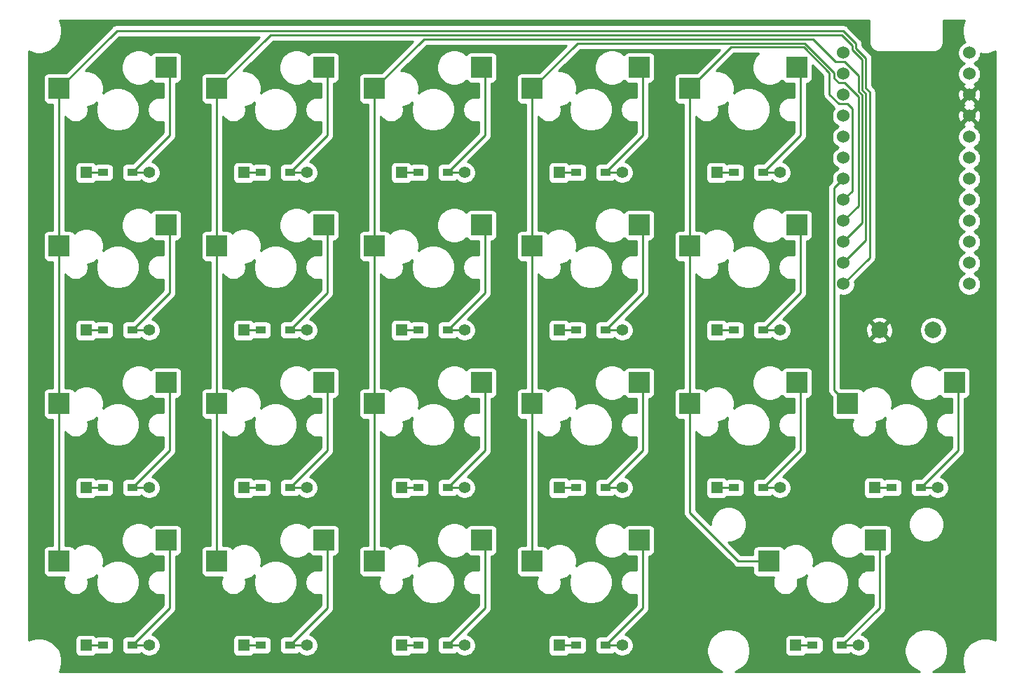
<source format=gbr>
%TF.GenerationSoftware,KiCad,Pcbnew,(5.1.10)-1*%
%TF.CreationDate,2021-05-18T00:23:08+09:00*%
%TF.ProjectId,intro21,696e7472-6f32-4312-9e6b-696361645f70,rev?*%
%TF.SameCoordinates,Original*%
%TF.FileFunction,Copper,L2,Bot*%
%TF.FilePolarity,Positive*%
%FSLAX46Y46*%
G04 Gerber Fmt 4.6, Leading zero omitted, Abs format (unit mm)*
G04 Created by KiCad (PCBNEW (5.1.10)-1) date 2021-05-18 00:23:08*
%MOMM*%
%LPD*%
G01*
G04 APERTURE LIST*
%TA.AperFunction,SMDPad,CuDef*%
%ADD10R,1.300000X0.950000*%
%TD*%
%TA.AperFunction,ComponentPad*%
%ADD11C,1.397000*%
%TD*%
%TA.AperFunction,ComponentPad*%
%ADD12R,1.397000X1.397000*%
%TD*%
%TA.AperFunction,ComponentPad*%
%ADD13C,1.524000*%
%TD*%
%TA.AperFunction,SMDPad,CuDef*%
%ADD14R,2.550000X2.500000*%
%TD*%
%TA.AperFunction,ComponentPad*%
%ADD15C,2.000000*%
%TD*%
%TA.AperFunction,ViaPad*%
%ADD16C,0.800000*%
%TD*%
%TA.AperFunction,Conductor*%
%ADD17C,0.250000*%
%TD*%
%TA.AperFunction,Conductor*%
%ADD18C,0.254000*%
%TD*%
%TA.AperFunction,Conductor*%
%ADD19C,1.000000*%
%TD*%
G04 APERTURE END LIST*
D10*
%TO.P,D21,2*%
%TO.N,Net-(D21-Pad2)*%
X189085650Y-140349900D03*
D11*
X191120650Y-140349900D03*
D12*
%TO.P,D21,1*%
%TO.N,/Row3*%
X183500650Y-140349900D03*
D10*
X185535650Y-140349900D03*
%TD*%
%TO.P,D20,2*%
%TO.N,Net-(D20-Pad2)*%
X160510650Y-140349900D03*
D11*
X162545650Y-140349900D03*
D12*
%TO.P,D20,1*%
%TO.N,/Row3*%
X154925650Y-140349900D03*
D10*
X156960650Y-140349900D03*
%TD*%
%TO.P,D19,2*%
%TO.N,Net-(D19-Pad2)*%
X141460650Y-140349900D03*
D11*
X143495650Y-140349900D03*
D12*
%TO.P,D19,1*%
%TO.N,/Row3*%
X135875650Y-140349900D03*
D10*
X137910650Y-140349900D03*
%TD*%
%TO.P,D18,2*%
%TO.N,Net-(D18-Pad2)*%
X122410650Y-140349900D03*
D11*
X124445650Y-140349900D03*
D12*
%TO.P,D18,1*%
%TO.N,/Row3*%
X116825650Y-140349900D03*
D10*
X118860650Y-140349900D03*
%TD*%
%TO.P,D17,2*%
%TO.N,Net-(D17-Pad2)*%
X103360650Y-140349900D03*
D11*
X105395650Y-140349900D03*
D12*
%TO.P,D17,1*%
%TO.N,/Row3*%
X97775650Y-140349900D03*
D10*
X99810650Y-140349900D03*
%TD*%
%TO.P,D16,2*%
%TO.N,Net-(D16-Pad2)*%
X198610650Y-121299900D03*
D11*
X200645650Y-121299900D03*
D12*
%TO.P,D16,1*%
%TO.N,/Row2*%
X193025650Y-121299900D03*
D10*
X195060650Y-121299900D03*
%TD*%
%TO.P,D15,2*%
%TO.N,Net-(D15-Pad2)*%
X179560650Y-121299900D03*
D11*
X181595650Y-121299900D03*
D12*
%TO.P,D15,1*%
%TO.N,/Row2*%
X173975650Y-121299900D03*
D10*
X176010650Y-121299900D03*
%TD*%
%TO.P,D14,2*%
%TO.N,Net-(D14-Pad2)*%
X160510650Y-121299900D03*
D11*
X162545650Y-121299900D03*
D12*
%TO.P,D14,1*%
%TO.N,/Row2*%
X154925650Y-121299900D03*
D10*
X156960650Y-121299900D03*
%TD*%
%TO.P,D13,2*%
%TO.N,Net-(D13-Pad2)*%
X141460650Y-121299900D03*
D11*
X143495650Y-121299900D03*
D12*
%TO.P,D13,1*%
%TO.N,/Row2*%
X135875650Y-121299900D03*
D10*
X137910650Y-121299900D03*
%TD*%
%TO.P,D12,2*%
%TO.N,Net-(D12-Pad2)*%
X122410650Y-121299900D03*
D11*
X124445650Y-121299900D03*
D12*
%TO.P,D12,1*%
%TO.N,/Row2*%
X116825650Y-121299900D03*
D10*
X118860650Y-121299900D03*
%TD*%
%TO.P,D11,2*%
%TO.N,Net-(D11-Pad2)*%
X103360650Y-121299900D03*
D11*
X105395650Y-121299900D03*
D12*
%TO.P,D11,1*%
%TO.N,/Row2*%
X97775650Y-121299900D03*
D10*
X99810650Y-121299900D03*
%TD*%
%TO.P,D10,2*%
%TO.N,Net-(D10-Pad2)*%
X179560650Y-102249900D03*
D11*
X181595650Y-102249900D03*
D12*
%TO.P,D10,1*%
%TO.N,/Row1*%
X173975650Y-102249900D03*
D10*
X176010650Y-102249900D03*
%TD*%
%TO.P,D9,2*%
%TO.N,Net-(D9-Pad2)*%
X160510650Y-102249900D03*
D11*
X162545650Y-102249900D03*
D12*
%TO.P,D9,1*%
%TO.N,/Row1*%
X154925650Y-102249900D03*
D10*
X156960650Y-102249900D03*
%TD*%
%TO.P,D8,2*%
%TO.N,Net-(D8-Pad2)*%
X141460650Y-102249900D03*
D11*
X143495650Y-102249900D03*
D12*
%TO.P,D8,1*%
%TO.N,/Row1*%
X135875650Y-102249900D03*
D10*
X137910650Y-102249900D03*
%TD*%
%TO.P,D7,2*%
%TO.N,Net-(D7-Pad2)*%
X122410650Y-102249900D03*
D11*
X124445650Y-102249900D03*
D12*
%TO.P,D7,1*%
%TO.N,/Row1*%
X116825650Y-102249900D03*
D10*
X118860650Y-102249900D03*
%TD*%
%TO.P,D6,2*%
%TO.N,Net-(D6-Pad2)*%
X103360650Y-102249900D03*
D11*
X105395650Y-102249900D03*
D12*
%TO.P,D6,1*%
%TO.N,/Row1*%
X97775650Y-102249900D03*
D10*
X99810650Y-102249900D03*
%TD*%
%TO.P,D5,2*%
%TO.N,Net-(D5-Pad2)*%
X179560650Y-83199900D03*
D11*
X181595650Y-83199900D03*
D12*
%TO.P,D5,1*%
%TO.N,/Row0*%
X173975650Y-83199900D03*
D10*
X176010650Y-83199900D03*
%TD*%
%TO.P,D4,2*%
%TO.N,Net-(D4-Pad2)*%
X160510650Y-83199900D03*
D11*
X162545650Y-83199900D03*
D12*
%TO.P,D4,1*%
%TO.N,/Row0*%
X154925650Y-83199900D03*
D10*
X156960650Y-83199900D03*
%TD*%
%TO.P,D3,2*%
%TO.N,Net-(D3-Pad2)*%
X141460650Y-83199900D03*
D11*
X143495650Y-83199900D03*
D12*
%TO.P,D3,1*%
%TO.N,/Row0*%
X135875650Y-83199900D03*
D10*
X137910650Y-83199900D03*
%TD*%
%TO.P,D2,2*%
%TO.N,Net-(D2-Pad2)*%
X122410650Y-83199900D03*
D11*
X124445650Y-83199900D03*
D12*
%TO.P,D2,1*%
%TO.N,/Row0*%
X116825650Y-83199900D03*
D10*
X118860650Y-83199900D03*
%TD*%
%TO.P,D1,2*%
%TO.N,Net-(D1-Pad2)*%
X103360650Y-83199900D03*
D11*
X105395650Y-83199900D03*
D12*
%TO.P,D1,1*%
%TO.N,/Row0*%
X97775650Y-83199900D03*
D10*
X99810650Y-83199900D03*
%TD*%
D13*
%TO.P,U1,24*%
%TO.N,Net-(U1-Pad24)*%
X189227050Y-68721900D03*
%TO.P,U1,23*%
%TO.N,GND*%
X189227050Y-71261900D03*
%TO.P,U1,22*%
%TO.N,/Reset*%
X189227050Y-73801900D03*
%TO.P,U1,21*%
%TO.N,VCC*%
X189227050Y-76341900D03*
%TO.P,U1,20*%
%TO.N,Net-(U1-Pad20)*%
X189227050Y-78881900D03*
%TO.P,U1,19*%
%TO.N,Net-(U1-Pad19)*%
X189227050Y-81421900D03*
%TO.P,U1,18*%
%TO.N,/Col5*%
X189227050Y-83961900D03*
%TO.P,U1,17*%
%TO.N,/Col4*%
X189227050Y-86501900D03*
%TO.P,U1,16*%
%TO.N,/Col3*%
X189227050Y-89041900D03*
%TO.P,U1,15*%
%TO.N,/Col2*%
X189227050Y-91581900D03*
%TO.P,U1,14*%
%TO.N,/Col1*%
X189227050Y-94121900D03*
%TO.P,U1,13*%
%TO.N,/Col0*%
X189227050Y-96661900D03*
%TO.P,U1,12*%
%TO.N,/Row3*%
X204447050Y-96661900D03*
%TO.P,U1,11*%
%TO.N,/Row2*%
X204447050Y-94121900D03*
%TO.P,U1,10*%
%TO.N,/Row1*%
X204447050Y-91581900D03*
%TO.P,U1,9*%
%TO.N,/Row0*%
X204447050Y-89041900D03*
%TO.P,U1,8*%
%TO.N,Net-(U1-Pad8)*%
X204447050Y-86501900D03*
%TO.P,U1,7*%
%TO.N,Net-(U1-Pad7)*%
X204447050Y-83961900D03*
%TO.P,U1,6*%
%TO.N,Net-(U1-Pad6)*%
X204447050Y-81421900D03*
%TO.P,U1,5*%
%TO.N,Net-(U1-Pad5)*%
X204447050Y-78881900D03*
%TO.P,U1,4*%
%TO.N,GND*%
X204447050Y-76341900D03*
%TO.P,U1,3*%
X204447050Y-73801900D03*
%TO.P,U1,2*%
%TO.N,Net-(U1-Pad2)*%
X204447050Y-71261900D03*
%TO.P,U1,1*%
%TO.N,Net-(U1-Pad1)*%
X204447050Y-68721900D03*
%TD*%
D14*
%TO.P,SW1,2*%
%TO.N,Net-(D1-Pad2)*%
X107427650Y-70499900D03*
%TO.P,SW1,1*%
%TO.N,/Col0*%
X94500650Y-73039900D03*
%TD*%
%TO.P,SW20,2*%
%TO.N,Net-(D20-Pad2)*%
X164577650Y-127649900D03*
%TO.P,SW20,1*%
%TO.N,/Col3*%
X151650650Y-130189900D03*
%TD*%
%TO.P,SW19,2*%
%TO.N,Net-(D19-Pad2)*%
X145527650Y-127649900D03*
%TO.P,SW19,1*%
%TO.N,/Col2*%
X132600650Y-130189900D03*
%TD*%
%TO.P,SW18,2*%
%TO.N,Net-(D18-Pad2)*%
X126477650Y-127649900D03*
%TO.P,SW18,1*%
%TO.N,/Col1*%
X113550650Y-130189900D03*
%TD*%
%TO.P,SW17,2*%
%TO.N,Net-(D17-Pad2)*%
X107427650Y-127649900D03*
%TO.P,SW17,1*%
%TO.N,/Col0*%
X94500650Y-130189900D03*
%TD*%
%TO.P,SW16,2*%
%TO.N,Net-(D16-Pad2)*%
X202677650Y-108599900D03*
%TO.P,SW16,1*%
%TO.N,/Col5*%
X189750650Y-111139900D03*
%TD*%
%TO.P,SW15,2*%
%TO.N,Net-(D15-Pad2)*%
X183627650Y-108599900D03*
%TO.P,SW15,1*%
%TO.N,/Col4*%
X170700650Y-111139900D03*
%TD*%
%TO.P,SW14,2*%
%TO.N,Net-(D14-Pad2)*%
X164577650Y-108599900D03*
%TO.P,SW14,1*%
%TO.N,/Col3*%
X151650650Y-111139900D03*
%TD*%
%TO.P,SW13,2*%
%TO.N,Net-(D13-Pad2)*%
X145527650Y-108599900D03*
%TO.P,SW13,1*%
%TO.N,/Col2*%
X132600650Y-111139900D03*
%TD*%
%TO.P,SW12,2*%
%TO.N,Net-(D12-Pad2)*%
X126477650Y-108599900D03*
%TO.P,SW12,1*%
%TO.N,/Col1*%
X113550650Y-111139900D03*
%TD*%
%TO.P,SW11,2*%
%TO.N,Net-(D11-Pad2)*%
X107427650Y-108599900D03*
%TO.P,SW11,1*%
%TO.N,/Col0*%
X94500650Y-111139900D03*
%TD*%
%TO.P,SW10,2*%
%TO.N,Net-(D10-Pad2)*%
X183627650Y-89549900D03*
%TO.P,SW10,1*%
%TO.N,/Col4*%
X170700650Y-92089900D03*
%TD*%
%TO.P,SW9,2*%
%TO.N,Net-(D9-Pad2)*%
X164577650Y-89549900D03*
%TO.P,SW9,1*%
%TO.N,/Col3*%
X151650650Y-92089900D03*
%TD*%
%TO.P,SW8,2*%
%TO.N,Net-(D8-Pad2)*%
X145527650Y-89549900D03*
%TO.P,SW8,1*%
%TO.N,/Col2*%
X132600650Y-92089900D03*
%TD*%
%TO.P,SW7,2*%
%TO.N,Net-(D7-Pad2)*%
X126477650Y-89549900D03*
%TO.P,SW7,1*%
%TO.N,/Col1*%
X113550650Y-92089900D03*
%TD*%
%TO.P,SW6,2*%
%TO.N,Net-(D6-Pad2)*%
X107427650Y-89549900D03*
%TO.P,SW6,1*%
%TO.N,/Col0*%
X94500650Y-92089900D03*
%TD*%
%TO.P,SW5,2*%
%TO.N,Net-(D5-Pad2)*%
X183627650Y-70499900D03*
%TO.P,SW5,1*%
%TO.N,/Col4*%
X170700650Y-73039900D03*
%TD*%
%TO.P,SW4,2*%
%TO.N,Net-(D4-Pad2)*%
X164577650Y-70499900D03*
%TO.P,SW4,1*%
%TO.N,/Col3*%
X151650650Y-73039900D03*
%TD*%
%TO.P,SW3,2*%
%TO.N,Net-(D3-Pad2)*%
X145527650Y-70499900D03*
%TO.P,SW3,1*%
%TO.N,/Col2*%
X132600650Y-73039900D03*
%TD*%
%TO.P,SW2,2*%
%TO.N,Net-(D2-Pad2)*%
X126477650Y-70499900D03*
%TO.P,SW2,1*%
%TO.N,/Col1*%
X113550650Y-73039900D03*
%TD*%
%TO.P,SW21,2*%
%TO.N,Net-(D21-Pad2)*%
X193152650Y-127649900D03*
%TO.P,SW21,1*%
%TO.N,/Col4*%
X180225650Y-130189900D03*
%TD*%
D15*
%TO.P,RSW1,2*%
%TO.N,GND*%
X193585650Y-102249900D03*
%TO.P,RSW1,1*%
%TO.N,/Reset*%
X200085650Y-102249900D03*
%TD*%
D16*
%TO.N,GND*%
X198740650Y-81294900D03*
X198740650Y-90819900D03*
%TD*%
D17*
%TO.N,Net-(D1-Pad2)*%
X107865651Y-78694899D02*
X103360650Y-83199900D01*
X107865651Y-70937901D02*
X107865651Y-78694899D01*
X107427650Y-70499900D02*
X107865651Y-70937901D01*
X103360650Y-83199900D02*
X105395650Y-83199900D01*
%TO.N,/Row0*%
X99810650Y-83199900D02*
X97775650Y-83199900D01*
X118860650Y-83199900D02*
X116825650Y-83199900D01*
X135875650Y-83199900D02*
X137910650Y-83199900D01*
X154925650Y-83199900D02*
X156960650Y-83199900D01*
X173975650Y-83199900D02*
X176010650Y-83199900D01*
%TO.N,Net-(D2-Pad2)*%
X126915651Y-70937901D02*
X126915651Y-78694899D01*
X126477650Y-70499900D02*
X126915651Y-70937901D01*
X122410650Y-83199900D02*
X124445650Y-83199900D01*
X122410650Y-83199900D02*
X126915651Y-78694899D01*
%TO.N,Net-(D3-Pad2)*%
X145965651Y-78694899D02*
X141460650Y-83199900D01*
X145965651Y-70937901D02*
X145965651Y-78694899D01*
X145527650Y-70499900D02*
X145965651Y-70937901D01*
X141460650Y-83199900D02*
X143495650Y-83199900D01*
%TO.N,Net-(D4-Pad2)*%
X165015651Y-78694899D02*
X160510650Y-83199900D01*
X165015651Y-70937901D02*
X165015651Y-78694899D01*
X164577650Y-70499900D02*
X165015651Y-70937901D01*
X160510650Y-83199900D02*
X162545650Y-83199900D01*
%TO.N,Net-(D5-Pad2)*%
X184065651Y-78694899D02*
X179560650Y-83199900D01*
X184065651Y-70937901D02*
X184065651Y-78694899D01*
X183627650Y-70499900D02*
X184065651Y-70937901D01*
X181595650Y-83199900D02*
X179560650Y-83199900D01*
%TO.N,Net-(D6-Pad2)*%
X107865651Y-97744899D02*
X103360650Y-102249900D01*
X107865651Y-89987901D02*
X107865651Y-97744899D01*
X107427650Y-89549900D02*
X107865651Y-89987901D01*
X103360650Y-102249900D02*
X105395650Y-102249900D01*
%TO.N,/Row1*%
X99810650Y-102249900D02*
X97775650Y-102249900D01*
X116825650Y-102249900D02*
X118860650Y-102249900D01*
X135875650Y-102249900D02*
X137780650Y-102249900D01*
X137780650Y-102249900D02*
X137910650Y-102249900D01*
X154925650Y-102249900D02*
X156960650Y-102249900D01*
X173975650Y-102249900D02*
X176010650Y-102249900D01*
%TO.N,Net-(D7-Pad2)*%
X126915651Y-97744899D02*
X122410650Y-102249900D01*
X126915651Y-89987901D02*
X126915651Y-97744899D01*
X126477650Y-89549900D02*
X126915651Y-89987901D01*
X122410650Y-102249900D02*
X124445650Y-102249900D01*
%TO.N,Net-(D8-Pad2)*%
X145965651Y-97744899D02*
X141460650Y-102249900D01*
X145965651Y-89987901D02*
X145965651Y-97744899D01*
X145527650Y-89549900D02*
X145965651Y-89987901D01*
X143495650Y-102249900D02*
X141460650Y-102249900D01*
%TO.N,Net-(D9-Pad2)*%
X165015651Y-97744899D02*
X160510650Y-102249900D01*
X165015651Y-89987901D02*
X165015651Y-97744899D01*
X164577650Y-89549900D02*
X165015651Y-89987901D01*
X160510650Y-102249900D02*
X162545650Y-102249900D01*
%TO.N,Net-(D10-Pad2)*%
X184065651Y-97744899D02*
X179560650Y-102249900D01*
X184065651Y-89987901D02*
X184065651Y-97744899D01*
X183627650Y-89549900D02*
X184065651Y-89987901D01*
X181595650Y-102249900D02*
X179690650Y-102249900D01*
X179690650Y-102249900D02*
X179560650Y-102249900D01*
%TO.N,Net-(D11-Pad2)*%
X107865651Y-116794899D02*
X103360650Y-121299900D01*
X107865651Y-109037901D02*
X107865651Y-116794899D01*
X107427650Y-108599900D02*
X107865651Y-109037901D01*
X105395650Y-121299900D02*
X103360650Y-121299900D01*
%TO.N,/Row2*%
X195060650Y-121299900D02*
X193025650Y-121299900D01*
X174300582Y-121299900D02*
X174138116Y-121137434D01*
X176010650Y-121299900D02*
X174300582Y-121299900D01*
X156960650Y-121299900D02*
X154925650Y-121299900D01*
X137910650Y-121299900D02*
X135875650Y-121299900D01*
X118860650Y-121299900D02*
X116825650Y-121299900D01*
X99810650Y-121299900D02*
X97775650Y-121299900D01*
%TO.N,Net-(D12-Pad2)*%
X126915651Y-116794899D02*
X122410650Y-121299900D01*
X126915651Y-109037901D02*
X126915651Y-116794899D01*
X126477650Y-108599900D02*
X126915651Y-109037901D01*
X124445650Y-121299900D02*
X122410650Y-121299900D01*
%TO.N,Net-(D13-Pad2)*%
X145965651Y-116794899D02*
X141460650Y-121299900D01*
X145965651Y-109037901D02*
X145965651Y-116794899D01*
X145527650Y-108599900D02*
X145965651Y-109037901D01*
X143495650Y-121299900D02*
X141460650Y-121299900D01*
%TO.N,Net-(D14-Pad2)*%
X160510650Y-121299900D02*
X165015651Y-116794899D01*
X165015651Y-109037901D02*
X164577650Y-108599900D01*
X165015651Y-116794899D02*
X165015651Y-109037901D01*
X162545650Y-121299900D02*
X160510650Y-121299900D01*
%TO.N,Net-(D15-Pad2)*%
X184065651Y-116794899D02*
X179560650Y-121299900D01*
X184065651Y-109037901D02*
X184065651Y-116794899D01*
X183627650Y-108599900D02*
X184065651Y-109037901D01*
X181595650Y-121299900D02*
X179560650Y-121299900D01*
%TO.N,Net-(D16-Pad2)*%
X203115651Y-116794899D02*
X198610650Y-121299900D01*
X203115651Y-109037901D02*
X203115651Y-116794899D01*
X202677650Y-108599900D02*
X203115651Y-109037901D01*
X200645650Y-121299900D02*
X198610650Y-121299900D01*
%TO.N,Net-(D17-Pad2)*%
X107865651Y-135844899D02*
X103360650Y-140349900D01*
X107865651Y-128087901D02*
X107865651Y-135844899D01*
X107427650Y-127649900D02*
X107865651Y-128087901D01*
X105395650Y-140349900D02*
X103360650Y-140349900D01*
%TO.N,/Row3*%
X97775650Y-140349900D02*
X99810650Y-140349900D01*
X116825650Y-140349900D02*
X118730650Y-140349900D01*
X135875650Y-140349900D02*
X137910650Y-140349900D01*
X154925650Y-140349900D02*
X156830650Y-140349900D01*
X156830650Y-140349900D02*
X156960650Y-140349900D01*
X183500650Y-140349900D02*
X185535650Y-140349900D01*
%TO.N,Net-(D18-Pad2)*%
X126915651Y-135844899D02*
X122410650Y-140349900D01*
X126915651Y-128087901D02*
X126915651Y-135844899D01*
X126477650Y-127649900D02*
X126915651Y-128087901D01*
X122410650Y-140349900D02*
X124445650Y-140349900D01*
%TO.N,Net-(D19-Pad2)*%
X145965651Y-135844899D02*
X141460650Y-140349900D01*
X145965651Y-128087901D02*
X145965651Y-135844899D01*
X145527650Y-127649900D02*
X145965651Y-128087901D01*
X141460650Y-140349900D02*
X143495650Y-140349900D01*
%TO.N,Net-(D20-Pad2)*%
X165015651Y-135844899D02*
X160510650Y-140349900D01*
X165015651Y-128087901D02*
X165015651Y-135844899D01*
X164577650Y-127649900D02*
X165015651Y-128087901D01*
X160510650Y-140349900D02*
X162545650Y-140349900D01*
%TO.N,Net-(D21-Pad2)*%
X193590651Y-135844899D02*
X189085650Y-140349900D01*
X193590651Y-128087901D02*
X193590651Y-135844899D01*
X193152650Y-127649900D02*
X193590651Y-128087901D01*
X189085650Y-140349900D02*
X191120650Y-140349900D01*
%TO.N,/Col0*%
X94500650Y-73039900D02*
X94500650Y-92089900D01*
X94500650Y-92089900D02*
X94500650Y-111139900D01*
X94500650Y-111139900D02*
X94500650Y-130189900D01*
X192410683Y-93478267D02*
X192410683Y-73467538D01*
X190764062Y-67621901D02*
X189197061Y-66054900D01*
X191960672Y-73017528D02*
X191960672Y-69374915D01*
X190764062Y-68178305D02*
X190764062Y-67621901D01*
X191960672Y-69374915D02*
X190764062Y-68178305D01*
X192410683Y-73467538D02*
X191960672Y-73017528D01*
X189197061Y-66054900D02*
X101485650Y-66054900D01*
X189227050Y-96661900D02*
X192410683Y-93478267D01*
X101485650Y-66054900D02*
X94500650Y-73039900D01*
%TO.N,/Col1*%
X113550650Y-130189900D02*
X113550650Y-111139900D01*
X113550650Y-111139900D02*
X113550650Y-92089900D01*
X113550650Y-92089900D02*
X113550650Y-73039900D01*
X191510661Y-69561315D02*
X190314051Y-68364705D01*
X189060650Y-66554900D02*
X120035650Y-66554900D01*
X190314051Y-67808301D02*
X189060650Y-66554900D01*
X120035650Y-66554900D02*
X113550650Y-73039900D01*
X191510661Y-73203927D02*
X191510661Y-69561315D01*
X191960672Y-73653938D02*
X191510661Y-73203927D01*
X191960672Y-91388278D02*
X191960672Y-73653938D01*
X189227050Y-94121900D02*
X191960672Y-91388278D01*
X190314051Y-68364705D02*
X190314051Y-67808301D01*
%TO.N,/Col2*%
X132600650Y-73039900D02*
X132600650Y-92089900D01*
X132600650Y-92089900D02*
X132600650Y-111139900D01*
X132600650Y-111139900D02*
X132600650Y-130189900D01*
X138585650Y-67054900D02*
X132600650Y-73039900D01*
X191510661Y-73840338D02*
X191060650Y-73390328D01*
X191060650Y-73390328D02*
X191060650Y-71486738D01*
X185560650Y-67054900D02*
X138585650Y-67054900D01*
X188314651Y-69808901D02*
X185560650Y-67054900D01*
X191060650Y-71486738D02*
X189382813Y-69808901D01*
X189227050Y-91581900D02*
X191510661Y-89298289D01*
X191510661Y-89298289D02*
X191510661Y-73840338D01*
X189382813Y-69808901D02*
X188314651Y-69808901D01*
%TO.N,/Col3*%
X151650650Y-130189900D02*
X151650650Y-111139900D01*
X151650650Y-111139900D02*
X151650650Y-92089900D01*
X151650650Y-92089900D02*
X151650650Y-73039900D01*
X188140049Y-71106137D02*
X184588812Y-67554900D01*
X188705289Y-72348901D02*
X188140049Y-71783661D01*
X189382813Y-72348901D02*
X188705289Y-72348901D01*
X191060650Y-74026738D02*
X189382813Y-72348901D01*
X188140049Y-71783661D02*
X188140049Y-71106137D01*
X184588812Y-67554900D02*
X157135650Y-67554900D01*
X157135650Y-67554900D02*
X151650650Y-73039900D01*
X191060650Y-87208300D02*
X191060650Y-74026738D01*
X189227050Y-89041900D02*
X191060650Y-87208300D01*
%TO.N,/Col4*%
X170700650Y-73039900D02*
X170700650Y-92089900D01*
X170700650Y-92089900D02*
X170700650Y-111139900D01*
X184452402Y-68054900D02*
X175685650Y-68054900D01*
X187560650Y-71163148D02*
X184452402Y-68054900D01*
X187560650Y-73744262D02*
X187560650Y-71163148D01*
X188705289Y-74888901D02*
X187560650Y-73744262D01*
X189748811Y-74888901D02*
X188705289Y-74888901D01*
X175685650Y-68054900D02*
X170700650Y-73039900D01*
X190314051Y-75454141D02*
X189748811Y-74888901D01*
X190314051Y-85414899D02*
X190314051Y-75454141D01*
X189227050Y-86501900D02*
X190314051Y-85414899D01*
X176565650Y-130189900D02*
X180225650Y-130189900D01*
X170700650Y-124324900D02*
X176565650Y-130189900D01*
X170700650Y-111139900D02*
X170700650Y-124324900D01*
%TO.N,/Col5*%
X188140049Y-109529299D02*
X189750650Y-111139900D01*
X188140049Y-85048901D02*
X188140049Y-109529299D01*
X189227050Y-83961900D02*
X188140049Y-85048901D01*
%TD*%
D18*
%TO.N,GND*%
X192365651Y-67492319D02*
X192368399Y-67520219D01*
X192368378Y-67523208D01*
X192369277Y-67532379D01*
X192374356Y-67580699D01*
X192375201Y-67589283D01*
X192375288Y-67589569D01*
X192379477Y-67629427D01*
X192391511Y-67688052D01*
X192402714Y-67746784D01*
X192405378Y-67755606D01*
X192434234Y-67848825D01*
X192457417Y-67903975D01*
X192479825Y-67959437D01*
X192484152Y-67967573D01*
X192530564Y-68053411D01*
X192564012Y-68102998D01*
X192596769Y-68153056D01*
X192602593Y-68160197D01*
X192664795Y-68235386D01*
X192707244Y-68277539D01*
X192749089Y-68320271D01*
X192756190Y-68326145D01*
X192831810Y-68387821D01*
X192881675Y-68420952D01*
X192931000Y-68454725D01*
X192939095Y-68459102D01*
X192939098Y-68459104D01*
X192939101Y-68459105D01*
X192939106Y-68459108D01*
X193025267Y-68504920D01*
X193080559Y-68527709D01*
X193135548Y-68551278D01*
X193144351Y-68554003D01*
X193237769Y-68582208D01*
X193296476Y-68593833D01*
X193354966Y-68606265D01*
X193364120Y-68607227D01*
X193364126Y-68607228D01*
X193364131Y-68607228D01*
X193461248Y-68616750D01*
X193493231Y-68619900D01*
X200178069Y-68619900D01*
X200205979Y-68617151D01*
X200208958Y-68617172D01*
X200218129Y-68616273D01*
X200266298Y-68611210D01*
X200275033Y-68610350D01*
X200275324Y-68610262D01*
X200315177Y-68606073D01*
X200373802Y-68594039D01*
X200432534Y-68582836D01*
X200441356Y-68580172D01*
X200534575Y-68551316D01*
X200589725Y-68528133D01*
X200645187Y-68505725D01*
X200653316Y-68501402D01*
X200653320Y-68501400D01*
X200653323Y-68501398D01*
X200739161Y-68454986D01*
X200788748Y-68421538D01*
X200838806Y-68388781D01*
X200845947Y-68382957D01*
X200921136Y-68320755D01*
X200963289Y-68278306D01*
X201006021Y-68236461D01*
X201011895Y-68229360D01*
X201073571Y-68153740D01*
X201106702Y-68103875D01*
X201140475Y-68054550D01*
X201144858Y-68046444D01*
X201190670Y-67960283D01*
X201213459Y-67904991D01*
X201237028Y-67850002D01*
X201239753Y-67841199D01*
X201267958Y-67747781D01*
X201279583Y-67689074D01*
X201292015Y-67630584D01*
X201292977Y-67621430D01*
X201292978Y-67621424D01*
X201292978Y-67621419D01*
X201302500Y-67524302D01*
X201305650Y-67492319D01*
X201305650Y-64809900D01*
X203861884Y-64809900D01*
X203682676Y-65242546D01*
X203575650Y-65780601D01*
X203575650Y-66329199D01*
X203682676Y-66867254D01*
X203892615Y-67374092D01*
X203926821Y-67425284D01*
X203785323Y-67483895D01*
X203556515Y-67636780D01*
X203361930Y-67831365D01*
X203209045Y-68060173D01*
X203103736Y-68314410D01*
X203050050Y-68584308D01*
X203050050Y-68859492D01*
X203103736Y-69129390D01*
X203209045Y-69383627D01*
X203361930Y-69612435D01*
X203556515Y-69807020D01*
X203785323Y-69959905D01*
X203862565Y-69991900D01*
X203785323Y-70023895D01*
X203556515Y-70176780D01*
X203361930Y-70371365D01*
X203209045Y-70600173D01*
X203103736Y-70854410D01*
X203050050Y-71124308D01*
X203050050Y-71399492D01*
X203103736Y-71669390D01*
X203209045Y-71923627D01*
X203361930Y-72152435D01*
X203556515Y-72347020D01*
X203785323Y-72499905D01*
X203856993Y-72529592D01*
X203844027Y-72534264D01*
X203728070Y-72596244D01*
X203661090Y-72836335D01*
X204447050Y-73622295D01*
X205233010Y-72836335D01*
X205166030Y-72596244D01*
X205030290Y-72532415D01*
X205108777Y-72499905D01*
X205337585Y-72347020D01*
X205532170Y-72152435D01*
X205685055Y-71923627D01*
X205790364Y-71669390D01*
X205844050Y-71399492D01*
X205844050Y-71124308D01*
X205790364Y-70854410D01*
X205685055Y-70600173D01*
X205532170Y-70371365D01*
X205337585Y-70176780D01*
X205108777Y-70023895D01*
X205031535Y-69991900D01*
X205108777Y-69959905D01*
X205337585Y-69807020D01*
X205532170Y-69612435D01*
X205685055Y-69383627D01*
X205790364Y-69129390D01*
X205844050Y-68859492D01*
X205844050Y-68791703D01*
X206086351Y-68839900D01*
X206634949Y-68839900D01*
X207173004Y-68732874D01*
X207605651Y-68553666D01*
X207605650Y-139755679D01*
X207172654Y-139576326D01*
X206634599Y-139469300D01*
X206086001Y-139469300D01*
X205547946Y-139576326D01*
X205041108Y-139786265D01*
X204584966Y-140091050D01*
X204197050Y-140478966D01*
X203892265Y-140935108D01*
X203682326Y-141441946D01*
X203575300Y-141980001D01*
X203575300Y-142528599D01*
X203682326Y-143066654D01*
X203861782Y-143499900D01*
X200046550Y-143499900D01*
X200493901Y-143314601D01*
X200924476Y-143026900D01*
X201290650Y-142660726D01*
X201578351Y-142230151D01*
X201776523Y-141751722D01*
X201877550Y-141243824D01*
X201877550Y-140725976D01*
X201776523Y-140218078D01*
X201578351Y-139739649D01*
X201290650Y-139309074D01*
X200924476Y-138942900D01*
X200493901Y-138655199D01*
X200015472Y-138457027D01*
X199507574Y-138356000D01*
X198989726Y-138356000D01*
X198481828Y-138457027D01*
X198003399Y-138655199D01*
X197572824Y-138942900D01*
X197206650Y-139309074D01*
X196918949Y-139739649D01*
X196720777Y-140218078D01*
X196619750Y-140725976D01*
X196619750Y-141243824D01*
X196720777Y-141751722D01*
X196918949Y-142230151D01*
X197206650Y-142660726D01*
X197572824Y-143026900D01*
X198003399Y-143314601D01*
X198450750Y-143499900D01*
X176170550Y-143499900D01*
X176617901Y-143314601D01*
X177048476Y-143026900D01*
X177414650Y-142660726D01*
X177702351Y-142230151D01*
X177900523Y-141751722D01*
X178001550Y-141243824D01*
X178001550Y-140725976D01*
X177900523Y-140218078D01*
X177702351Y-139739649D01*
X177643385Y-139651400D01*
X182164078Y-139651400D01*
X182164078Y-141048400D01*
X182176338Y-141172882D01*
X182212648Y-141292580D01*
X182271613Y-141402894D01*
X182350965Y-141499585D01*
X182447656Y-141578937D01*
X182557970Y-141637902D01*
X182677668Y-141674212D01*
X182802150Y-141686472D01*
X184199150Y-141686472D01*
X184323632Y-141674212D01*
X184443330Y-141637902D01*
X184553644Y-141578937D01*
X184650335Y-141499585D01*
X184704541Y-141433534D01*
X184761168Y-141450712D01*
X184885650Y-141462972D01*
X186185650Y-141462972D01*
X186310132Y-141450712D01*
X186429830Y-141414402D01*
X186540144Y-141355437D01*
X186636835Y-141276085D01*
X186716187Y-141179394D01*
X186775152Y-141069080D01*
X186811462Y-140949382D01*
X186823722Y-140824900D01*
X186823722Y-139874900D01*
X186811462Y-139750418D01*
X186775152Y-139630720D01*
X186716187Y-139520406D01*
X186636835Y-139423715D01*
X186540144Y-139344363D01*
X186429830Y-139285398D01*
X186310132Y-139249088D01*
X186185650Y-139236828D01*
X184885650Y-139236828D01*
X184761168Y-139249088D01*
X184704541Y-139266266D01*
X184650335Y-139200215D01*
X184553644Y-139120863D01*
X184443330Y-139061898D01*
X184323632Y-139025588D01*
X184199150Y-139013328D01*
X182802150Y-139013328D01*
X182677668Y-139025588D01*
X182557970Y-139061898D01*
X182447656Y-139120863D01*
X182350965Y-139200215D01*
X182271613Y-139296906D01*
X182212648Y-139407220D01*
X182176338Y-139526918D01*
X182164078Y-139651400D01*
X177643385Y-139651400D01*
X177414650Y-139309074D01*
X177048476Y-138942900D01*
X176617901Y-138655199D01*
X176139472Y-138457027D01*
X175631574Y-138356000D01*
X175113726Y-138356000D01*
X174605828Y-138457027D01*
X174127399Y-138655199D01*
X173696824Y-138942900D01*
X173330650Y-139309074D01*
X173042949Y-139739649D01*
X172844777Y-140218078D01*
X172743750Y-140725976D01*
X172743750Y-141243824D01*
X172844777Y-141751722D01*
X173042949Y-142230151D01*
X173330650Y-142660726D01*
X173696824Y-143026900D01*
X174127399Y-143314601D01*
X174574750Y-143499900D01*
X94558818Y-143499900D01*
X94738274Y-143066654D01*
X94845300Y-142528599D01*
X94845300Y-141980001D01*
X94738274Y-141441946D01*
X94528335Y-140935108D01*
X94223550Y-140478966D01*
X93835634Y-140091050D01*
X93379492Y-139786265D01*
X93053899Y-139651400D01*
X96439078Y-139651400D01*
X96439078Y-141048400D01*
X96451338Y-141172882D01*
X96487648Y-141292580D01*
X96546613Y-141402894D01*
X96625965Y-141499585D01*
X96722656Y-141578937D01*
X96832970Y-141637902D01*
X96952668Y-141674212D01*
X97077150Y-141686472D01*
X98474150Y-141686472D01*
X98598632Y-141674212D01*
X98718330Y-141637902D01*
X98828644Y-141578937D01*
X98925335Y-141499585D01*
X98979541Y-141433534D01*
X99036168Y-141450712D01*
X99160650Y-141462972D01*
X100460650Y-141462972D01*
X100585132Y-141450712D01*
X100704830Y-141414402D01*
X100815144Y-141355437D01*
X100911835Y-141276085D01*
X100991187Y-141179394D01*
X101050152Y-141069080D01*
X101086462Y-140949382D01*
X101098722Y-140824900D01*
X101098722Y-139874900D01*
X101086462Y-139750418D01*
X101050152Y-139630720D01*
X100991187Y-139520406D01*
X100911835Y-139423715D01*
X100815144Y-139344363D01*
X100704830Y-139285398D01*
X100585132Y-139249088D01*
X100460650Y-139236828D01*
X99160650Y-139236828D01*
X99036168Y-139249088D01*
X98979541Y-139266266D01*
X98925335Y-139200215D01*
X98828644Y-139120863D01*
X98718330Y-139061898D01*
X98598632Y-139025588D01*
X98474150Y-139013328D01*
X97077150Y-139013328D01*
X96952668Y-139025588D01*
X96832970Y-139061898D01*
X96722656Y-139120863D01*
X96625965Y-139200215D01*
X96546613Y-139296906D01*
X96487648Y-139407220D01*
X96451338Y-139526918D01*
X96439078Y-139651400D01*
X93053899Y-139651400D01*
X92872654Y-139576326D01*
X92334599Y-139469300D01*
X91786001Y-139469300D01*
X91247946Y-139576326D01*
X90815650Y-139755389D01*
X90815650Y-71789900D01*
X92587578Y-71789900D01*
X92587578Y-74289900D01*
X92599838Y-74414382D01*
X92636148Y-74534080D01*
X92695113Y-74644394D01*
X92774465Y-74741085D01*
X92871156Y-74820437D01*
X92981470Y-74879402D01*
X93101168Y-74915712D01*
X93225650Y-74927972D01*
X93740650Y-74927972D01*
X93740651Y-90201828D01*
X93225650Y-90201828D01*
X93101168Y-90214088D01*
X92981470Y-90250398D01*
X92871156Y-90309363D01*
X92774465Y-90388715D01*
X92695113Y-90485406D01*
X92636148Y-90595720D01*
X92599838Y-90715418D01*
X92587578Y-90839900D01*
X92587578Y-93339900D01*
X92599838Y-93464382D01*
X92636148Y-93584080D01*
X92695113Y-93694394D01*
X92774465Y-93791085D01*
X92871156Y-93870437D01*
X92981470Y-93929402D01*
X93101168Y-93965712D01*
X93225650Y-93977972D01*
X93740650Y-93977972D01*
X93740651Y-109251828D01*
X93225650Y-109251828D01*
X93101168Y-109264088D01*
X92981470Y-109300398D01*
X92871156Y-109359363D01*
X92774465Y-109438715D01*
X92695113Y-109535406D01*
X92636148Y-109645720D01*
X92599838Y-109765418D01*
X92587578Y-109889900D01*
X92587578Y-112389900D01*
X92599838Y-112514382D01*
X92636148Y-112634080D01*
X92695113Y-112744394D01*
X92774465Y-112841085D01*
X92871156Y-112920437D01*
X92981470Y-112979402D01*
X93101168Y-113015712D01*
X93225650Y-113027972D01*
X93740650Y-113027972D01*
X93740651Y-128301828D01*
X93225650Y-128301828D01*
X93101168Y-128314088D01*
X92981470Y-128350398D01*
X92871156Y-128409363D01*
X92774465Y-128488715D01*
X92695113Y-128585406D01*
X92636148Y-128695720D01*
X92599838Y-128815418D01*
X92587578Y-128939900D01*
X92587578Y-131439900D01*
X92599838Y-131564382D01*
X92636148Y-131684080D01*
X92695113Y-131794394D01*
X92774465Y-131891085D01*
X92871156Y-131970437D01*
X92981470Y-132029402D01*
X93101168Y-132065712D01*
X93225650Y-132077972D01*
X95141276Y-132077972D01*
X95053679Y-132289449D01*
X94995650Y-132581178D01*
X94995650Y-132878622D01*
X95053679Y-133170351D01*
X95167506Y-133445153D01*
X95332757Y-133692469D01*
X95543081Y-133902793D01*
X95790397Y-134068044D01*
X96065199Y-134181871D01*
X96356928Y-134239900D01*
X96654372Y-134239900D01*
X96946101Y-134181871D01*
X97220903Y-134068044D01*
X97468219Y-133902793D01*
X97678543Y-133692469D01*
X97843794Y-133445153D01*
X97957621Y-133170351D01*
X98015650Y-132878622D01*
X98015650Y-132581178D01*
X97964673Y-132324900D01*
X97985929Y-132324900D01*
X98398406Y-132242853D01*
X98786952Y-132081912D01*
X99093358Y-131877179D01*
X99057777Y-131963078D01*
X98956750Y-132470976D01*
X98956750Y-132988824D01*
X99057777Y-133496722D01*
X99255949Y-133975151D01*
X99543650Y-134405726D01*
X99909824Y-134771900D01*
X100340399Y-135059601D01*
X100818828Y-135257773D01*
X101326726Y-135358800D01*
X101844574Y-135358800D01*
X102352472Y-135257773D01*
X102830901Y-135059601D01*
X103261476Y-134771900D01*
X103627650Y-134405726D01*
X103915351Y-133975151D01*
X104113523Y-133496722D01*
X104214550Y-132988824D01*
X104214550Y-132470976D01*
X104113523Y-131963078D01*
X103915351Y-131484649D01*
X103627650Y-131054074D01*
X103261476Y-130687900D01*
X102830901Y-130400199D01*
X102352472Y-130202027D01*
X101844574Y-130101000D01*
X101326726Y-130101000D01*
X100818828Y-130202027D01*
X100340399Y-130400199D01*
X99909824Y-130687900D01*
X99839413Y-130758311D01*
X99910650Y-130400179D01*
X99910650Y-129979621D01*
X99828603Y-129567144D01*
X99667662Y-129178598D01*
X99434013Y-128828917D01*
X99136633Y-128531537D01*
X98786952Y-128297888D01*
X98398406Y-128136947D01*
X97985929Y-128054900D01*
X97565371Y-128054900D01*
X97152894Y-128136947D01*
X96764348Y-128297888D01*
X96414667Y-128531537D01*
X96325210Y-128620994D01*
X96306187Y-128585406D01*
X96226835Y-128488715D01*
X96130144Y-128409363D01*
X96019830Y-128350398D01*
X95900132Y-128314088D01*
X95775650Y-128301828D01*
X95260650Y-128301828D01*
X95260650Y-127439621D01*
X101990650Y-127439621D01*
X101990650Y-127860179D01*
X102072697Y-128272656D01*
X102233638Y-128661202D01*
X102467287Y-129010883D01*
X102764667Y-129308263D01*
X103114348Y-129541912D01*
X103502894Y-129702853D01*
X103915371Y-129784900D01*
X104335929Y-129784900D01*
X104748406Y-129702853D01*
X105136952Y-129541912D01*
X105486633Y-129308263D01*
X105593685Y-129201211D01*
X105622113Y-129254394D01*
X105701465Y-129351085D01*
X105798156Y-129430437D01*
X105908470Y-129489402D01*
X106028168Y-129525712D01*
X106152650Y-129537972D01*
X107105651Y-129537972D01*
X107105651Y-131277840D01*
X106814372Y-131219900D01*
X106516928Y-131219900D01*
X106225199Y-131277929D01*
X105950397Y-131391756D01*
X105703081Y-131557007D01*
X105492757Y-131767331D01*
X105327506Y-132014647D01*
X105213679Y-132289449D01*
X105155650Y-132581178D01*
X105155650Y-132878622D01*
X105213679Y-133170351D01*
X105327506Y-133445153D01*
X105492757Y-133692469D01*
X105703081Y-133902793D01*
X105950397Y-134068044D01*
X106225199Y-134181871D01*
X106516928Y-134239900D01*
X106814372Y-134239900D01*
X107105652Y-134181960D01*
X107105652Y-135530096D01*
X103398921Y-139236828D01*
X102710650Y-139236828D01*
X102586168Y-139249088D01*
X102466470Y-139285398D01*
X102356156Y-139344363D01*
X102259465Y-139423715D01*
X102180113Y-139520406D01*
X102121148Y-139630720D01*
X102084838Y-139750418D01*
X102072578Y-139874900D01*
X102072578Y-140824900D01*
X102084838Y-140949382D01*
X102121148Y-141069080D01*
X102180113Y-141179394D01*
X102259465Y-141276085D01*
X102356156Y-141355437D01*
X102466470Y-141414402D01*
X102586168Y-141450712D01*
X102710650Y-141462972D01*
X104010650Y-141462972D01*
X104135132Y-141450712D01*
X104254830Y-141414402D01*
X104365144Y-141355437D01*
X104447635Y-141287739D01*
X104545593Y-141385697D01*
X104764001Y-141531632D01*
X105006682Y-141632154D01*
X105264312Y-141683400D01*
X105526988Y-141683400D01*
X105784618Y-141632154D01*
X106027299Y-141531632D01*
X106245707Y-141385697D01*
X106431447Y-141199957D01*
X106577382Y-140981549D01*
X106677904Y-140738868D01*
X106729150Y-140481238D01*
X106729150Y-140218562D01*
X106677904Y-139960932D01*
X106577382Y-139718251D01*
X106532714Y-139651400D01*
X115489078Y-139651400D01*
X115489078Y-141048400D01*
X115501338Y-141172882D01*
X115537648Y-141292580D01*
X115596613Y-141402894D01*
X115675965Y-141499585D01*
X115772656Y-141578937D01*
X115882970Y-141637902D01*
X116002668Y-141674212D01*
X116127150Y-141686472D01*
X117524150Y-141686472D01*
X117648632Y-141674212D01*
X117768330Y-141637902D01*
X117878644Y-141578937D01*
X117975335Y-141499585D01*
X118029541Y-141433534D01*
X118086168Y-141450712D01*
X118210650Y-141462972D01*
X119510650Y-141462972D01*
X119635132Y-141450712D01*
X119754830Y-141414402D01*
X119865144Y-141355437D01*
X119961835Y-141276085D01*
X120041187Y-141179394D01*
X120100152Y-141069080D01*
X120136462Y-140949382D01*
X120148722Y-140824900D01*
X120148722Y-139874900D01*
X120136462Y-139750418D01*
X120100152Y-139630720D01*
X120041187Y-139520406D01*
X119961835Y-139423715D01*
X119865144Y-139344363D01*
X119754830Y-139285398D01*
X119635132Y-139249088D01*
X119510650Y-139236828D01*
X118210650Y-139236828D01*
X118086168Y-139249088D01*
X118029541Y-139266266D01*
X117975335Y-139200215D01*
X117878644Y-139120863D01*
X117768330Y-139061898D01*
X117648632Y-139025588D01*
X117524150Y-139013328D01*
X116127150Y-139013328D01*
X116002668Y-139025588D01*
X115882970Y-139061898D01*
X115772656Y-139120863D01*
X115675965Y-139200215D01*
X115596613Y-139296906D01*
X115537648Y-139407220D01*
X115501338Y-139526918D01*
X115489078Y-139651400D01*
X106532714Y-139651400D01*
X106431447Y-139499843D01*
X106245707Y-139314103D01*
X106027299Y-139168168D01*
X105784618Y-139067646D01*
X105728807Y-139056544D01*
X108376654Y-136408698D01*
X108405652Y-136384900D01*
X108500625Y-136269175D01*
X108571197Y-136137146D01*
X108614654Y-135993885D01*
X108625651Y-135882232D01*
X108629328Y-135844899D01*
X108625651Y-135807566D01*
X108625651Y-129537972D01*
X108702650Y-129537972D01*
X108827132Y-129525712D01*
X108946830Y-129489402D01*
X109057144Y-129430437D01*
X109153835Y-129351085D01*
X109233187Y-129254394D01*
X109292152Y-129144080D01*
X109328462Y-129024382D01*
X109340722Y-128899900D01*
X109340722Y-126399900D01*
X109328462Y-126275418D01*
X109292152Y-126155720D01*
X109233187Y-126045406D01*
X109153835Y-125948715D01*
X109057144Y-125869363D01*
X108946830Y-125810398D01*
X108827132Y-125774088D01*
X108702650Y-125761828D01*
X106152650Y-125761828D01*
X106028168Y-125774088D01*
X105908470Y-125810398D01*
X105798156Y-125869363D01*
X105701465Y-125948715D01*
X105622113Y-126045406D01*
X105593685Y-126098589D01*
X105486633Y-125991537D01*
X105136952Y-125757888D01*
X104748406Y-125596947D01*
X104335929Y-125514900D01*
X103915371Y-125514900D01*
X103502894Y-125596947D01*
X103114348Y-125757888D01*
X102764667Y-125991537D01*
X102467287Y-126288917D01*
X102233638Y-126638598D01*
X102072697Y-127027144D01*
X101990650Y-127439621D01*
X95260650Y-127439621D01*
X95260650Y-120601400D01*
X96439078Y-120601400D01*
X96439078Y-121998400D01*
X96451338Y-122122882D01*
X96487648Y-122242580D01*
X96546613Y-122352894D01*
X96625965Y-122449585D01*
X96722656Y-122528937D01*
X96832970Y-122587902D01*
X96952668Y-122624212D01*
X97077150Y-122636472D01*
X98474150Y-122636472D01*
X98598632Y-122624212D01*
X98718330Y-122587902D01*
X98828644Y-122528937D01*
X98925335Y-122449585D01*
X98979541Y-122383534D01*
X99036168Y-122400712D01*
X99160650Y-122412972D01*
X100460650Y-122412972D01*
X100585132Y-122400712D01*
X100704830Y-122364402D01*
X100815144Y-122305437D01*
X100911835Y-122226085D01*
X100991187Y-122129394D01*
X101050152Y-122019080D01*
X101086462Y-121899382D01*
X101098722Y-121774900D01*
X101098722Y-120824900D01*
X101086462Y-120700418D01*
X101050152Y-120580720D01*
X100991187Y-120470406D01*
X100911835Y-120373715D01*
X100815144Y-120294363D01*
X100704830Y-120235398D01*
X100585132Y-120199088D01*
X100460650Y-120186828D01*
X99160650Y-120186828D01*
X99036168Y-120199088D01*
X98979541Y-120216266D01*
X98925335Y-120150215D01*
X98828644Y-120070863D01*
X98718330Y-120011898D01*
X98598632Y-119975588D01*
X98474150Y-119963328D01*
X97077150Y-119963328D01*
X96952668Y-119975588D01*
X96832970Y-120011898D01*
X96722656Y-120070863D01*
X96625965Y-120150215D01*
X96546613Y-120246906D01*
X96487648Y-120357220D01*
X96451338Y-120476918D01*
X96439078Y-120601400D01*
X95260650Y-120601400D01*
X95260650Y-114534553D01*
X95332757Y-114642469D01*
X95543081Y-114852793D01*
X95790397Y-115018044D01*
X96065199Y-115131871D01*
X96356928Y-115189900D01*
X96654372Y-115189900D01*
X96946101Y-115131871D01*
X97220903Y-115018044D01*
X97468219Y-114852793D01*
X97678543Y-114642469D01*
X97843794Y-114395153D01*
X97957621Y-114120351D01*
X98015650Y-113828622D01*
X98015650Y-113531178D01*
X97964673Y-113274900D01*
X97985929Y-113274900D01*
X98398406Y-113192853D01*
X98786952Y-113031912D01*
X99093358Y-112827179D01*
X99057777Y-112913078D01*
X98956750Y-113420976D01*
X98956750Y-113938824D01*
X99057777Y-114446722D01*
X99255949Y-114925151D01*
X99543650Y-115355726D01*
X99909824Y-115721900D01*
X100340399Y-116009601D01*
X100818828Y-116207773D01*
X101326726Y-116308800D01*
X101844574Y-116308800D01*
X102352472Y-116207773D01*
X102830901Y-116009601D01*
X103261476Y-115721900D01*
X103627650Y-115355726D01*
X103915351Y-114925151D01*
X104113523Y-114446722D01*
X104214550Y-113938824D01*
X104214550Y-113420976D01*
X104113523Y-112913078D01*
X103915351Y-112434649D01*
X103627650Y-112004074D01*
X103261476Y-111637900D01*
X102830901Y-111350199D01*
X102352472Y-111152027D01*
X101844574Y-111051000D01*
X101326726Y-111051000D01*
X100818828Y-111152027D01*
X100340399Y-111350199D01*
X99909824Y-111637900D01*
X99839413Y-111708311D01*
X99910650Y-111350179D01*
X99910650Y-110929621D01*
X99828603Y-110517144D01*
X99667662Y-110128598D01*
X99434013Y-109778917D01*
X99136633Y-109481537D01*
X98786952Y-109247888D01*
X98398406Y-109086947D01*
X97985929Y-109004900D01*
X97565371Y-109004900D01*
X97152894Y-109086947D01*
X96764348Y-109247888D01*
X96414667Y-109481537D01*
X96325210Y-109570994D01*
X96306187Y-109535406D01*
X96226835Y-109438715D01*
X96130144Y-109359363D01*
X96019830Y-109300398D01*
X95900132Y-109264088D01*
X95775650Y-109251828D01*
X95260650Y-109251828D01*
X95260650Y-108389621D01*
X101990650Y-108389621D01*
X101990650Y-108810179D01*
X102072697Y-109222656D01*
X102233638Y-109611202D01*
X102467287Y-109960883D01*
X102764667Y-110258263D01*
X103114348Y-110491912D01*
X103502894Y-110652853D01*
X103915371Y-110734900D01*
X104335929Y-110734900D01*
X104748406Y-110652853D01*
X105136952Y-110491912D01*
X105486633Y-110258263D01*
X105593685Y-110151211D01*
X105622113Y-110204394D01*
X105701465Y-110301085D01*
X105798156Y-110380437D01*
X105908470Y-110439402D01*
X106028168Y-110475712D01*
X106152650Y-110487972D01*
X107105651Y-110487972D01*
X107105651Y-112227840D01*
X106814372Y-112169900D01*
X106516928Y-112169900D01*
X106225199Y-112227929D01*
X105950397Y-112341756D01*
X105703081Y-112507007D01*
X105492757Y-112717331D01*
X105327506Y-112964647D01*
X105213679Y-113239449D01*
X105155650Y-113531178D01*
X105155650Y-113828622D01*
X105213679Y-114120351D01*
X105327506Y-114395153D01*
X105492757Y-114642469D01*
X105703081Y-114852793D01*
X105950397Y-115018044D01*
X106225199Y-115131871D01*
X106516928Y-115189900D01*
X106814372Y-115189900D01*
X107105652Y-115131960D01*
X107105652Y-116480096D01*
X103398921Y-120186828D01*
X102710650Y-120186828D01*
X102586168Y-120199088D01*
X102466470Y-120235398D01*
X102356156Y-120294363D01*
X102259465Y-120373715D01*
X102180113Y-120470406D01*
X102121148Y-120580720D01*
X102084838Y-120700418D01*
X102072578Y-120824900D01*
X102072578Y-121774900D01*
X102084838Y-121899382D01*
X102121148Y-122019080D01*
X102180113Y-122129394D01*
X102259465Y-122226085D01*
X102356156Y-122305437D01*
X102466470Y-122364402D01*
X102586168Y-122400712D01*
X102710650Y-122412972D01*
X104010650Y-122412972D01*
X104135132Y-122400712D01*
X104254830Y-122364402D01*
X104365144Y-122305437D01*
X104447635Y-122237739D01*
X104545593Y-122335697D01*
X104764001Y-122481632D01*
X105006682Y-122582154D01*
X105264312Y-122633400D01*
X105526988Y-122633400D01*
X105784618Y-122582154D01*
X106027299Y-122481632D01*
X106245707Y-122335697D01*
X106431447Y-122149957D01*
X106577382Y-121931549D01*
X106677904Y-121688868D01*
X106729150Y-121431238D01*
X106729150Y-121168562D01*
X106677904Y-120910932D01*
X106577382Y-120668251D01*
X106431447Y-120449843D01*
X106245707Y-120264103D01*
X106027299Y-120118168D01*
X105784618Y-120017646D01*
X105728807Y-120006544D01*
X108376654Y-117358698D01*
X108405652Y-117334900D01*
X108500625Y-117219175D01*
X108571197Y-117087146D01*
X108614654Y-116943885D01*
X108625651Y-116832232D01*
X108625651Y-116832231D01*
X108629328Y-116794899D01*
X108625651Y-116757566D01*
X108625651Y-110487972D01*
X108702650Y-110487972D01*
X108827132Y-110475712D01*
X108946830Y-110439402D01*
X109057144Y-110380437D01*
X109153835Y-110301085D01*
X109233187Y-110204394D01*
X109292152Y-110094080D01*
X109328462Y-109974382D01*
X109340722Y-109849900D01*
X109340722Y-107349900D01*
X109328462Y-107225418D01*
X109292152Y-107105720D01*
X109233187Y-106995406D01*
X109153835Y-106898715D01*
X109057144Y-106819363D01*
X108946830Y-106760398D01*
X108827132Y-106724088D01*
X108702650Y-106711828D01*
X106152650Y-106711828D01*
X106028168Y-106724088D01*
X105908470Y-106760398D01*
X105798156Y-106819363D01*
X105701465Y-106898715D01*
X105622113Y-106995406D01*
X105593685Y-107048589D01*
X105486633Y-106941537D01*
X105136952Y-106707888D01*
X104748406Y-106546947D01*
X104335929Y-106464900D01*
X103915371Y-106464900D01*
X103502894Y-106546947D01*
X103114348Y-106707888D01*
X102764667Y-106941537D01*
X102467287Y-107238917D01*
X102233638Y-107588598D01*
X102072697Y-107977144D01*
X101990650Y-108389621D01*
X95260650Y-108389621D01*
X95260650Y-101551400D01*
X96439078Y-101551400D01*
X96439078Y-102948400D01*
X96451338Y-103072882D01*
X96487648Y-103192580D01*
X96546613Y-103302894D01*
X96625965Y-103399585D01*
X96722656Y-103478937D01*
X96832970Y-103537902D01*
X96952668Y-103574212D01*
X97077150Y-103586472D01*
X98474150Y-103586472D01*
X98598632Y-103574212D01*
X98718330Y-103537902D01*
X98828644Y-103478937D01*
X98925335Y-103399585D01*
X98979541Y-103333534D01*
X99036168Y-103350712D01*
X99160650Y-103362972D01*
X100460650Y-103362972D01*
X100585132Y-103350712D01*
X100704830Y-103314402D01*
X100815144Y-103255437D01*
X100911835Y-103176085D01*
X100991187Y-103079394D01*
X101050152Y-102969080D01*
X101086462Y-102849382D01*
X101098722Y-102724900D01*
X101098722Y-101774900D01*
X101086462Y-101650418D01*
X101050152Y-101530720D01*
X100991187Y-101420406D01*
X100911835Y-101323715D01*
X100815144Y-101244363D01*
X100704830Y-101185398D01*
X100585132Y-101149088D01*
X100460650Y-101136828D01*
X99160650Y-101136828D01*
X99036168Y-101149088D01*
X98979541Y-101166266D01*
X98925335Y-101100215D01*
X98828644Y-101020863D01*
X98718330Y-100961898D01*
X98598632Y-100925588D01*
X98474150Y-100913328D01*
X97077150Y-100913328D01*
X96952668Y-100925588D01*
X96832970Y-100961898D01*
X96722656Y-101020863D01*
X96625965Y-101100215D01*
X96546613Y-101196906D01*
X96487648Y-101307220D01*
X96451338Y-101426918D01*
X96439078Y-101551400D01*
X95260650Y-101551400D01*
X95260650Y-95484553D01*
X95332757Y-95592469D01*
X95543081Y-95802793D01*
X95790397Y-95968044D01*
X96065199Y-96081871D01*
X96356928Y-96139900D01*
X96654372Y-96139900D01*
X96946101Y-96081871D01*
X97220903Y-95968044D01*
X97468219Y-95802793D01*
X97678543Y-95592469D01*
X97843794Y-95345153D01*
X97957621Y-95070351D01*
X98015650Y-94778622D01*
X98015650Y-94481178D01*
X97964673Y-94224900D01*
X97985929Y-94224900D01*
X98398406Y-94142853D01*
X98786952Y-93981912D01*
X99093358Y-93777179D01*
X99057777Y-93863078D01*
X98956750Y-94370976D01*
X98956750Y-94888824D01*
X99057777Y-95396722D01*
X99255949Y-95875151D01*
X99543650Y-96305726D01*
X99909824Y-96671900D01*
X100340399Y-96959601D01*
X100818828Y-97157773D01*
X101326726Y-97258800D01*
X101844574Y-97258800D01*
X102352472Y-97157773D01*
X102830901Y-96959601D01*
X103261476Y-96671900D01*
X103627650Y-96305726D01*
X103915351Y-95875151D01*
X104113523Y-95396722D01*
X104214550Y-94888824D01*
X104214550Y-94370976D01*
X104113523Y-93863078D01*
X103915351Y-93384649D01*
X103627650Y-92954074D01*
X103261476Y-92587900D01*
X102830901Y-92300199D01*
X102352472Y-92102027D01*
X101844574Y-92001000D01*
X101326726Y-92001000D01*
X100818828Y-92102027D01*
X100340399Y-92300199D01*
X99909824Y-92587900D01*
X99839413Y-92658311D01*
X99910650Y-92300179D01*
X99910650Y-91879621D01*
X99828603Y-91467144D01*
X99667662Y-91078598D01*
X99434013Y-90728917D01*
X99136633Y-90431537D01*
X98786952Y-90197888D01*
X98398406Y-90036947D01*
X97985929Y-89954900D01*
X97565371Y-89954900D01*
X97152894Y-90036947D01*
X96764348Y-90197888D01*
X96414667Y-90431537D01*
X96325210Y-90520994D01*
X96306187Y-90485406D01*
X96226835Y-90388715D01*
X96130144Y-90309363D01*
X96019830Y-90250398D01*
X95900132Y-90214088D01*
X95775650Y-90201828D01*
X95260650Y-90201828D01*
X95260650Y-89339621D01*
X101990650Y-89339621D01*
X101990650Y-89760179D01*
X102072697Y-90172656D01*
X102233638Y-90561202D01*
X102467287Y-90910883D01*
X102764667Y-91208263D01*
X103114348Y-91441912D01*
X103502894Y-91602853D01*
X103915371Y-91684900D01*
X104335929Y-91684900D01*
X104748406Y-91602853D01*
X105136952Y-91441912D01*
X105486633Y-91208263D01*
X105593685Y-91101211D01*
X105622113Y-91154394D01*
X105701465Y-91251085D01*
X105798156Y-91330437D01*
X105908470Y-91389402D01*
X106028168Y-91425712D01*
X106152650Y-91437972D01*
X107105651Y-91437972D01*
X107105651Y-93177840D01*
X106814372Y-93119900D01*
X106516928Y-93119900D01*
X106225199Y-93177929D01*
X105950397Y-93291756D01*
X105703081Y-93457007D01*
X105492757Y-93667331D01*
X105327506Y-93914647D01*
X105213679Y-94189449D01*
X105155650Y-94481178D01*
X105155650Y-94778622D01*
X105213679Y-95070351D01*
X105327506Y-95345153D01*
X105492757Y-95592469D01*
X105703081Y-95802793D01*
X105950397Y-95968044D01*
X106225199Y-96081871D01*
X106516928Y-96139900D01*
X106814372Y-96139900D01*
X107105652Y-96081960D01*
X107105652Y-97430096D01*
X103398921Y-101136828D01*
X102710650Y-101136828D01*
X102586168Y-101149088D01*
X102466470Y-101185398D01*
X102356156Y-101244363D01*
X102259465Y-101323715D01*
X102180113Y-101420406D01*
X102121148Y-101530720D01*
X102084838Y-101650418D01*
X102072578Y-101774900D01*
X102072578Y-102724900D01*
X102084838Y-102849382D01*
X102121148Y-102969080D01*
X102180113Y-103079394D01*
X102259465Y-103176085D01*
X102356156Y-103255437D01*
X102466470Y-103314402D01*
X102586168Y-103350712D01*
X102710650Y-103362972D01*
X104010650Y-103362972D01*
X104135132Y-103350712D01*
X104254830Y-103314402D01*
X104365144Y-103255437D01*
X104447635Y-103187739D01*
X104545593Y-103285697D01*
X104764001Y-103431632D01*
X105006682Y-103532154D01*
X105264312Y-103583400D01*
X105526988Y-103583400D01*
X105784618Y-103532154D01*
X106027299Y-103431632D01*
X106245707Y-103285697D01*
X106431447Y-103099957D01*
X106577382Y-102881549D01*
X106677904Y-102638868D01*
X106729150Y-102381238D01*
X106729150Y-102118562D01*
X106677904Y-101860932D01*
X106577382Y-101618251D01*
X106431447Y-101399843D01*
X106245707Y-101214103D01*
X106027299Y-101068168D01*
X105784618Y-100967646D01*
X105728807Y-100956544D01*
X108376654Y-98308698D01*
X108405652Y-98284900D01*
X108500625Y-98169175D01*
X108571197Y-98037146D01*
X108614654Y-97893885D01*
X108625651Y-97782232D01*
X108629328Y-97744899D01*
X108625651Y-97707566D01*
X108625651Y-91437972D01*
X108702650Y-91437972D01*
X108827132Y-91425712D01*
X108946830Y-91389402D01*
X109057144Y-91330437D01*
X109153835Y-91251085D01*
X109233187Y-91154394D01*
X109292152Y-91044080D01*
X109328462Y-90924382D01*
X109340722Y-90799900D01*
X109340722Y-88299900D01*
X109328462Y-88175418D01*
X109292152Y-88055720D01*
X109233187Y-87945406D01*
X109153835Y-87848715D01*
X109057144Y-87769363D01*
X108946830Y-87710398D01*
X108827132Y-87674088D01*
X108702650Y-87661828D01*
X106152650Y-87661828D01*
X106028168Y-87674088D01*
X105908470Y-87710398D01*
X105798156Y-87769363D01*
X105701465Y-87848715D01*
X105622113Y-87945406D01*
X105593685Y-87998589D01*
X105486633Y-87891537D01*
X105136952Y-87657888D01*
X104748406Y-87496947D01*
X104335929Y-87414900D01*
X103915371Y-87414900D01*
X103502894Y-87496947D01*
X103114348Y-87657888D01*
X102764667Y-87891537D01*
X102467287Y-88188917D01*
X102233638Y-88538598D01*
X102072697Y-88927144D01*
X101990650Y-89339621D01*
X95260650Y-89339621D01*
X95260650Y-82501400D01*
X96439078Y-82501400D01*
X96439078Y-83898400D01*
X96451338Y-84022882D01*
X96487648Y-84142580D01*
X96546613Y-84252894D01*
X96625965Y-84349585D01*
X96722656Y-84428937D01*
X96832970Y-84487902D01*
X96952668Y-84524212D01*
X97077150Y-84536472D01*
X98474150Y-84536472D01*
X98598632Y-84524212D01*
X98718330Y-84487902D01*
X98828644Y-84428937D01*
X98925335Y-84349585D01*
X98979541Y-84283534D01*
X99036168Y-84300712D01*
X99160650Y-84312972D01*
X100460650Y-84312972D01*
X100585132Y-84300712D01*
X100704830Y-84264402D01*
X100815144Y-84205437D01*
X100911835Y-84126085D01*
X100991187Y-84029394D01*
X101050152Y-83919080D01*
X101086462Y-83799382D01*
X101098722Y-83674900D01*
X101098722Y-82724900D01*
X101086462Y-82600418D01*
X101050152Y-82480720D01*
X100991187Y-82370406D01*
X100911835Y-82273715D01*
X100815144Y-82194363D01*
X100704830Y-82135398D01*
X100585132Y-82099088D01*
X100460650Y-82086828D01*
X99160650Y-82086828D01*
X99036168Y-82099088D01*
X98979541Y-82116266D01*
X98925335Y-82050215D01*
X98828644Y-81970863D01*
X98718330Y-81911898D01*
X98598632Y-81875588D01*
X98474150Y-81863328D01*
X97077150Y-81863328D01*
X96952668Y-81875588D01*
X96832970Y-81911898D01*
X96722656Y-81970863D01*
X96625965Y-82050215D01*
X96546613Y-82146906D01*
X96487648Y-82257220D01*
X96451338Y-82376918D01*
X96439078Y-82501400D01*
X95260650Y-82501400D01*
X95260650Y-76434553D01*
X95332757Y-76542469D01*
X95543081Y-76752793D01*
X95790397Y-76918044D01*
X96065199Y-77031871D01*
X96356928Y-77089900D01*
X96654372Y-77089900D01*
X96946101Y-77031871D01*
X97220903Y-76918044D01*
X97468219Y-76752793D01*
X97678543Y-76542469D01*
X97843794Y-76295153D01*
X97957621Y-76020351D01*
X98015650Y-75728622D01*
X98015650Y-75431178D01*
X97964673Y-75174900D01*
X97985929Y-75174900D01*
X98398406Y-75092853D01*
X98786952Y-74931912D01*
X99093358Y-74727179D01*
X99057777Y-74813078D01*
X98956750Y-75320976D01*
X98956750Y-75838824D01*
X99057777Y-76346722D01*
X99255949Y-76825151D01*
X99543650Y-77255726D01*
X99909824Y-77621900D01*
X100340399Y-77909601D01*
X100818828Y-78107773D01*
X101326726Y-78208800D01*
X101844574Y-78208800D01*
X102352472Y-78107773D01*
X102830901Y-77909601D01*
X103261476Y-77621900D01*
X103627650Y-77255726D01*
X103915351Y-76825151D01*
X104113523Y-76346722D01*
X104214550Y-75838824D01*
X104214550Y-75320976D01*
X104113523Y-74813078D01*
X103915351Y-74334649D01*
X103627650Y-73904074D01*
X103261476Y-73537900D01*
X102830901Y-73250199D01*
X102352472Y-73052027D01*
X101844574Y-72951000D01*
X101326726Y-72951000D01*
X100818828Y-73052027D01*
X100340399Y-73250199D01*
X99909824Y-73537900D01*
X99839413Y-73608311D01*
X99910650Y-73250179D01*
X99910650Y-72829621D01*
X99828603Y-72417144D01*
X99667662Y-72028598D01*
X99434013Y-71678917D01*
X99136633Y-71381537D01*
X98786952Y-71147888D01*
X98398406Y-70986947D01*
X97985929Y-70904900D01*
X97710451Y-70904900D01*
X98325730Y-70289621D01*
X101990650Y-70289621D01*
X101990650Y-70710179D01*
X102072697Y-71122656D01*
X102233638Y-71511202D01*
X102467287Y-71860883D01*
X102764667Y-72158263D01*
X103114348Y-72391912D01*
X103502894Y-72552853D01*
X103915371Y-72634900D01*
X104335929Y-72634900D01*
X104748406Y-72552853D01*
X105136952Y-72391912D01*
X105486633Y-72158263D01*
X105593685Y-72051211D01*
X105622113Y-72104394D01*
X105701465Y-72201085D01*
X105798156Y-72280437D01*
X105908470Y-72339402D01*
X106028168Y-72375712D01*
X106152650Y-72387972D01*
X107105651Y-72387972D01*
X107105651Y-74127840D01*
X106814372Y-74069900D01*
X106516928Y-74069900D01*
X106225199Y-74127929D01*
X105950397Y-74241756D01*
X105703081Y-74407007D01*
X105492757Y-74617331D01*
X105327506Y-74864647D01*
X105213679Y-75139449D01*
X105155650Y-75431178D01*
X105155650Y-75728622D01*
X105213679Y-76020351D01*
X105327506Y-76295153D01*
X105492757Y-76542469D01*
X105703081Y-76752793D01*
X105950397Y-76918044D01*
X106225199Y-77031871D01*
X106516928Y-77089900D01*
X106814372Y-77089900D01*
X107105652Y-77031960D01*
X107105652Y-78380096D01*
X103398921Y-82086828D01*
X102710650Y-82086828D01*
X102586168Y-82099088D01*
X102466470Y-82135398D01*
X102356156Y-82194363D01*
X102259465Y-82273715D01*
X102180113Y-82370406D01*
X102121148Y-82480720D01*
X102084838Y-82600418D01*
X102072578Y-82724900D01*
X102072578Y-83674900D01*
X102084838Y-83799382D01*
X102121148Y-83919080D01*
X102180113Y-84029394D01*
X102259465Y-84126085D01*
X102356156Y-84205437D01*
X102466470Y-84264402D01*
X102586168Y-84300712D01*
X102710650Y-84312972D01*
X104010650Y-84312972D01*
X104135132Y-84300712D01*
X104254830Y-84264402D01*
X104365144Y-84205437D01*
X104447635Y-84137739D01*
X104545593Y-84235697D01*
X104764001Y-84381632D01*
X105006682Y-84482154D01*
X105264312Y-84533400D01*
X105526988Y-84533400D01*
X105784618Y-84482154D01*
X106027299Y-84381632D01*
X106245707Y-84235697D01*
X106431447Y-84049957D01*
X106577382Y-83831549D01*
X106677904Y-83588868D01*
X106729150Y-83331238D01*
X106729150Y-83068562D01*
X106677904Y-82810932D01*
X106577382Y-82568251D01*
X106431447Y-82349843D01*
X106245707Y-82164103D01*
X106027299Y-82018168D01*
X105784618Y-81917646D01*
X105728807Y-81906544D01*
X108376654Y-79258698D01*
X108405652Y-79234900D01*
X108500625Y-79119175D01*
X108571197Y-78987146D01*
X108614654Y-78843885D01*
X108625651Y-78732232D01*
X108629328Y-78694899D01*
X108625651Y-78657566D01*
X108625651Y-72387972D01*
X108702650Y-72387972D01*
X108827132Y-72375712D01*
X108946830Y-72339402D01*
X109057144Y-72280437D01*
X109153835Y-72201085D01*
X109233187Y-72104394D01*
X109292152Y-71994080D01*
X109328462Y-71874382D01*
X109340722Y-71749900D01*
X109340722Y-69249900D01*
X109328462Y-69125418D01*
X109292152Y-69005720D01*
X109233187Y-68895406D01*
X109153835Y-68798715D01*
X109057144Y-68719363D01*
X108946830Y-68660398D01*
X108827132Y-68624088D01*
X108702650Y-68611828D01*
X106152650Y-68611828D01*
X106028168Y-68624088D01*
X105908470Y-68660398D01*
X105798156Y-68719363D01*
X105701465Y-68798715D01*
X105622113Y-68895406D01*
X105593685Y-68948589D01*
X105486633Y-68841537D01*
X105136952Y-68607888D01*
X104748406Y-68446947D01*
X104335929Y-68364900D01*
X103915371Y-68364900D01*
X103502894Y-68446947D01*
X103114348Y-68607888D01*
X102764667Y-68841537D01*
X102467287Y-69138917D01*
X102233638Y-69488598D01*
X102072697Y-69877144D01*
X101990650Y-70289621D01*
X98325730Y-70289621D01*
X101800452Y-66814900D01*
X118700848Y-66814900D01*
X114363921Y-71151828D01*
X112275650Y-71151828D01*
X112151168Y-71164088D01*
X112031470Y-71200398D01*
X111921156Y-71259363D01*
X111824465Y-71338715D01*
X111745113Y-71435406D01*
X111686148Y-71545720D01*
X111649838Y-71665418D01*
X111637578Y-71789900D01*
X111637578Y-74289900D01*
X111649838Y-74414382D01*
X111686148Y-74534080D01*
X111745113Y-74644394D01*
X111824465Y-74741085D01*
X111921156Y-74820437D01*
X112031470Y-74879402D01*
X112151168Y-74915712D01*
X112275650Y-74927972D01*
X112790651Y-74927972D01*
X112790650Y-90201828D01*
X112275650Y-90201828D01*
X112151168Y-90214088D01*
X112031470Y-90250398D01*
X111921156Y-90309363D01*
X111824465Y-90388715D01*
X111745113Y-90485406D01*
X111686148Y-90595720D01*
X111649838Y-90715418D01*
X111637578Y-90839900D01*
X111637578Y-93339900D01*
X111649838Y-93464382D01*
X111686148Y-93584080D01*
X111745113Y-93694394D01*
X111824465Y-93791085D01*
X111921156Y-93870437D01*
X112031470Y-93929402D01*
X112151168Y-93965712D01*
X112275650Y-93977972D01*
X112790651Y-93977972D01*
X112790650Y-109251828D01*
X112275650Y-109251828D01*
X112151168Y-109264088D01*
X112031470Y-109300398D01*
X111921156Y-109359363D01*
X111824465Y-109438715D01*
X111745113Y-109535406D01*
X111686148Y-109645720D01*
X111649838Y-109765418D01*
X111637578Y-109889900D01*
X111637578Y-112389900D01*
X111649838Y-112514382D01*
X111686148Y-112634080D01*
X111745113Y-112744394D01*
X111824465Y-112841085D01*
X111921156Y-112920437D01*
X112031470Y-112979402D01*
X112151168Y-113015712D01*
X112275650Y-113027972D01*
X112790651Y-113027972D01*
X112790650Y-128301828D01*
X112275650Y-128301828D01*
X112151168Y-128314088D01*
X112031470Y-128350398D01*
X111921156Y-128409363D01*
X111824465Y-128488715D01*
X111745113Y-128585406D01*
X111686148Y-128695720D01*
X111649838Y-128815418D01*
X111637578Y-128939900D01*
X111637578Y-131439900D01*
X111649838Y-131564382D01*
X111686148Y-131684080D01*
X111745113Y-131794394D01*
X111824465Y-131891085D01*
X111921156Y-131970437D01*
X112031470Y-132029402D01*
X112151168Y-132065712D01*
X112275650Y-132077972D01*
X114191276Y-132077972D01*
X114103679Y-132289449D01*
X114045650Y-132581178D01*
X114045650Y-132878622D01*
X114103679Y-133170351D01*
X114217506Y-133445153D01*
X114382757Y-133692469D01*
X114593081Y-133902793D01*
X114840397Y-134068044D01*
X115115199Y-134181871D01*
X115406928Y-134239900D01*
X115704372Y-134239900D01*
X115996101Y-134181871D01*
X116270903Y-134068044D01*
X116518219Y-133902793D01*
X116728543Y-133692469D01*
X116893794Y-133445153D01*
X117007621Y-133170351D01*
X117065650Y-132878622D01*
X117065650Y-132581178D01*
X117014673Y-132324900D01*
X117035929Y-132324900D01*
X117448406Y-132242853D01*
X117836952Y-132081912D01*
X118143358Y-131877179D01*
X118107777Y-131963078D01*
X118006750Y-132470976D01*
X118006750Y-132988824D01*
X118107777Y-133496722D01*
X118305949Y-133975151D01*
X118593650Y-134405726D01*
X118959824Y-134771900D01*
X119390399Y-135059601D01*
X119868828Y-135257773D01*
X120376726Y-135358800D01*
X120894574Y-135358800D01*
X121402472Y-135257773D01*
X121880901Y-135059601D01*
X122311476Y-134771900D01*
X122677650Y-134405726D01*
X122965351Y-133975151D01*
X123163523Y-133496722D01*
X123264550Y-132988824D01*
X123264550Y-132470976D01*
X123163523Y-131963078D01*
X122965351Y-131484649D01*
X122677650Y-131054074D01*
X122311476Y-130687900D01*
X121880901Y-130400199D01*
X121402472Y-130202027D01*
X120894574Y-130101000D01*
X120376726Y-130101000D01*
X119868828Y-130202027D01*
X119390399Y-130400199D01*
X118959824Y-130687900D01*
X118889413Y-130758311D01*
X118960650Y-130400179D01*
X118960650Y-129979621D01*
X118878603Y-129567144D01*
X118717662Y-129178598D01*
X118484013Y-128828917D01*
X118186633Y-128531537D01*
X117836952Y-128297888D01*
X117448406Y-128136947D01*
X117035929Y-128054900D01*
X116615371Y-128054900D01*
X116202894Y-128136947D01*
X115814348Y-128297888D01*
X115464667Y-128531537D01*
X115375210Y-128620994D01*
X115356187Y-128585406D01*
X115276835Y-128488715D01*
X115180144Y-128409363D01*
X115069830Y-128350398D01*
X114950132Y-128314088D01*
X114825650Y-128301828D01*
X114310650Y-128301828D01*
X114310650Y-127439621D01*
X121040650Y-127439621D01*
X121040650Y-127860179D01*
X121122697Y-128272656D01*
X121283638Y-128661202D01*
X121517287Y-129010883D01*
X121814667Y-129308263D01*
X122164348Y-129541912D01*
X122552894Y-129702853D01*
X122965371Y-129784900D01*
X123385929Y-129784900D01*
X123798406Y-129702853D01*
X124186952Y-129541912D01*
X124536633Y-129308263D01*
X124643685Y-129201211D01*
X124672113Y-129254394D01*
X124751465Y-129351085D01*
X124848156Y-129430437D01*
X124958470Y-129489402D01*
X125078168Y-129525712D01*
X125202650Y-129537972D01*
X126155651Y-129537972D01*
X126155651Y-131277840D01*
X125864372Y-131219900D01*
X125566928Y-131219900D01*
X125275199Y-131277929D01*
X125000397Y-131391756D01*
X124753081Y-131557007D01*
X124542757Y-131767331D01*
X124377506Y-132014647D01*
X124263679Y-132289449D01*
X124205650Y-132581178D01*
X124205650Y-132878622D01*
X124263679Y-133170351D01*
X124377506Y-133445153D01*
X124542757Y-133692469D01*
X124753081Y-133902793D01*
X125000397Y-134068044D01*
X125275199Y-134181871D01*
X125566928Y-134239900D01*
X125864372Y-134239900D01*
X126155652Y-134181960D01*
X126155652Y-135530096D01*
X122448921Y-139236828D01*
X121760650Y-139236828D01*
X121636168Y-139249088D01*
X121516470Y-139285398D01*
X121406156Y-139344363D01*
X121309465Y-139423715D01*
X121230113Y-139520406D01*
X121171148Y-139630720D01*
X121134838Y-139750418D01*
X121122578Y-139874900D01*
X121122578Y-140824900D01*
X121134838Y-140949382D01*
X121171148Y-141069080D01*
X121230113Y-141179394D01*
X121309465Y-141276085D01*
X121406156Y-141355437D01*
X121516470Y-141414402D01*
X121636168Y-141450712D01*
X121760650Y-141462972D01*
X123060650Y-141462972D01*
X123185132Y-141450712D01*
X123304830Y-141414402D01*
X123415144Y-141355437D01*
X123497635Y-141287739D01*
X123595593Y-141385697D01*
X123814001Y-141531632D01*
X124056682Y-141632154D01*
X124314312Y-141683400D01*
X124576988Y-141683400D01*
X124834618Y-141632154D01*
X125077299Y-141531632D01*
X125295707Y-141385697D01*
X125481447Y-141199957D01*
X125627382Y-140981549D01*
X125727904Y-140738868D01*
X125779150Y-140481238D01*
X125779150Y-140218562D01*
X125727904Y-139960932D01*
X125627382Y-139718251D01*
X125582714Y-139651400D01*
X134539078Y-139651400D01*
X134539078Y-141048400D01*
X134551338Y-141172882D01*
X134587648Y-141292580D01*
X134646613Y-141402894D01*
X134725965Y-141499585D01*
X134822656Y-141578937D01*
X134932970Y-141637902D01*
X135052668Y-141674212D01*
X135177150Y-141686472D01*
X136574150Y-141686472D01*
X136698632Y-141674212D01*
X136818330Y-141637902D01*
X136928644Y-141578937D01*
X137025335Y-141499585D01*
X137079541Y-141433534D01*
X137136168Y-141450712D01*
X137260650Y-141462972D01*
X138560650Y-141462972D01*
X138685132Y-141450712D01*
X138804830Y-141414402D01*
X138915144Y-141355437D01*
X139011835Y-141276085D01*
X139091187Y-141179394D01*
X139150152Y-141069080D01*
X139186462Y-140949382D01*
X139198722Y-140824900D01*
X139198722Y-139874900D01*
X139186462Y-139750418D01*
X139150152Y-139630720D01*
X139091187Y-139520406D01*
X139011835Y-139423715D01*
X138915144Y-139344363D01*
X138804830Y-139285398D01*
X138685132Y-139249088D01*
X138560650Y-139236828D01*
X137260650Y-139236828D01*
X137136168Y-139249088D01*
X137079541Y-139266266D01*
X137025335Y-139200215D01*
X136928644Y-139120863D01*
X136818330Y-139061898D01*
X136698632Y-139025588D01*
X136574150Y-139013328D01*
X135177150Y-139013328D01*
X135052668Y-139025588D01*
X134932970Y-139061898D01*
X134822656Y-139120863D01*
X134725965Y-139200215D01*
X134646613Y-139296906D01*
X134587648Y-139407220D01*
X134551338Y-139526918D01*
X134539078Y-139651400D01*
X125582714Y-139651400D01*
X125481447Y-139499843D01*
X125295707Y-139314103D01*
X125077299Y-139168168D01*
X124834618Y-139067646D01*
X124778807Y-139056544D01*
X127426654Y-136408698D01*
X127455652Y-136384900D01*
X127550625Y-136269175D01*
X127621197Y-136137146D01*
X127664654Y-135993885D01*
X127675651Y-135882232D01*
X127679328Y-135844899D01*
X127675651Y-135807566D01*
X127675651Y-129537972D01*
X127752650Y-129537972D01*
X127877132Y-129525712D01*
X127996830Y-129489402D01*
X128107144Y-129430437D01*
X128203835Y-129351085D01*
X128283187Y-129254394D01*
X128342152Y-129144080D01*
X128378462Y-129024382D01*
X128390722Y-128899900D01*
X128390722Y-126399900D01*
X128378462Y-126275418D01*
X128342152Y-126155720D01*
X128283187Y-126045406D01*
X128203835Y-125948715D01*
X128107144Y-125869363D01*
X127996830Y-125810398D01*
X127877132Y-125774088D01*
X127752650Y-125761828D01*
X125202650Y-125761828D01*
X125078168Y-125774088D01*
X124958470Y-125810398D01*
X124848156Y-125869363D01*
X124751465Y-125948715D01*
X124672113Y-126045406D01*
X124643685Y-126098589D01*
X124536633Y-125991537D01*
X124186952Y-125757888D01*
X123798406Y-125596947D01*
X123385929Y-125514900D01*
X122965371Y-125514900D01*
X122552894Y-125596947D01*
X122164348Y-125757888D01*
X121814667Y-125991537D01*
X121517287Y-126288917D01*
X121283638Y-126638598D01*
X121122697Y-127027144D01*
X121040650Y-127439621D01*
X114310650Y-127439621D01*
X114310650Y-120601400D01*
X115489078Y-120601400D01*
X115489078Y-121998400D01*
X115501338Y-122122882D01*
X115537648Y-122242580D01*
X115596613Y-122352894D01*
X115675965Y-122449585D01*
X115772656Y-122528937D01*
X115882970Y-122587902D01*
X116002668Y-122624212D01*
X116127150Y-122636472D01*
X117524150Y-122636472D01*
X117648632Y-122624212D01*
X117768330Y-122587902D01*
X117878644Y-122528937D01*
X117975335Y-122449585D01*
X118029541Y-122383534D01*
X118086168Y-122400712D01*
X118210650Y-122412972D01*
X119510650Y-122412972D01*
X119635132Y-122400712D01*
X119754830Y-122364402D01*
X119865144Y-122305437D01*
X119961835Y-122226085D01*
X120041187Y-122129394D01*
X120100152Y-122019080D01*
X120136462Y-121899382D01*
X120148722Y-121774900D01*
X120148722Y-120824900D01*
X120136462Y-120700418D01*
X120100152Y-120580720D01*
X120041187Y-120470406D01*
X119961835Y-120373715D01*
X119865144Y-120294363D01*
X119754830Y-120235398D01*
X119635132Y-120199088D01*
X119510650Y-120186828D01*
X118210650Y-120186828D01*
X118086168Y-120199088D01*
X118029541Y-120216266D01*
X117975335Y-120150215D01*
X117878644Y-120070863D01*
X117768330Y-120011898D01*
X117648632Y-119975588D01*
X117524150Y-119963328D01*
X116127150Y-119963328D01*
X116002668Y-119975588D01*
X115882970Y-120011898D01*
X115772656Y-120070863D01*
X115675965Y-120150215D01*
X115596613Y-120246906D01*
X115537648Y-120357220D01*
X115501338Y-120476918D01*
X115489078Y-120601400D01*
X114310650Y-120601400D01*
X114310650Y-114534553D01*
X114382757Y-114642469D01*
X114593081Y-114852793D01*
X114840397Y-115018044D01*
X115115199Y-115131871D01*
X115406928Y-115189900D01*
X115704372Y-115189900D01*
X115996101Y-115131871D01*
X116270903Y-115018044D01*
X116518219Y-114852793D01*
X116728543Y-114642469D01*
X116893794Y-114395153D01*
X117007621Y-114120351D01*
X117065650Y-113828622D01*
X117065650Y-113531178D01*
X117014673Y-113274900D01*
X117035929Y-113274900D01*
X117448406Y-113192853D01*
X117836952Y-113031912D01*
X118143358Y-112827179D01*
X118107777Y-112913078D01*
X118006750Y-113420976D01*
X118006750Y-113938824D01*
X118107777Y-114446722D01*
X118305949Y-114925151D01*
X118593650Y-115355726D01*
X118959824Y-115721900D01*
X119390399Y-116009601D01*
X119868828Y-116207773D01*
X120376726Y-116308800D01*
X120894574Y-116308800D01*
X121402472Y-116207773D01*
X121880901Y-116009601D01*
X122311476Y-115721900D01*
X122677650Y-115355726D01*
X122965351Y-114925151D01*
X123163523Y-114446722D01*
X123264550Y-113938824D01*
X123264550Y-113420976D01*
X123163523Y-112913078D01*
X122965351Y-112434649D01*
X122677650Y-112004074D01*
X122311476Y-111637900D01*
X121880901Y-111350199D01*
X121402472Y-111152027D01*
X120894574Y-111051000D01*
X120376726Y-111051000D01*
X119868828Y-111152027D01*
X119390399Y-111350199D01*
X118959824Y-111637900D01*
X118889413Y-111708311D01*
X118960650Y-111350179D01*
X118960650Y-110929621D01*
X118878603Y-110517144D01*
X118717662Y-110128598D01*
X118484013Y-109778917D01*
X118186633Y-109481537D01*
X117836952Y-109247888D01*
X117448406Y-109086947D01*
X117035929Y-109004900D01*
X116615371Y-109004900D01*
X116202894Y-109086947D01*
X115814348Y-109247888D01*
X115464667Y-109481537D01*
X115375210Y-109570994D01*
X115356187Y-109535406D01*
X115276835Y-109438715D01*
X115180144Y-109359363D01*
X115069830Y-109300398D01*
X114950132Y-109264088D01*
X114825650Y-109251828D01*
X114310650Y-109251828D01*
X114310650Y-108389621D01*
X121040650Y-108389621D01*
X121040650Y-108810179D01*
X121122697Y-109222656D01*
X121283638Y-109611202D01*
X121517287Y-109960883D01*
X121814667Y-110258263D01*
X122164348Y-110491912D01*
X122552894Y-110652853D01*
X122965371Y-110734900D01*
X123385929Y-110734900D01*
X123798406Y-110652853D01*
X124186952Y-110491912D01*
X124536633Y-110258263D01*
X124643685Y-110151211D01*
X124672113Y-110204394D01*
X124751465Y-110301085D01*
X124848156Y-110380437D01*
X124958470Y-110439402D01*
X125078168Y-110475712D01*
X125202650Y-110487972D01*
X126155651Y-110487972D01*
X126155651Y-112227840D01*
X125864372Y-112169900D01*
X125566928Y-112169900D01*
X125275199Y-112227929D01*
X125000397Y-112341756D01*
X124753081Y-112507007D01*
X124542757Y-112717331D01*
X124377506Y-112964647D01*
X124263679Y-113239449D01*
X124205650Y-113531178D01*
X124205650Y-113828622D01*
X124263679Y-114120351D01*
X124377506Y-114395153D01*
X124542757Y-114642469D01*
X124753081Y-114852793D01*
X125000397Y-115018044D01*
X125275199Y-115131871D01*
X125566928Y-115189900D01*
X125864372Y-115189900D01*
X126155652Y-115131960D01*
X126155652Y-116480096D01*
X122448921Y-120186828D01*
X121760650Y-120186828D01*
X121636168Y-120199088D01*
X121516470Y-120235398D01*
X121406156Y-120294363D01*
X121309465Y-120373715D01*
X121230113Y-120470406D01*
X121171148Y-120580720D01*
X121134838Y-120700418D01*
X121122578Y-120824900D01*
X121122578Y-121774900D01*
X121134838Y-121899382D01*
X121171148Y-122019080D01*
X121230113Y-122129394D01*
X121309465Y-122226085D01*
X121406156Y-122305437D01*
X121516470Y-122364402D01*
X121636168Y-122400712D01*
X121760650Y-122412972D01*
X123060650Y-122412972D01*
X123185132Y-122400712D01*
X123304830Y-122364402D01*
X123415144Y-122305437D01*
X123497635Y-122237739D01*
X123595593Y-122335697D01*
X123814001Y-122481632D01*
X124056682Y-122582154D01*
X124314312Y-122633400D01*
X124576988Y-122633400D01*
X124834618Y-122582154D01*
X125077299Y-122481632D01*
X125295707Y-122335697D01*
X125481447Y-122149957D01*
X125627382Y-121931549D01*
X125727904Y-121688868D01*
X125779150Y-121431238D01*
X125779150Y-121168562D01*
X125727904Y-120910932D01*
X125627382Y-120668251D01*
X125481447Y-120449843D01*
X125295707Y-120264103D01*
X125077299Y-120118168D01*
X124834618Y-120017646D01*
X124778807Y-120006544D01*
X127426654Y-117358698D01*
X127455652Y-117334900D01*
X127550625Y-117219175D01*
X127621197Y-117087146D01*
X127664654Y-116943885D01*
X127675651Y-116832232D01*
X127675651Y-116832231D01*
X127679328Y-116794899D01*
X127675651Y-116757566D01*
X127675651Y-110487972D01*
X127752650Y-110487972D01*
X127877132Y-110475712D01*
X127996830Y-110439402D01*
X128107144Y-110380437D01*
X128203835Y-110301085D01*
X128283187Y-110204394D01*
X128342152Y-110094080D01*
X128378462Y-109974382D01*
X128390722Y-109849900D01*
X128390722Y-107349900D01*
X128378462Y-107225418D01*
X128342152Y-107105720D01*
X128283187Y-106995406D01*
X128203835Y-106898715D01*
X128107144Y-106819363D01*
X127996830Y-106760398D01*
X127877132Y-106724088D01*
X127752650Y-106711828D01*
X125202650Y-106711828D01*
X125078168Y-106724088D01*
X124958470Y-106760398D01*
X124848156Y-106819363D01*
X124751465Y-106898715D01*
X124672113Y-106995406D01*
X124643685Y-107048589D01*
X124536633Y-106941537D01*
X124186952Y-106707888D01*
X123798406Y-106546947D01*
X123385929Y-106464900D01*
X122965371Y-106464900D01*
X122552894Y-106546947D01*
X122164348Y-106707888D01*
X121814667Y-106941537D01*
X121517287Y-107238917D01*
X121283638Y-107588598D01*
X121122697Y-107977144D01*
X121040650Y-108389621D01*
X114310650Y-108389621D01*
X114310650Y-101551400D01*
X115489078Y-101551400D01*
X115489078Y-102948400D01*
X115501338Y-103072882D01*
X115537648Y-103192580D01*
X115596613Y-103302894D01*
X115675965Y-103399585D01*
X115772656Y-103478937D01*
X115882970Y-103537902D01*
X116002668Y-103574212D01*
X116127150Y-103586472D01*
X117524150Y-103586472D01*
X117648632Y-103574212D01*
X117768330Y-103537902D01*
X117878644Y-103478937D01*
X117975335Y-103399585D01*
X118029541Y-103333534D01*
X118086168Y-103350712D01*
X118210650Y-103362972D01*
X119510650Y-103362972D01*
X119635132Y-103350712D01*
X119754830Y-103314402D01*
X119865144Y-103255437D01*
X119961835Y-103176085D01*
X120041187Y-103079394D01*
X120100152Y-102969080D01*
X120136462Y-102849382D01*
X120148722Y-102724900D01*
X120148722Y-101774900D01*
X120136462Y-101650418D01*
X120100152Y-101530720D01*
X120041187Y-101420406D01*
X119961835Y-101323715D01*
X119865144Y-101244363D01*
X119754830Y-101185398D01*
X119635132Y-101149088D01*
X119510650Y-101136828D01*
X118210650Y-101136828D01*
X118086168Y-101149088D01*
X118029541Y-101166266D01*
X117975335Y-101100215D01*
X117878644Y-101020863D01*
X117768330Y-100961898D01*
X117648632Y-100925588D01*
X117524150Y-100913328D01*
X116127150Y-100913328D01*
X116002668Y-100925588D01*
X115882970Y-100961898D01*
X115772656Y-101020863D01*
X115675965Y-101100215D01*
X115596613Y-101196906D01*
X115537648Y-101307220D01*
X115501338Y-101426918D01*
X115489078Y-101551400D01*
X114310650Y-101551400D01*
X114310650Y-95484553D01*
X114382757Y-95592469D01*
X114593081Y-95802793D01*
X114840397Y-95968044D01*
X115115199Y-96081871D01*
X115406928Y-96139900D01*
X115704372Y-96139900D01*
X115996101Y-96081871D01*
X116270903Y-95968044D01*
X116518219Y-95802793D01*
X116728543Y-95592469D01*
X116893794Y-95345153D01*
X117007621Y-95070351D01*
X117065650Y-94778622D01*
X117065650Y-94481178D01*
X117014673Y-94224900D01*
X117035929Y-94224900D01*
X117448406Y-94142853D01*
X117836952Y-93981912D01*
X118143358Y-93777179D01*
X118107777Y-93863078D01*
X118006750Y-94370976D01*
X118006750Y-94888824D01*
X118107777Y-95396722D01*
X118305949Y-95875151D01*
X118593650Y-96305726D01*
X118959824Y-96671900D01*
X119390399Y-96959601D01*
X119868828Y-97157773D01*
X120376726Y-97258800D01*
X120894574Y-97258800D01*
X121402472Y-97157773D01*
X121880901Y-96959601D01*
X122311476Y-96671900D01*
X122677650Y-96305726D01*
X122965351Y-95875151D01*
X123163523Y-95396722D01*
X123264550Y-94888824D01*
X123264550Y-94370976D01*
X123163523Y-93863078D01*
X122965351Y-93384649D01*
X122677650Y-92954074D01*
X122311476Y-92587900D01*
X121880901Y-92300199D01*
X121402472Y-92102027D01*
X120894574Y-92001000D01*
X120376726Y-92001000D01*
X119868828Y-92102027D01*
X119390399Y-92300199D01*
X118959824Y-92587900D01*
X118889413Y-92658311D01*
X118960650Y-92300179D01*
X118960650Y-91879621D01*
X118878603Y-91467144D01*
X118717662Y-91078598D01*
X118484013Y-90728917D01*
X118186633Y-90431537D01*
X117836952Y-90197888D01*
X117448406Y-90036947D01*
X117035929Y-89954900D01*
X116615371Y-89954900D01*
X116202894Y-90036947D01*
X115814348Y-90197888D01*
X115464667Y-90431537D01*
X115375210Y-90520994D01*
X115356187Y-90485406D01*
X115276835Y-90388715D01*
X115180144Y-90309363D01*
X115069830Y-90250398D01*
X114950132Y-90214088D01*
X114825650Y-90201828D01*
X114310650Y-90201828D01*
X114310650Y-89339621D01*
X121040650Y-89339621D01*
X121040650Y-89760179D01*
X121122697Y-90172656D01*
X121283638Y-90561202D01*
X121517287Y-90910883D01*
X121814667Y-91208263D01*
X122164348Y-91441912D01*
X122552894Y-91602853D01*
X122965371Y-91684900D01*
X123385929Y-91684900D01*
X123798406Y-91602853D01*
X124186952Y-91441912D01*
X124536633Y-91208263D01*
X124643685Y-91101211D01*
X124672113Y-91154394D01*
X124751465Y-91251085D01*
X124848156Y-91330437D01*
X124958470Y-91389402D01*
X125078168Y-91425712D01*
X125202650Y-91437972D01*
X126155651Y-91437972D01*
X126155651Y-93177840D01*
X125864372Y-93119900D01*
X125566928Y-93119900D01*
X125275199Y-93177929D01*
X125000397Y-93291756D01*
X124753081Y-93457007D01*
X124542757Y-93667331D01*
X124377506Y-93914647D01*
X124263679Y-94189449D01*
X124205650Y-94481178D01*
X124205650Y-94778622D01*
X124263679Y-95070351D01*
X124377506Y-95345153D01*
X124542757Y-95592469D01*
X124753081Y-95802793D01*
X125000397Y-95968044D01*
X125275199Y-96081871D01*
X125566928Y-96139900D01*
X125864372Y-96139900D01*
X126155652Y-96081960D01*
X126155652Y-97430096D01*
X122448921Y-101136828D01*
X121760650Y-101136828D01*
X121636168Y-101149088D01*
X121516470Y-101185398D01*
X121406156Y-101244363D01*
X121309465Y-101323715D01*
X121230113Y-101420406D01*
X121171148Y-101530720D01*
X121134838Y-101650418D01*
X121122578Y-101774900D01*
X121122578Y-102724900D01*
X121134838Y-102849382D01*
X121171148Y-102969080D01*
X121230113Y-103079394D01*
X121309465Y-103176085D01*
X121406156Y-103255437D01*
X121516470Y-103314402D01*
X121636168Y-103350712D01*
X121760650Y-103362972D01*
X123060650Y-103362972D01*
X123185132Y-103350712D01*
X123304830Y-103314402D01*
X123415144Y-103255437D01*
X123497635Y-103187739D01*
X123595593Y-103285697D01*
X123814001Y-103431632D01*
X124056682Y-103532154D01*
X124314312Y-103583400D01*
X124576988Y-103583400D01*
X124834618Y-103532154D01*
X125077299Y-103431632D01*
X125295707Y-103285697D01*
X125481447Y-103099957D01*
X125627382Y-102881549D01*
X125727904Y-102638868D01*
X125779150Y-102381238D01*
X125779150Y-102118562D01*
X125727904Y-101860932D01*
X125627382Y-101618251D01*
X125481447Y-101399843D01*
X125295707Y-101214103D01*
X125077299Y-101068168D01*
X124834618Y-100967646D01*
X124778807Y-100956544D01*
X127426654Y-98308698D01*
X127455652Y-98284900D01*
X127550625Y-98169175D01*
X127621197Y-98037146D01*
X127664654Y-97893885D01*
X127675651Y-97782232D01*
X127679328Y-97744899D01*
X127675651Y-97707566D01*
X127675651Y-91437972D01*
X127752650Y-91437972D01*
X127877132Y-91425712D01*
X127996830Y-91389402D01*
X128107144Y-91330437D01*
X128203835Y-91251085D01*
X128283187Y-91154394D01*
X128342152Y-91044080D01*
X128378462Y-90924382D01*
X128390722Y-90799900D01*
X128390722Y-88299900D01*
X128378462Y-88175418D01*
X128342152Y-88055720D01*
X128283187Y-87945406D01*
X128203835Y-87848715D01*
X128107144Y-87769363D01*
X127996830Y-87710398D01*
X127877132Y-87674088D01*
X127752650Y-87661828D01*
X125202650Y-87661828D01*
X125078168Y-87674088D01*
X124958470Y-87710398D01*
X124848156Y-87769363D01*
X124751465Y-87848715D01*
X124672113Y-87945406D01*
X124643685Y-87998589D01*
X124536633Y-87891537D01*
X124186952Y-87657888D01*
X123798406Y-87496947D01*
X123385929Y-87414900D01*
X122965371Y-87414900D01*
X122552894Y-87496947D01*
X122164348Y-87657888D01*
X121814667Y-87891537D01*
X121517287Y-88188917D01*
X121283638Y-88538598D01*
X121122697Y-88927144D01*
X121040650Y-89339621D01*
X114310650Y-89339621D01*
X114310650Y-82501400D01*
X115489078Y-82501400D01*
X115489078Y-83898400D01*
X115501338Y-84022882D01*
X115537648Y-84142580D01*
X115596613Y-84252894D01*
X115675965Y-84349585D01*
X115772656Y-84428937D01*
X115882970Y-84487902D01*
X116002668Y-84524212D01*
X116127150Y-84536472D01*
X117524150Y-84536472D01*
X117648632Y-84524212D01*
X117768330Y-84487902D01*
X117878644Y-84428937D01*
X117975335Y-84349585D01*
X118029541Y-84283534D01*
X118086168Y-84300712D01*
X118210650Y-84312972D01*
X119510650Y-84312972D01*
X119635132Y-84300712D01*
X119754830Y-84264402D01*
X119865144Y-84205437D01*
X119961835Y-84126085D01*
X120041187Y-84029394D01*
X120100152Y-83919080D01*
X120136462Y-83799382D01*
X120148722Y-83674900D01*
X120148722Y-82724900D01*
X120136462Y-82600418D01*
X120100152Y-82480720D01*
X120041187Y-82370406D01*
X119961835Y-82273715D01*
X119865144Y-82194363D01*
X119754830Y-82135398D01*
X119635132Y-82099088D01*
X119510650Y-82086828D01*
X118210650Y-82086828D01*
X118086168Y-82099088D01*
X118029541Y-82116266D01*
X117975335Y-82050215D01*
X117878644Y-81970863D01*
X117768330Y-81911898D01*
X117648632Y-81875588D01*
X117524150Y-81863328D01*
X116127150Y-81863328D01*
X116002668Y-81875588D01*
X115882970Y-81911898D01*
X115772656Y-81970863D01*
X115675965Y-82050215D01*
X115596613Y-82146906D01*
X115537648Y-82257220D01*
X115501338Y-82376918D01*
X115489078Y-82501400D01*
X114310650Y-82501400D01*
X114310650Y-76434553D01*
X114382757Y-76542469D01*
X114593081Y-76752793D01*
X114840397Y-76918044D01*
X115115199Y-77031871D01*
X115406928Y-77089900D01*
X115704372Y-77089900D01*
X115996101Y-77031871D01*
X116270903Y-76918044D01*
X116518219Y-76752793D01*
X116728543Y-76542469D01*
X116893794Y-76295153D01*
X117007621Y-76020351D01*
X117065650Y-75728622D01*
X117065650Y-75431178D01*
X117014673Y-75174900D01*
X117035929Y-75174900D01*
X117448406Y-75092853D01*
X117836952Y-74931912D01*
X118143358Y-74727179D01*
X118107777Y-74813078D01*
X118006750Y-75320976D01*
X118006750Y-75838824D01*
X118107777Y-76346722D01*
X118305949Y-76825151D01*
X118593650Y-77255726D01*
X118959824Y-77621900D01*
X119390399Y-77909601D01*
X119868828Y-78107773D01*
X120376726Y-78208800D01*
X120894574Y-78208800D01*
X121402472Y-78107773D01*
X121880901Y-77909601D01*
X122311476Y-77621900D01*
X122677650Y-77255726D01*
X122965351Y-76825151D01*
X123163523Y-76346722D01*
X123264550Y-75838824D01*
X123264550Y-75320976D01*
X123163523Y-74813078D01*
X122965351Y-74334649D01*
X122677650Y-73904074D01*
X122311476Y-73537900D01*
X121880901Y-73250199D01*
X121402472Y-73052027D01*
X120894574Y-72951000D01*
X120376726Y-72951000D01*
X119868828Y-73052027D01*
X119390399Y-73250199D01*
X118959824Y-73537900D01*
X118889413Y-73608311D01*
X118960650Y-73250179D01*
X118960650Y-72829621D01*
X118878603Y-72417144D01*
X118717662Y-72028598D01*
X118484013Y-71678917D01*
X118186633Y-71381537D01*
X117836952Y-71147888D01*
X117448406Y-70986947D01*
X117035929Y-70904900D01*
X116760451Y-70904900D01*
X117375730Y-70289621D01*
X121040650Y-70289621D01*
X121040650Y-70710179D01*
X121122697Y-71122656D01*
X121283638Y-71511202D01*
X121517287Y-71860883D01*
X121814667Y-72158263D01*
X122164348Y-72391912D01*
X122552894Y-72552853D01*
X122965371Y-72634900D01*
X123385929Y-72634900D01*
X123798406Y-72552853D01*
X124186952Y-72391912D01*
X124536633Y-72158263D01*
X124643685Y-72051211D01*
X124672113Y-72104394D01*
X124751465Y-72201085D01*
X124848156Y-72280437D01*
X124958470Y-72339402D01*
X125078168Y-72375712D01*
X125202650Y-72387972D01*
X126155651Y-72387972D01*
X126155651Y-74127840D01*
X125864372Y-74069900D01*
X125566928Y-74069900D01*
X125275199Y-74127929D01*
X125000397Y-74241756D01*
X124753081Y-74407007D01*
X124542757Y-74617331D01*
X124377506Y-74864647D01*
X124263679Y-75139449D01*
X124205650Y-75431178D01*
X124205650Y-75728622D01*
X124263679Y-76020351D01*
X124377506Y-76295153D01*
X124542757Y-76542469D01*
X124753081Y-76752793D01*
X125000397Y-76918044D01*
X125275199Y-77031871D01*
X125566928Y-77089900D01*
X125864372Y-77089900D01*
X126155652Y-77031960D01*
X126155652Y-78380096D01*
X122448921Y-82086828D01*
X121760650Y-82086828D01*
X121636168Y-82099088D01*
X121516470Y-82135398D01*
X121406156Y-82194363D01*
X121309465Y-82273715D01*
X121230113Y-82370406D01*
X121171148Y-82480720D01*
X121134838Y-82600418D01*
X121122578Y-82724900D01*
X121122578Y-83674900D01*
X121134838Y-83799382D01*
X121171148Y-83919080D01*
X121230113Y-84029394D01*
X121309465Y-84126085D01*
X121406156Y-84205437D01*
X121516470Y-84264402D01*
X121636168Y-84300712D01*
X121760650Y-84312972D01*
X123060650Y-84312972D01*
X123185132Y-84300712D01*
X123304830Y-84264402D01*
X123415144Y-84205437D01*
X123497635Y-84137739D01*
X123595593Y-84235697D01*
X123814001Y-84381632D01*
X124056682Y-84482154D01*
X124314312Y-84533400D01*
X124576988Y-84533400D01*
X124834618Y-84482154D01*
X125077299Y-84381632D01*
X125295707Y-84235697D01*
X125481447Y-84049957D01*
X125627382Y-83831549D01*
X125727904Y-83588868D01*
X125779150Y-83331238D01*
X125779150Y-83068562D01*
X125727904Y-82810932D01*
X125627382Y-82568251D01*
X125481447Y-82349843D01*
X125295707Y-82164103D01*
X125077299Y-82018168D01*
X124834618Y-81917646D01*
X124778807Y-81906544D01*
X127426654Y-79258698D01*
X127455652Y-79234900D01*
X127550625Y-79119175D01*
X127621197Y-78987146D01*
X127664654Y-78843885D01*
X127675651Y-78732232D01*
X127679328Y-78694899D01*
X127675651Y-78657566D01*
X127675651Y-72387972D01*
X127752650Y-72387972D01*
X127877132Y-72375712D01*
X127996830Y-72339402D01*
X128107144Y-72280437D01*
X128203835Y-72201085D01*
X128283187Y-72104394D01*
X128342152Y-71994080D01*
X128378462Y-71874382D01*
X128390722Y-71749900D01*
X128390722Y-69249900D01*
X128378462Y-69125418D01*
X128342152Y-69005720D01*
X128283187Y-68895406D01*
X128203835Y-68798715D01*
X128107144Y-68719363D01*
X127996830Y-68660398D01*
X127877132Y-68624088D01*
X127752650Y-68611828D01*
X125202650Y-68611828D01*
X125078168Y-68624088D01*
X124958470Y-68660398D01*
X124848156Y-68719363D01*
X124751465Y-68798715D01*
X124672113Y-68895406D01*
X124643685Y-68948589D01*
X124536633Y-68841537D01*
X124186952Y-68607888D01*
X123798406Y-68446947D01*
X123385929Y-68364900D01*
X122965371Y-68364900D01*
X122552894Y-68446947D01*
X122164348Y-68607888D01*
X121814667Y-68841537D01*
X121517287Y-69138917D01*
X121283638Y-69488598D01*
X121122697Y-69877144D01*
X121040650Y-70289621D01*
X117375730Y-70289621D01*
X120350452Y-67314900D01*
X137250848Y-67314900D01*
X133413921Y-71151828D01*
X131325650Y-71151828D01*
X131201168Y-71164088D01*
X131081470Y-71200398D01*
X130971156Y-71259363D01*
X130874465Y-71338715D01*
X130795113Y-71435406D01*
X130736148Y-71545720D01*
X130699838Y-71665418D01*
X130687578Y-71789900D01*
X130687578Y-74289900D01*
X130699838Y-74414382D01*
X130736148Y-74534080D01*
X130795113Y-74644394D01*
X130874465Y-74741085D01*
X130971156Y-74820437D01*
X131081470Y-74879402D01*
X131201168Y-74915712D01*
X131325650Y-74927972D01*
X131840650Y-74927972D01*
X131840651Y-90201828D01*
X131325650Y-90201828D01*
X131201168Y-90214088D01*
X131081470Y-90250398D01*
X130971156Y-90309363D01*
X130874465Y-90388715D01*
X130795113Y-90485406D01*
X130736148Y-90595720D01*
X130699838Y-90715418D01*
X130687578Y-90839900D01*
X130687578Y-93339900D01*
X130699838Y-93464382D01*
X130736148Y-93584080D01*
X130795113Y-93694394D01*
X130874465Y-93791085D01*
X130971156Y-93870437D01*
X131081470Y-93929402D01*
X131201168Y-93965712D01*
X131325650Y-93977972D01*
X131840650Y-93977972D01*
X131840651Y-109251828D01*
X131325650Y-109251828D01*
X131201168Y-109264088D01*
X131081470Y-109300398D01*
X130971156Y-109359363D01*
X130874465Y-109438715D01*
X130795113Y-109535406D01*
X130736148Y-109645720D01*
X130699838Y-109765418D01*
X130687578Y-109889900D01*
X130687578Y-112389900D01*
X130699838Y-112514382D01*
X130736148Y-112634080D01*
X130795113Y-112744394D01*
X130874465Y-112841085D01*
X130971156Y-112920437D01*
X131081470Y-112979402D01*
X131201168Y-113015712D01*
X131325650Y-113027972D01*
X131840650Y-113027972D01*
X131840651Y-128301828D01*
X131325650Y-128301828D01*
X131201168Y-128314088D01*
X131081470Y-128350398D01*
X130971156Y-128409363D01*
X130874465Y-128488715D01*
X130795113Y-128585406D01*
X130736148Y-128695720D01*
X130699838Y-128815418D01*
X130687578Y-128939900D01*
X130687578Y-131439900D01*
X130699838Y-131564382D01*
X130736148Y-131684080D01*
X130795113Y-131794394D01*
X130874465Y-131891085D01*
X130971156Y-131970437D01*
X131081470Y-132029402D01*
X131201168Y-132065712D01*
X131325650Y-132077972D01*
X133241276Y-132077972D01*
X133153679Y-132289449D01*
X133095650Y-132581178D01*
X133095650Y-132878622D01*
X133153679Y-133170351D01*
X133267506Y-133445153D01*
X133432757Y-133692469D01*
X133643081Y-133902793D01*
X133890397Y-134068044D01*
X134165199Y-134181871D01*
X134456928Y-134239900D01*
X134754372Y-134239900D01*
X135046101Y-134181871D01*
X135320903Y-134068044D01*
X135568219Y-133902793D01*
X135778543Y-133692469D01*
X135943794Y-133445153D01*
X136057621Y-133170351D01*
X136115650Y-132878622D01*
X136115650Y-132581178D01*
X136064673Y-132324900D01*
X136085929Y-132324900D01*
X136498406Y-132242853D01*
X136886952Y-132081912D01*
X137193358Y-131877179D01*
X137157777Y-131963078D01*
X137056750Y-132470976D01*
X137056750Y-132988824D01*
X137157777Y-133496722D01*
X137355949Y-133975151D01*
X137643650Y-134405726D01*
X138009824Y-134771900D01*
X138440399Y-135059601D01*
X138918828Y-135257773D01*
X139426726Y-135358800D01*
X139944574Y-135358800D01*
X140452472Y-135257773D01*
X140930901Y-135059601D01*
X141361476Y-134771900D01*
X141727650Y-134405726D01*
X142015351Y-133975151D01*
X142213523Y-133496722D01*
X142314550Y-132988824D01*
X142314550Y-132470976D01*
X142213523Y-131963078D01*
X142015351Y-131484649D01*
X141727650Y-131054074D01*
X141361476Y-130687900D01*
X140930901Y-130400199D01*
X140452472Y-130202027D01*
X139944574Y-130101000D01*
X139426726Y-130101000D01*
X138918828Y-130202027D01*
X138440399Y-130400199D01*
X138009824Y-130687900D01*
X137939413Y-130758311D01*
X138010650Y-130400179D01*
X138010650Y-129979621D01*
X137928603Y-129567144D01*
X137767662Y-129178598D01*
X137534013Y-128828917D01*
X137236633Y-128531537D01*
X136886952Y-128297888D01*
X136498406Y-128136947D01*
X136085929Y-128054900D01*
X135665371Y-128054900D01*
X135252894Y-128136947D01*
X134864348Y-128297888D01*
X134514667Y-128531537D01*
X134425210Y-128620994D01*
X134406187Y-128585406D01*
X134326835Y-128488715D01*
X134230144Y-128409363D01*
X134119830Y-128350398D01*
X134000132Y-128314088D01*
X133875650Y-128301828D01*
X133360650Y-128301828D01*
X133360650Y-127439621D01*
X140090650Y-127439621D01*
X140090650Y-127860179D01*
X140172697Y-128272656D01*
X140333638Y-128661202D01*
X140567287Y-129010883D01*
X140864667Y-129308263D01*
X141214348Y-129541912D01*
X141602894Y-129702853D01*
X142015371Y-129784900D01*
X142435929Y-129784900D01*
X142848406Y-129702853D01*
X143236952Y-129541912D01*
X143586633Y-129308263D01*
X143693685Y-129201211D01*
X143722113Y-129254394D01*
X143801465Y-129351085D01*
X143898156Y-129430437D01*
X144008470Y-129489402D01*
X144128168Y-129525712D01*
X144252650Y-129537972D01*
X145205651Y-129537972D01*
X145205651Y-131277840D01*
X144914372Y-131219900D01*
X144616928Y-131219900D01*
X144325199Y-131277929D01*
X144050397Y-131391756D01*
X143803081Y-131557007D01*
X143592757Y-131767331D01*
X143427506Y-132014647D01*
X143313679Y-132289449D01*
X143255650Y-132581178D01*
X143255650Y-132878622D01*
X143313679Y-133170351D01*
X143427506Y-133445153D01*
X143592757Y-133692469D01*
X143803081Y-133902793D01*
X144050397Y-134068044D01*
X144325199Y-134181871D01*
X144616928Y-134239900D01*
X144914372Y-134239900D01*
X145205652Y-134181960D01*
X145205652Y-135530096D01*
X141498921Y-139236828D01*
X140810650Y-139236828D01*
X140686168Y-139249088D01*
X140566470Y-139285398D01*
X140456156Y-139344363D01*
X140359465Y-139423715D01*
X140280113Y-139520406D01*
X140221148Y-139630720D01*
X140184838Y-139750418D01*
X140172578Y-139874900D01*
X140172578Y-140824900D01*
X140184838Y-140949382D01*
X140221148Y-141069080D01*
X140280113Y-141179394D01*
X140359465Y-141276085D01*
X140456156Y-141355437D01*
X140566470Y-141414402D01*
X140686168Y-141450712D01*
X140810650Y-141462972D01*
X142110650Y-141462972D01*
X142235132Y-141450712D01*
X142354830Y-141414402D01*
X142465144Y-141355437D01*
X142547635Y-141287739D01*
X142645593Y-141385697D01*
X142864001Y-141531632D01*
X143106682Y-141632154D01*
X143364312Y-141683400D01*
X143626988Y-141683400D01*
X143884618Y-141632154D01*
X144127299Y-141531632D01*
X144345707Y-141385697D01*
X144531447Y-141199957D01*
X144677382Y-140981549D01*
X144777904Y-140738868D01*
X144829150Y-140481238D01*
X144829150Y-140218562D01*
X144777904Y-139960932D01*
X144677382Y-139718251D01*
X144632714Y-139651400D01*
X153589078Y-139651400D01*
X153589078Y-141048400D01*
X153601338Y-141172882D01*
X153637648Y-141292580D01*
X153696613Y-141402894D01*
X153775965Y-141499585D01*
X153872656Y-141578937D01*
X153982970Y-141637902D01*
X154102668Y-141674212D01*
X154227150Y-141686472D01*
X155624150Y-141686472D01*
X155748632Y-141674212D01*
X155868330Y-141637902D01*
X155978644Y-141578937D01*
X156075335Y-141499585D01*
X156129541Y-141433534D01*
X156186168Y-141450712D01*
X156310650Y-141462972D01*
X157610650Y-141462972D01*
X157735132Y-141450712D01*
X157854830Y-141414402D01*
X157965144Y-141355437D01*
X158061835Y-141276085D01*
X158141187Y-141179394D01*
X158200152Y-141069080D01*
X158236462Y-140949382D01*
X158248722Y-140824900D01*
X158248722Y-139874900D01*
X158236462Y-139750418D01*
X158200152Y-139630720D01*
X158141187Y-139520406D01*
X158061835Y-139423715D01*
X157965144Y-139344363D01*
X157854830Y-139285398D01*
X157735132Y-139249088D01*
X157610650Y-139236828D01*
X156310650Y-139236828D01*
X156186168Y-139249088D01*
X156129541Y-139266266D01*
X156075335Y-139200215D01*
X155978644Y-139120863D01*
X155868330Y-139061898D01*
X155748632Y-139025588D01*
X155624150Y-139013328D01*
X154227150Y-139013328D01*
X154102668Y-139025588D01*
X153982970Y-139061898D01*
X153872656Y-139120863D01*
X153775965Y-139200215D01*
X153696613Y-139296906D01*
X153637648Y-139407220D01*
X153601338Y-139526918D01*
X153589078Y-139651400D01*
X144632714Y-139651400D01*
X144531447Y-139499843D01*
X144345707Y-139314103D01*
X144127299Y-139168168D01*
X143884618Y-139067646D01*
X143828807Y-139056544D01*
X146476654Y-136408698D01*
X146505652Y-136384900D01*
X146600625Y-136269175D01*
X146671197Y-136137146D01*
X146714654Y-135993885D01*
X146725651Y-135882232D01*
X146729328Y-135844899D01*
X146725651Y-135807566D01*
X146725651Y-129537972D01*
X146802650Y-129537972D01*
X146927132Y-129525712D01*
X147046830Y-129489402D01*
X147157144Y-129430437D01*
X147253835Y-129351085D01*
X147333187Y-129254394D01*
X147392152Y-129144080D01*
X147428462Y-129024382D01*
X147440722Y-128899900D01*
X147440722Y-126399900D01*
X147428462Y-126275418D01*
X147392152Y-126155720D01*
X147333187Y-126045406D01*
X147253835Y-125948715D01*
X147157144Y-125869363D01*
X147046830Y-125810398D01*
X146927132Y-125774088D01*
X146802650Y-125761828D01*
X144252650Y-125761828D01*
X144128168Y-125774088D01*
X144008470Y-125810398D01*
X143898156Y-125869363D01*
X143801465Y-125948715D01*
X143722113Y-126045406D01*
X143693685Y-126098589D01*
X143586633Y-125991537D01*
X143236952Y-125757888D01*
X142848406Y-125596947D01*
X142435929Y-125514900D01*
X142015371Y-125514900D01*
X141602894Y-125596947D01*
X141214348Y-125757888D01*
X140864667Y-125991537D01*
X140567287Y-126288917D01*
X140333638Y-126638598D01*
X140172697Y-127027144D01*
X140090650Y-127439621D01*
X133360650Y-127439621D01*
X133360650Y-120601400D01*
X134539078Y-120601400D01*
X134539078Y-121998400D01*
X134551338Y-122122882D01*
X134587648Y-122242580D01*
X134646613Y-122352894D01*
X134725965Y-122449585D01*
X134822656Y-122528937D01*
X134932970Y-122587902D01*
X135052668Y-122624212D01*
X135177150Y-122636472D01*
X136574150Y-122636472D01*
X136698632Y-122624212D01*
X136818330Y-122587902D01*
X136928644Y-122528937D01*
X137025335Y-122449585D01*
X137079541Y-122383534D01*
X137136168Y-122400712D01*
X137260650Y-122412972D01*
X138560650Y-122412972D01*
X138685132Y-122400712D01*
X138804830Y-122364402D01*
X138915144Y-122305437D01*
X139011835Y-122226085D01*
X139091187Y-122129394D01*
X139150152Y-122019080D01*
X139186462Y-121899382D01*
X139198722Y-121774900D01*
X139198722Y-120824900D01*
X139186462Y-120700418D01*
X139150152Y-120580720D01*
X139091187Y-120470406D01*
X139011835Y-120373715D01*
X138915144Y-120294363D01*
X138804830Y-120235398D01*
X138685132Y-120199088D01*
X138560650Y-120186828D01*
X137260650Y-120186828D01*
X137136168Y-120199088D01*
X137079541Y-120216266D01*
X137025335Y-120150215D01*
X136928644Y-120070863D01*
X136818330Y-120011898D01*
X136698632Y-119975588D01*
X136574150Y-119963328D01*
X135177150Y-119963328D01*
X135052668Y-119975588D01*
X134932970Y-120011898D01*
X134822656Y-120070863D01*
X134725965Y-120150215D01*
X134646613Y-120246906D01*
X134587648Y-120357220D01*
X134551338Y-120476918D01*
X134539078Y-120601400D01*
X133360650Y-120601400D01*
X133360650Y-114534553D01*
X133432757Y-114642469D01*
X133643081Y-114852793D01*
X133890397Y-115018044D01*
X134165199Y-115131871D01*
X134456928Y-115189900D01*
X134754372Y-115189900D01*
X135046101Y-115131871D01*
X135320903Y-115018044D01*
X135568219Y-114852793D01*
X135778543Y-114642469D01*
X135943794Y-114395153D01*
X136057621Y-114120351D01*
X136115650Y-113828622D01*
X136115650Y-113531178D01*
X136064673Y-113274900D01*
X136085929Y-113274900D01*
X136498406Y-113192853D01*
X136886952Y-113031912D01*
X137193358Y-112827179D01*
X137157777Y-112913078D01*
X137056750Y-113420976D01*
X137056750Y-113938824D01*
X137157777Y-114446722D01*
X137355949Y-114925151D01*
X137643650Y-115355726D01*
X138009824Y-115721900D01*
X138440399Y-116009601D01*
X138918828Y-116207773D01*
X139426726Y-116308800D01*
X139944574Y-116308800D01*
X140452472Y-116207773D01*
X140930901Y-116009601D01*
X141361476Y-115721900D01*
X141727650Y-115355726D01*
X142015351Y-114925151D01*
X142213523Y-114446722D01*
X142314550Y-113938824D01*
X142314550Y-113420976D01*
X142213523Y-112913078D01*
X142015351Y-112434649D01*
X141727650Y-112004074D01*
X141361476Y-111637900D01*
X140930901Y-111350199D01*
X140452472Y-111152027D01*
X139944574Y-111051000D01*
X139426726Y-111051000D01*
X138918828Y-111152027D01*
X138440399Y-111350199D01*
X138009824Y-111637900D01*
X137939413Y-111708311D01*
X138010650Y-111350179D01*
X138010650Y-110929621D01*
X137928603Y-110517144D01*
X137767662Y-110128598D01*
X137534013Y-109778917D01*
X137236633Y-109481537D01*
X136886952Y-109247888D01*
X136498406Y-109086947D01*
X136085929Y-109004900D01*
X135665371Y-109004900D01*
X135252894Y-109086947D01*
X134864348Y-109247888D01*
X134514667Y-109481537D01*
X134425210Y-109570994D01*
X134406187Y-109535406D01*
X134326835Y-109438715D01*
X134230144Y-109359363D01*
X134119830Y-109300398D01*
X134000132Y-109264088D01*
X133875650Y-109251828D01*
X133360650Y-109251828D01*
X133360650Y-108389621D01*
X140090650Y-108389621D01*
X140090650Y-108810179D01*
X140172697Y-109222656D01*
X140333638Y-109611202D01*
X140567287Y-109960883D01*
X140864667Y-110258263D01*
X141214348Y-110491912D01*
X141602894Y-110652853D01*
X142015371Y-110734900D01*
X142435929Y-110734900D01*
X142848406Y-110652853D01*
X143236952Y-110491912D01*
X143586633Y-110258263D01*
X143693685Y-110151211D01*
X143722113Y-110204394D01*
X143801465Y-110301085D01*
X143898156Y-110380437D01*
X144008470Y-110439402D01*
X144128168Y-110475712D01*
X144252650Y-110487972D01*
X145205651Y-110487972D01*
X145205651Y-112227840D01*
X144914372Y-112169900D01*
X144616928Y-112169900D01*
X144325199Y-112227929D01*
X144050397Y-112341756D01*
X143803081Y-112507007D01*
X143592757Y-112717331D01*
X143427506Y-112964647D01*
X143313679Y-113239449D01*
X143255650Y-113531178D01*
X143255650Y-113828622D01*
X143313679Y-114120351D01*
X143427506Y-114395153D01*
X143592757Y-114642469D01*
X143803081Y-114852793D01*
X144050397Y-115018044D01*
X144325199Y-115131871D01*
X144616928Y-115189900D01*
X144914372Y-115189900D01*
X145205652Y-115131960D01*
X145205652Y-116480096D01*
X141498921Y-120186828D01*
X140810650Y-120186828D01*
X140686168Y-120199088D01*
X140566470Y-120235398D01*
X140456156Y-120294363D01*
X140359465Y-120373715D01*
X140280113Y-120470406D01*
X140221148Y-120580720D01*
X140184838Y-120700418D01*
X140172578Y-120824900D01*
X140172578Y-121774900D01*
X140184838Y-121899382D01*
X140221148Y-122019080D01*
X140280113Y-122129394D01*
X140359465Y-122226085D01*
X140456156Y-122305437D01*
X140566470Y-122364402D01*
X140686168Y-122400712D01*
X140810650Y-122412972D01*
X142110650Y-122412972D01*
X142235132Y-122400712D01*
X142354830Y-122364402D01*
X142465144Y-122305437D01*
X142547635Y-122237739D01*
X142645593Y-122335697D01*
X142864001Y-122481632D01*
X143106682Y-122582154D01*
X143364312Y-122633400D01*
X143626988Y-122633400D01*
X143884618Y-122582154D01*
X144127299Y-122481632D01*
X144345707Y-122335697D01*
X144531447Y-122149957D01*
X144677382Y-121931549D01*
X144777904Y-121688868D01*
X144829150Y-121431238D01*
X144829150Y-121168562D01*
X144777904Y-120910932D01*
X144677382Y-120668251D01*
X144531447Y-120449843D01*
X144345707Y-120264103D01*
X144127299Y-120118168D01*
X143884618Y-120017646D01*
X143828807Y-120006544D01*
X146476654Y-117358698D01*
X146505652Y-117334900D01*
X146600625Y-117219175D01*
X146671197Y-117087146D01*
X146714654Y-116943885D01*
X146725651Y-116832232D01*
X146725651Y-116832231D01*
X146729328Y-116794899D01*
X146725651Y-116757566D01*
X146725651Y-110487972D01*
X146802650Y-110487972D01*
X146927132Y-110475712D01*
X147046830Y-110439402D01*
X147157144Y-110380437D01*
X147253835Y-110301085D01*
X147333187Y-110204394D01*
X147392152Y-110094080D01*
X147428462Y-109974382D01*
X147440722Y-109849900D01*
X147440722Y-107349900D01*
X147428462Y-107225418D01*
X147392152Y-107105720D01*
X147333187Y-106995406D01*
X147253835Y-106898715D01*
X147157144Y-106819363D01*
X147046830Y-106760398D01*
X146927132Y-106724088D01*
X146802650Y-106711828D01*
X144252650Y-106711828D01*
X144128168Y-106724088D01*
X144008470Y-106760398D01*
X143898156Y-106819363D01*
X143801465Y-106898715D01*
X143722113Y-106995406D01*
X143693685Y-107048589D01*
X143586633Y-106941537D01*
X143236952Y-106707888D01*
X142848406Y-106546947D01*
X142435929Y-106464900D01*
X142015371Y-106464900D01*
X141602894Y-106546947D01*
X141214348Y-106707888D01*
X140864667Y-106941537D01*
X140567287Y-107238917D01*
X140333638Y-107588598D01*
X140172697Y-107977144D01*
X140090650Y-108389621D01*
X133360650Y-108389621D01*
X133360650Y-101551400D01*
X134539078Y-101551400D01*
X134539078Y-102948400D01*
X134551338Y-103072882D01*
X134587648Y-103192580D01*
X134646613Y-103302894D01*
X134725965Y-103399585D01*
X134822656Y-103478937D01*
X134932970Y-103537902D01*
X135052668Y-103574212D01*
X135177150Y-103586472D01*
X136574150Y-103586472D01*
X136698632Y-103574212D01*
X136818330Y-103537902D01*
X136928644Y-103478937D01*
X137025335Y-103399585D01*
X137079541Y-103333534D01*
X137136168Y-103350712D01*
X137260650Y-103362972D01*
X138560650Y-103362972D01*
X138685132Y-103350712D01*
X138804830Y-103314402D01*
X138915144Y-103255437D01*
X139011835Y-103176085D01*
X139091187Y-103079394D01*
X139150152Y-102969080D01*
X139186462Y-102849382D01*
X139198722Y-102724900D01*
X139198722Y-101774900D01*
X139186462Y-101650418D01*
X139150152Y-101530720D01*
X139091187Y-101420406D01*
X139011835Y-101323715D01*
X138915144Y-101244363D01*
X138804830Y-101185398D01*
X138685132Y-101149088D01*
X138560650Y-101136828D01*
X137260650Y-101136828D01*
X137136168Y-101149088D01*
X137079541Y-101166266D01*
X137025335Y-101100215D01*
X136928644Y-101020863D01*
X136818330Y-100961898D01*
X136698632Y-100925588D01*
X136574150Y-100913328D01*
X135177150Y-100913328D01*
X135052668Y-100925588D01*
X134932970Y-100961898D01*
X134822656Y-101020863D01*
X134725965Y-101100215D01*
X134646613Y-101196906D01*
X134587648Y-101307220D01*
X134551338Y-101426918D01*
X134539078Y-101551400D01*
X133360650Y-101551400D01*
X133360650Y-95484553D01*
X133432757Y-95592469D01*
X133643081Y-95802793D01*
X133890397Y-95968044D01*
X134165199Y-96081871D01*
X134456928Y-96139900D01*
X134754372Y-96139900D01*
X135046101Y-96081871D01*
X135320903Y-95968044D01*
X135568219Y-95802793D01*
X135778543Y-95592469D01*
X135943794Y-95345153D01*
X136057621Y-95070351D01*
X136115650Y-94778622D01*
X136115650Y-94481178D01*
X136064673Y-94224900D01*
X136085929Y-94224900D01*
X136498406Y-94142853D01*
X136886952Y-93981912D01*
X137193358Y-93777179D01*
X137157777Y-93863078D01*
X137056750Y-94370976D01*
X137056750Y-94888824D01*
X137157777Y-95396722D01*
X137355949Y-95875151D01*
X137643650Y-96305726D01*
X138009824Y-96671900D01*
X138440399Y-96959601D01*
X138918828Y-97157773D01*
X139426726Y-97258800D01*
X139944574Y-97258800D01*
X140452472Y-97157773D01*
X140930901Y-96959601D01*
X141361476Y-96671900D01*
X141727650Y-96305726D01*
X142015351Y-95875151D01*
X142213523Y-95396722D01*
X142314550Y-94888824D01*
X142314550Y-94370976D01*
X142213523Y-93863078D01*
X142015351Y-93384649D01*
X141727650Y-92954074D01*
X141361476Y-92587900D01*
X140930901Y-92300199D01*
X140452472Y-92102027D01*
X139944574Y-92001000D01*
X139426726Y-92001000D01*
X138918828Y-92102027D01*
X138440399Y-92300199D01*
X138009824Y-92587900D01*
X137939413Y-92658311D01*
X138010650Y-92300179D01*
X138010650Y-91879621D01*
X137928603Y-91467144D01*
X137767662Y-91078598D01*
X137534013Y-90728917D01*
X137236633Y-90431537D01*
X136886952Y-90197888D01*
X136498406Y-90036947D01*
X136085929Y-89954900D01*
X135665371Y-89954900D01*
X135252894Y-90036947D01*
X134864348Y-90197888D01*
X134514667Y-90431537D01*
X134425210Y-90520994D01*
X134406187Y-90485406D01*
X134326835Y-90388715D01*
X134230144Y-90309363D01*
X134119830Y-90250398D01*
X134000132Y-90214088D01*
X133875650Y-90201828D01*
X133360650Y-90201828D01*
X133360650Y-89339621D01*
X140090650Y-89339621D01*
X140090650Y-89760179D01*
X140172697Y-90172656D01*
X140333638Y-90561202D01*
X140567287Y-90910883D01*
X140864667Y-91208263D01*
X141214348Y-91441912D01*
X141602894Y-91602853D01*
X142015371Y-91684900D01*
X142435929Y-91684900D01*
X142848406Y-91602853D01*
X143236952Y-91441912D01*
X143586633Y-91208263D01*
X143693685Y-91101211D01*
X143722113Y-91154394D01*
X143801465Y-91251085D01*
X143898156Y-91330437D01*
X144008470Y-91389402D01*
X144128168Y-91425712D01*
X144252650Y-91437972D01*
X145205651Y-91437972D01*
X145205651Y-93177840D01*
X144914372Y-93119900D01*
X144616928Y-93119900D01*
X144325199Y-93177929D01*
X144050397Y-93291756D01*
X143803081Y-93457007D01*
X143592757Y-93667331D01*
X143427506Y-93914647D01*
X143313679Y-94189449D01*
X143255650Y-94481178D01*
X143255650Y-94778622D01*
X143313679Y-95070351D01*
X143427506Y-95345153D01*
X143592757Y-95592469D01*
X143803081Y-95802793D01*
X144050397Y-95968044D01*
X144325199Y-96081871D01*
X144616928Y-96139900D01*
X144914372Y-96139900D01*
X145205652Y-96081960D01*
X145205652Y-97430096D01*
X141498921Y-101136828D01*
X140810650Y-101136828D01*
X140686168Y-101149088D01*
X140566470Y-101185398D01*
X140456156Y-101244363D01*
X140359465Y-101323715D01*
X140280113Y-101420406D01*
X140221148Y-101530720D01*
X140184838Y-101650418D01*
X140172578Y-101774900D01*
X140172578Y-102724900D01*
X140184838Y-102849382D01*
X140221148Y-102969080D01*
X140280113Y-103079394D01*
X140359465Y-103176085D01*
X140456156Y-103255437D01*
X140566470Y-103314402D01*
X140686168Y-103350712D01*
X140810650Y-103362972D01*
X142110650Y-103362972D01*
X142235132Y-103350712D01*
X142354830Y-103314402D01*
X142465144Y-103255437D01*
X142547635Y-103187739D01*
X142645593Y-103285697D01*
X142864001Y-103431632D01*
X143106682Y-103532154D01*
X143364312Y-103583400D01*
X143626988Y-103583400D01*
X143884618Y-103532154D01*
X144127299Y-103431632D01*
X144345707Y-103285697D01*
X144531447Y-103099957D01*
X144677382Y-102881549D01*
X144777904Y-102638868D01*
X144829150Y-102381238D01*
X144829150Y-102118562D01*
X144777904Y-101860932D01*
X144677382Y-101618251D01*
X144531447Y-101399843D01*
X144345707Y-101214103D01*
X144127299Y-101068168D01*
X143884618Y-100967646D01*
X143828807Y-100956544D01*
X146476654Y-98308698D01*
X146505652Y-98284900D01*
X146600625Y-98169175D01*
X146671197Y-98037146D01*
X146714654Y-97893885D01*
X146725651Y-97782232D01*
X146729328Y-97744899D01*
X146725651Y-97707566D01*
X146725651Y-91437972D01*
X146802650Y-91437972D01*
X146927132Y-91425712D01*
X147046830Y-91389402D01*
X147157144Y-91330437D01*
X147253835Y-91251085D01*
X147333187Y-91154394D01*
X147392152Y-91044080D01*
X147428462Y-90924382D01*
X147440722Y-90799900D01*
X147440722Y-88299900D01*
X147428462Y-88175418D01*
X147392152Y-88055720D01*
X147333187Y-87945406D01*
X147253835Y-87848715D01*
X147157144Y-87769363D01*
X147046830Y-87710398D01*
X146927132Y-87674088D01*
X146802650Y-87661828D01*
X144252650Y-87661828D01*
X144128168Y-87674088D01*
X144008470Y-87710398D01*
X143898156Y-87769363D01*
X143801465Y-87848715D01*
X143722113Y-87945406D01*
X143693685Y-87998589D01*
X143586633Y-87891537D01*
X143236952Y-87657888D01*
X142848406Y-87496947D01*
X142435929Y-87414900D01*
X142015371Y-87414900D01*
X141602894Y-87496947D01*
X141214348Y-87657888D01*
X140864667Y-87891537D01*
X140567287Y-88188917D01*
X140333638Y-88538598D01*
X140172697Y-88927144D01*
X140090650Y-89339621D01*
X133360650Y-89339621D01*
X133360650Y-82501400D01*
X134539078Y-82501400D01*
X134539078Y-83898400D01*
X134551338Y-84022882D01*
X134587648Y-84142580D01*
X134646613Y-84252894D01*
X134725965Y-84349585D01*
X134822656Y-84428937D01*
X134932970Y-84487902D01*
X135052668Y-84524212D01*
X135177150Y-84536472D01*
X136574150Y-84536472D01*
X136698632Y-84524212D01*
X136818330Y-84487902D01*
X136928644Y-84428937D01*
X137025335Y-84349585D01*
X137079541Y-84283534D01*
X137136168Y-84300712D01*
X137260650Y-84312972D01*
X138560650Y-84312972D01*
X138685132Y-84300712D01*
X138804830Y-84264402D01*
X138915144Y-84205437D01*
X139011835Y-84126085D01*
X139091187Y-84029394D01*
X139150152Y-83919080D01*
X139186462Y-83799382D01*
X139198722Y-83674900D01*
X139198722Y-82724900D01*
X139186462Y-82600418D01*
X139150152Y-82480720D01*
X139091187Y-82370406D01*
X139011835Y-82273715D01*
X138915144Y-82194363D01*
X138804830Y-82135398D01*
X138685132Y-82099088D01*
X138560650Y-82086828D01*
X137260650Y-82086828D01*
X137136168Y-82099088D01*
X137079541Y-82116266D01*
X137025335Y-82050215D01*
X136928644Y-81970863D01*
X136818330Y-81911898D01*
X136698632Y-81875588D01*
X136574150Y-81863328D01*
X135177150Y-81863328D01*
X135052668Y-81875588D01*
X134932970Y-81911898D01*
X134822656Y-81970863D01*
X134725965Y-82050215D01*
X134646613Y-82146906D01*
X134587648Y-82257220D01*
X134551338Y-82376918D01*
X134539078Y-82501400D01*
X133360650Y-82501400D01*
X133360650Y-76434553D01*
X133432757Y-76542469D01*
X133643081Y-76752793D01*
X133890397Y-76918044D01*
X134165199Y-77031871D01*
X134456928Y-77089900D01*
X134754372Y-77089900D01*
X135046101Y-77031871D01*
X135320903Y-76918044D01*
X135568219Y-76752793D01*
X135778543Y-76542469D01*
X135943794Y-76295153D01*
X136057621Y-76020351D01*
X136115650Y-75728622D01*
X136115650Y-75431178D01*
X136064673Y-75174900D01*
X136085929Y-75174900D01*
X136498406Y-75092853D01*
X136886952Y-74931912D01*
X137193358Y-74727179D01*
X137157777Y-74813078D01*
X137056750Y-75320976D01*
X137056750Y-75838824D01*
X137157777Y-76346722D01*
X137355949Y-76825151D01*
X137643650Y-77255726D01*
X138009824Y-77621900D01*
X138440399Y-77909601D01*
X138918828Y-78107773D01*
X139426726Y-78208800D01*
X139944574Y-78208800D01*
X140452472Y-78107773D01*
X140930901Y-77909601D01*
X141361476Y-77621900D01*
X141727650Y-77255726D01*
X142015351Y-76825151D01*
X142213523Y-76346722D01*
X142314550Y-75838824D01*
X142314550Y-75320976D01*
X142213523Y-74813078D01*
X142015351Y-74334649D01*
X141727650Y-73904074D01*
X141361476Y-73537900D01*
X140930901Y-73250199D01*
X140452472Y-73052027D01*
X139944574Y-72951000D01*
X139426726Y-72951000D01*
X138918828Y-73052027D01*
X138440399Y-73250199D01*
X138009824Y-73537900D01*
X137939413Y-73608311D01*
X138010650Y-73250179D01*
X138010650Y-72829621D01*
X137928603Y-72417144D01*
X137767662Y-72028598D01*
X137534013Y-71678917D01*
X137236633Y-71381537D01*
X136886952Y-71147888D01*
X136498406Y-70986947D01*
X136085929Y-70904900D01*
X135810451Y-70904900D01*
X136425730Y-70289621D01*
X140090650Y-70289621D01*
X140090650Y-70710179D01*
X140172697Y-71122656D01*
X140333638Y-71511202D01*
X140567287Y-71860883D01*
X140864667Y-72158263D01*
X141214348Y-72391912D01*
X141602894Y-72552853D01*
X142015371Y-72634900D01*
X142435929Y-72634900D01*
X142848406Y-72552853D01*
X143236952Y-72391912D01*
X143586633Y-72158263D01*
X143693685Y-72051211D01*
X143722113Y-72104394D01*
X143801465Y-72201085D01*
X143898156Y-72280437D01*
X144008470Y-72339402D01*
X144128168Y-72375712D01*
X144252650Y-72387972D01*
X145205651Y-72387972D01*
X145205651Y-74127840D01*
X144914372Y-74069900D01*
X144616928Y-74069900D01*
X144325199Y-74127929D01*
X144050397Y-74241756D01*
X143803081Y-74407007D01*
X143592757Y-74617331D01*
X143427506Y-74864647D01*
X143313679Y-75139449D01*
X143255650Y-75431178D01*
X143255650Y-75728622D01*
X143313679Y-76020351D01*
X143427506Y-76295153D01*
X143592757Y-76542469D01*
X143803081Y-76752793D01*
X144050397Y-76918044D01*
X144325199Y-77031871D01*
X144616928Y-77089900D01*
X144914372Y-77089900D01*
X145205652Y-77031960D01*
X145205652Y-78380096D01*
X141498921Y-82086828D01*
X140810650Y-82086828D01*
X140686168Y-82099088D01*
X140566470Y-82135398D01*
X140456156Y-82194363D01*
X140359465Y-82273715D01*
X140280113Y-82370406D01*
X140221148Y-82480720D01*
X140184838Y-82600418D01*
X140172578Y-82724900D01*
X140172578Y-83674900D01*
X140184838Y-83799382D01*
X140221148Y-83919080D01*
X140280113Y-84029394D01*
X140359465Y-84126085D01*
X140456156Y-84205437D01*
X140566470Y-84264402D01*
X140686168Y-84300712D01*
X140810650Y-84312972D01*
X142110650Y-84312972D01*
X142235132Y-84300712D01*
X142354830Y-84264402D01*
X142465144Y-84205437D01*
X142547635Y-84137739D01*
X142645593Y-84235697D01*
X142864001Y-84381632D01*
X143106682Y-84482154D01*
X143364312Y-84533400D01*
X143626988Y-84533400D01*
X143884618Y-84482154D01*
X144127299Y-84381632D01*
X144345707Y-84235697D01*
X144531447Y-84049957D01*
X144677382Y-83831549D01*
X144777904Y-83588868D01*
X144829150Y-83331238D01*
X144829150Y-83068562D01*
X144777904Y-82810932D01*
X144677382Y-82568251D01*
X144531447Y-82349843D01*
X144345707Y-82164103D01*
X144127299Y-82018168D01*
X143884618Y-81917646D01*
X143828807Y-81906544D01*
X146476654Y-79258698D01*
X146505652Y-79234900D01*
X146600625Y-79119175D01*
X146671197Y-78987146D01*
X146714654Y-78843885D01*
X146725651Y-78732232D01*
X146729328Y-78694899D01*
X146725651Y-78657566D01*
X146725651Y-72387972D01*
X146802650Y-72387972D01*
X146927132Y-72375712D01*
X147046830Y-72339402D01*
X147157144Y-72280437D01*
X147253835Y-72201085D01*
X147333187Y-72104394D01*
X147392152Y-71994080D01*
X147428462Y-71874382D01*
X147440722Y-71749900D01*
X147440722Y-69249900D01*
X147428462Y-69125418D01*
X147392152Y-69005720D01*
X147333187Y-68895406D01*
X147253835Y-68798715D01*
X147157144Y-68719363D01*
X147046830Y-68660398D01*
X146927132Y-68624088D01*
X146802650Y-68611828D01*
X144252650Y-68611828D01*
X144128168Y-68624088D01*
X144008470Y-68660398D01*
X143898156Y-68719363D01*
X143801465Y-68798715D01*
X143722113Y-68895406D01*
X143693685Y-68948589D01*
X143586633Y-68841537D01*
X143236952Y-68607888D01*
X142848406Y-68446947D01*
X142435929Y-68364900D01*
X142015371Y-68364900D01*
X141602894Y-68446947D01*
X141214348Y-68607888D01*
X140864667Y-68841537D01*
X140567287Y-69138917D01*
X140333638Y-69488598D01*
X140172697Y-69877144D01*
X140090650Y-70289621D01*
X136425730Y-70289621D01*
X138900452Y-67814900D01*
X155800847Y-67814900D01*
X152463921Y-71151828D01*
X150375650Y-71151828D01*
X150251168Y-71164088D01*
X150131470Y-71200398D01*
X150021156Y-71259363D01*
X149924465Y-71338715D01*
X149845113Y-71435406D01*
X149786148Y-71545720D01*
X149749838Y-71665418D01*
X149737578Y-71789900D01*
X149737578Y-74289900D01*
X149749838Y-74414382D01*
X149786148Y-74534080D01*
X149845113Y-74644394D01*
X149924465Y-74741085D01*
X150021156Y-74820437D01*
X150131470Y-74879402D01*
X150251168Y-74915712D01*
X150375650Y-74927972D01*
X150890651Y-74927972D01*
X150890650Y-90201828D01*
X150375650Y-90201828D01*
X150251168Y-90214088D01*
X150131470Y-90250398D01*
X150021156Y-90309363D01*
X149924465Y-90388715D01*
X149845113Y-90485406D01*
X149786148Y-90595720D01*
X149749838Y-90715418D01*
X149737578Y-90839900D01*
X149737578Y-93339900D01*
X149749838Y-93464382D01*
X149786148Y-93584080D01*
X149845113Y-93694394D01*
X149924465Y-93791085D01*
X150021156Y-93870437D01*
X150131470Y-93929402D01*
X150251168Y-93965712D01*
X150375650Y-93977972D01*
X150890651Y-93977972D01*
X150890650Y-109251828D01*
X150375650Y-109251828D01*
X150251168Y-109264088D01*
X150131470Y-109300398D01*
X150021156Y-109359363D01*
X149924465Y-109438715D01*
X149845113Y-109535406D01*
X149786148Y-109645720D01*
X149749838Y-109765418D01*
X149737578Y-109889900D01*
X149737578Y-112389900D01*
X149749838Y-112514382D01*
X149786148Y-112634080D01*
X149845113Y-112744394D01*
X149924465Y-112841085D01*
X150021156Y-112920437D01*
X150131470Y-112979402D01*
X150251168Y-113015712D01*
X150375650Y-113027972D01*
X150890651Y-113027972D01*
X150890650Y-128301828D01*
X150375650Y-128301828D01*
X150251168Y-128314088D01*
X150131470Y-128350398D01*
X150021156Y-128409363D01*
X149924465Y-128488715D01*
X149845113Y-128585406D01*
X149786148Y-128695720D01*
X149749838Y-128815418D01*
X149737578Y-128939900D01*
X149737578Y-131439900D01*
X149749838Y-131564382D01*
X149786148Y-131684080D01*
X149845113Y-131794394D01*
X149924465Y-131891085D01*
X150021156Y-131970437D01*
X150131470Y-132029402D01*
X150251168Y-132065712D01*
X150375650Y-132077972D01*
X152291276Y-132077972D01*
X152203679Y-132289449D01*
X152145650Y-132581178D01*
X152145650Y-132878622D01*
X152203679Y-133170351D01*
X152317506Y-133445153D01*
X152482757Y-133692469D01*
X152693081Y-133902793D01*
X152940397Y-134068044D01*
X153215199Y-134181871D01*
X153506928Y-134239900D01*
X153804372Y-134239900D01*
X154096101Y-134181871D01*
X154370903Y-134068044D01*
X154618219Y-133902793D01*
X154828543Y-133692469D01*
X154993794Y-133445153D01*
X155107621Y-133170351D01*
X155165650Y-132878622D01*
X155165650Y-132581178D01*
X155114673Y-132324900D01*
X155135929Y-132324900D01*
X155548406Y-132242853D01*
X155936952Y-132081912D01*
X156243358Y-131877179D01*
X156207777Y-131963078D01*
X156106750Y-132470976D01*
X156106750Y-132988824D01*
X156207777Y-133496722D01*
X156405949Y-133975151D01*
X156693650Y-134405726D01*
X157059824Y-134771900D01*
X157490399Y-135059601D01*
X157968828Y-135257773D01*
X158476726Y-135358800D01*
X158994574Y-135358800D01*
X159502472Y-135257773D01*
X159980901Y-135059601D01*
X160411476Y-134771900D01*
X160777650Y-134405726D01*
X161065351Y-133975151D01*
X161263523Y-133496722D01*
X161364550Y-132988824D01*
X161364550Y-132470976D01*
X161263523Y-131963078D01*
X161065351Y-131484649D01*
X160777650Y-131054074D01*
X160411476Y-130687900D01*
X159980901Y-130400199D01*
X159502472Y-130202027D01*
X158994574Y-130101000D01*
X158476726Y-130101000D01*
X157968828Y-130202027D01*
X157490399Y-130400199D01*
X157059824Y-130687900D01*
X156989413Y-130758311D01*
X157060650Y-130400179D01*
X157060650Y-129979621D01*
X156978603Y-129567144D01*
X156817662Y-129178598D01*
X156584013Y-128828917D01*
X156286633Y-128531537D01*
X155936952Y-128297888D01*
X155548406Y-128136947D01*
X155135929Y-128054900D01*
X154715371Y-128054900D01*
X154302894Y-128136947D01*
X153914348Y-128297888D01*
X153564667Y-128531537D01*
X153475210Y-128620994D01*
X153456187Y-128585406D01*
X153376835Y-128488715D01*
X153280144Y-128409363D01*
X153169830Y-128350398D01*
X153050132Y-128314088D01*
X152925650Y-128301828D01*
X152410650Y-128301828D01*
X152410650Y-127439621D01*
X159140650Y-127439621D01*
X159140650Y-127860179D01*
X159222697Y-128272656D01*
X159383638Y-128661202D01*
X159617287Y-129010883D01*
X159914667Y-129308263D01*
X160264348Y-129541912D01*
X160652894Y-129702853D01*
X161065371Y-129784900D01*
X161485929Y-129784900D01*
X161898406Y-129702853D01*
X162286952Y-129541912D01*
X162636633Y-129308263D01*
X162743685Y-129201211D01*
X162772113Y-129254394D01*
X162851465Y-129351085D01*
X162948156Y-129430437D01*
X163058470Y-129489402D01*
X163178168Y-129525712D01*
X163302650Y-129537972D01*
X164255651Y-129537972D01*
X164255651Y-131277840D01*
X163964372Y-131219900D01*
X163666928Y-131219900D01*
X163375199Y-131277929D01*
X163100397Y-131391756D01*
X162853081Y-131557007D01*
X162642757Y-131767331D01*
X162477506Y-132014647D01*
X162363679Y-132289449D01*
X162305650Y-132581178D01*
X162305650Y-132878622D01*
X162363679Y-133170351D01*
X162477506Y-133445153D01*
X162642757Y-133692469D01*
X162853081Y-133902793D01*
X163100397Y-134068044D01*
X163375199Y-134181871D01*
X163666928Y-134239900D01*
X163964372Y-134239900D01*
X164255652Y-134181960D01*
X164255652Y-135530096D01*
X160548921Y-139236828D01*
X159860650Y-139236828D01*
X159736168Y-139249088D01*
X159616470Y-139285398D01*
X159506156Y-139344363D01*
X159409465Y-139423715D01*
X159330113Y-139520406D01*
X159271148Y-139630720D01*
X159234838Y-139750418D01*
X159222578Y-139874900D01*
X159222578Y-140824900D01*
X159234838Y-140949382D01*
X159271148Y-141069080D01*
X159330113Y-141179394D01*
X159409465Y-141276085D01*
X159506156Y-141355437D01*
X159616470Y-141414402D01*
X159736168Y-141450712D01*
X159860650Y-141462972D01*
X161160650Y-141462972D01*
X161285132Y-141450712D01*
X161404830Y-141414402D01*
X161515144Y-141355437D01*
X161597635Y-141287739D01*
X161695593Y-141385697D01*
X161914001Y-141531632D01*
X162156682Y-141632154D01*
X162414312Y-141683400D01*
X162676988Y-141683400D01*
X162934618Y-141632154D01*
X163177299Y-141531632D01*
X163395707Y-141385697D01*
X163581447Y-141199957D01*
X163727382Y-140981549D01*
X163827904Y-140738868D01*
X163879150Y-140481238D01*
X163879150Y-140218562D01*
X163827904Y-139960932D01*
X163727382Y-139718251D01*
X163581447Y-139499843D01*
X163395707Y-139314103D01*
X163177299Y-139168168D01*
X162934618Y-139067646D01*
X162878807Y-139056544D01*
X165526654Y-136408698D01*
X165555652Y-136384900D01*
X165650625Y-136269175D01*
X165721197Y-136137146D01*
X165764654Y-135993885D01*
X165775651Y-135882232D01*
X165779328Y-135844899D01*
X165775651Y-135807566D01*
X165775651Y-129537972D01*
X165852650Y-129537972D01*
X165977132Y-129525712D01*
X166096830Y-129489402D01*
X166207144Y-129430437D01*
X166303835Y-129351085D01*
X166383187Y-129254394D01*
X166442152Y-129144080D01*
X166478462Y-129024382D01*
X166490722Y-128899900D01*
X166490722Y-126399900D01*
X166478462Y-126275418D01*
X166442152Y-126155720D01*
X166383187Y-126045406D01*
X166303835Y-125948715D01*
X166207144Y-125869363D01*
X166096830Y-125810398D01*
X165977132Y-125774088D01*
X165852650Y-125761828D01*
X163302650Y-125761828D01*
X163178168Y-125774088D01*
X163058470Y-125810398D01*
X162948156Y-125869363D01*
X162851465Y-125948715D01*
X162772113Y-126045406D01*
X162743685Y-126098589D01*
X162636633Y-125991537D01*
X162286952Y-125757888D01*
X161898406Y-125596947D01*
X161485929Y-125514900D01*
X161065371Y-125514900D01*
X160652894Y-125596947D01*
X160264348Y-125757888D01*
X159914667Y-125991537D01*
X159617287Y-126288917D01*
X159383638Y-126638598D01*
X159222697Y-127027144D01*
X159140650Y-127439621D01*
X152410650Y-127439621D01*
X152410650Y-120601400D01*
X153589078Y-120601400D01*
X153589078Y-121998400D01*
X153601338Y-122122882D01*
X153637648Y-122242580D01*
X153696613Y-122352894D01*
X153775965Y-122449585D01*
X153872656Y-122528937D01*
X153982970Y-122587902D01*
X154102668Y-122624212D01*
X154227150Y-122636472D01*
X155624150Y-122636472D01*
X155748632Y-122624212D01*
X155868330Y-122587902D01*
X155978644Y-122528937D01*
X156075335Y-122449585D01*
X156129541Y-122383534D01*
X156186168Y-122400712D01*
X156310650Y-122412972D01*
X157610650Y-122412972D01*
X157735132Y-122400712D01*
X157854830Y-122364402D01*
X157965144Y-122305437D01*
X158061835Y-122226085D01*
X158141187Y-122129394D01*
X158200152Y-122019080D01*
X158236462Y-121899382D01*
X158248722Y-121774900D01*
X158248722Y-120824900D01*
X158236462Y-120700418D01*
X158200152Y-120580720D01*
X158141187Y-120470406D01*
X158061835Y-120373715D01*
X157965144Y-120294363D01*
X157854830Y-120235398D01*
X157735132Y-120199088D01*
X157610650Y-120186828D01*
X156310650Y-120186828D01*
X156186168Y-120199088D01*
X156129541Y-120216266D01*
X156075335Y-120150215D01*
X155978644Y-120070863D01*
X155868330Y-120011898D01*
X155748632Y-119975588D01*
X155624150Y-119963328D01*
X154227150Y-119963328D01*
X154102668Y-119975588D01*
X153982970Y-120011898D01*
X153872656Y-120070863D01*
X153775965Y-120150215D01*
X153696613Y-120246906D01*
X153637648Y-120357220D01*
X153601338Y-120476918D01*
X153589078Y-120601400D01*
X152410650Y-120601400D01*
X152410650Y-114534553D01*
X152482757Y-114642469D01*
X152693081Y-114852793D01*
X152940397Y-115018044D01*
X153215199Y-115131871D01*
X153506928Y-115189900D01*
X153804372Y-115189900D01*
X154096101Y-115131871D01*
X154370903Y-115018044D01*
X154618219Y-114852793D01*
X154828543Y-114642469D01*
X154993794Y-114395153D01*
X155107621Y-114120351D01*
X155165650Y-113828622D01*
X155165650Y-113531178D01*
X155114673Y-113274900D01*
X155135929Y-113274900D01*
X155548406Y-113192853D01*
X155936952Y-113031912D01*
X156243358Y-112827179D01*
X156207777Y-112913078D01*
X156106750Y-113420976D01*
X156106750Y-113938824D01*
X156207777Y-114446722D01*
X156405949Y-114925151D01*
X156693650Y-115355726D01*
X157059824Y-115721900D01*
X157490399Y-116009601D01*
X157968828Y-116207773D01*
X158476726Y-116308800D01*
X158994574Y-116308800D01*
X159502472Y-116207773D01*
X159980901Y-116009601D01*
X160411476Y-115721900D01*
X160777650Y-115355726D01*
X161065351Y-114925151D01*
X161263523Y-114446722D01*
X161364550Y-113938824D01*
X161364550Y-113420976D01*
X161263523Y-112913078D01*
X161065351Y-112434649D01*
X160777650Y-112004074D01*
X160411476Y-111637900D01*
X159980901Y-111350199D01*
X159502472Y-111152027D01*
X158994574Y-111051000D01*
X158476726Y-111051000D01*
X157968828Y-111152027D01*
X157490399Y-111350199D01*
X157059824Y-111637900D01*
X156989413Y-111708311D01*
X157060650Y-111350179D01*
X157060650Y-110929621D01*
X156978603Y-110517144D01*
X156817662Y-110128598D01*
X156584013Y-109778917D01*
X156286633Y-109481537D01*
X155936952Y-109247888D01*
X155548406Y-109086947D01*
X155135929Y-109004900D01*
X154715371Y-109004900D01*
X154302894Y-109086947D01*
X153914348Y-109247888D01*
X153564667Y-109481537D01*
X153475210Y-109570994D01*
X153456187Y-109535406D01*
X153376835Y-109438715D01*
X153280144Y-109359363D01*
X153169830Y-109300398D01*
X153050132Y-109264088D01*
X152925650Y-109251828D01*
X152410650Y-109251828D01*
X152410650Y-108389621D01*
X159140650Y-108389621D01*
X159140650Y-108810179D01*
X159222697Y-109222656D01*
X159383638Y-109611202D01*
X159617287Y-109960883D01*
X159914667Y-110258263D01*
X160264348Y-110491912D01*
X160652894Y-110652853D01*
X161065371Y-110734900D01*
X161485929Y-110734900D01*
X161898406Y-110652853D01*
X162286952Y-110491912D01*
X162636633Y-110258263D01*
X162743685Y-110151211D01*
X162772113Y-110204394D01*
X162851465Y-110301085D01*
X162948156Y-110380437D01*
X163058470Y-110439402D01*
X163178168Y-110475712D01*
X163302650Y-110487972D01*
X164255652Y-110487972D01*
X164255652Y-112227840D01*
X163964372Y-112169900D01*
X163666928Y-112169900D01*
X163375199Y-112227929D01*
X163100397Y-112341756D01*
X162853081Y-112507007D01*
X162642757Y-112717331D01*
X162477506Y-112964647D01*
X162363679Y-113239449D01*
X162305650Y-113531178D01*
X162305650Y-113828622D01*
X162363679Y-114120351D01*
X162477506Y-114395153D01*
X162642757Y-114642469D01*
X162853081Y-114852793D01*
X163100397Y-115018044D01*
X163375199Y-115131871D01*
X163666928Y-115189900D01*
X163964372Y-115189900D01*
X164255651Y-115131960D01*
X164255651Y-116480097D01*
X160548921Y-120186828D01*
X159860650Y-120186828D01*
X159736168Y-120199088D01*
X159616470Y-120235398D01*
X159506156Y-120294363D01*
X159409465Y-120373715D01*
X159330113Y-120470406D01*
X159271148Y-120580720D01*
X159234838Y-120700418D01*
X159222578Y-120824900D01*
X159222578Y-121774900D01*
X159234838Y-121899382D01*
X159271148Y-122019080D01*
X159330113Y-122129394D01*
X159409465Y-122226085D01*
X159506156Y-122305437D01*
X159616470Y-122364402D01*
X159736168Y-122400712D01*
X159860650Y-122412972D01*
X161160650Y-122412972D01*
X161285132Y-122400712D01*
X161404830Y-122364402D01*
X161515144Y-122305437D01*
X161597635Y-122237739D01*
X161695593Y-122335697D01*
X161914001Y-122481632D01*
X162156682Y-122582154D01*
X162414312Y-122633400D01*
X162676988Y-122633400D01*
X162934618Y-122582154D01*
X163177299Y-122481632D01*
X163395707Y-122335697D01*
X163581447Y-122149957D01*
X163727382Y-121931549D01*
X163827904Y-121688868D01*
X163879150Y-121431238D01*
X163879150Y-121168562D01*
X163827904Y-120910932D01*
X163727382Y-120668251D01*
X163581447Y-120449843D01*
X163395707Y-120264103D01*
X163177299Y-120118168D01*
X162934618Y-120017646D01*
X162878807Y-120006544D01*
X165526655Y-117358697D01*
X165555652Y-117334900D01*
X165650625Y-117219175D01*
X165721197Y-117087146D01*
X165764654Y-116943885D01*
X165775651Y-116832232D01*
X165775651Y-116832231D01*
X165779328Y-116794899D01*
X165775651Y-116757566D01*
X165775651Y-110487972D01*
X165852650Y-110487972D01*
X165977132Y-110475712D01*
X166096830Y-110439402D01*
X166207144Y-110380437D01*
X166303835Y-110301085D01*
X166383187Y-110204394D01*
X166442152Y-110094080D01*
X166478462Y-109974382D01*
X166490722Y-109849900D01*
X166490722Y-107349900D01*
X166478462Y-107225418D01*
X166442152Y-107105720D01*
X166383187Y-106995406D01*
X166303835Y-106898715D01*
X166207144Y-106819363D01*
X166096830Y-106760398D01*
X165977132Y-106724088D01*
X165852650Y-106711828D01*
X163302650Y-106711828D01*
X163178168Y-106724088D01*
X163058470Y-106760398D01*
X162948156Y-106819363D01*
X162851465Y-106898715D01*
X162772113Y-106995406D01*
X162743685Y-107048589D01*
X162636633Y-106941537D01*
X162286952Y-106707888D01*
X161898406Y-106546947D01*
X161485929Y-106464900D01*
X161065371Y-106464900D01*
X160652894Y-106546947D01*
X160264348Y-106707888D01*
X159914667Y-106941537D01*
X159617287Y-107238917D01*
X159383638Y-107588598D01*
X159222697Y-107977144D01*
X159140650Y-108389621D01*
X152410650Y-108389621D01*
X152410650Y-101551400D01*
X153589078Y-101551400D01*
X153589078Y-102948400D01*
X153601338Y-103072882D01*
X153637648Y-103192580D01*
X153696613Y-103302894D01*
X153775965Y-103399585D01*
X153872656Y-103478937D01*
X153982970Y-103537902D01*
X154102668Y-103574212D01*
X154227150Y-103586472D01*
X155624150Y-103586472D01*
X155748632Y-103574212D01*
X155868330Y-103537902D01*
X155978644Y-103478937D01*
X156075335Y-103399585D01*
X156129541Y-103333534D01*
X156186168Y-103350712D01*
X156310650Y-103362972D01*
X157610650Y-103362972D01*
X157735132Y-103350712D01*
X157854830Y-103314402D01*
X157965144Y-103255437D01*
X158061835Y-103176085D01*
X158141187Y-103079394D01*
X158200152Y-102969080D01*
X158236462Y-102849382D01*
X158248722Y-102724900D01*
X158248722Y-101774900D01*
X158236462Y-101650418D01*
X158200152Y-101530720D01*
X158141187Y-101420406D01*
X158061835Y-101323715D01*
X157965144Y-101244363D01*
X157854830Y-101185398D01*
X157735132Y-101149088D01*
X157610650Y-101136828D01*
X156310650Y-101136828D01*
X156186168Y-101149088D01*
X156129541Y-101166266D01*
X156075335Y-101100215D01*
X155978644Y-101020863D01*
X155868330Y-100961898D01*
X155748632Y-100925588D01*
X155624150Y-100913328D01*
X154227150Y-100913328D01*
X154102668Y-100925588D01*
X153982970Y-100961898D01*
X153872656Y-101020863D01*
X153775965Y-101100215D01*
X153696613Y-101196906D01*
X153637648Y-101307220D01*
X153601338Y-101426918D01*
X153589078Y-101551400D01*
X152410650Y-101551400D01*
X152410650Y-95484553D01*
X152482757Y-95592469D01*
X152693081Y-95802793D01*
X152940397Y-95968044D01*
X153215199Y-96081871D01*
X153506928Y-96139900D01*
X153804372Y-96139900D01*
X154096101Y-96081871D01*
X154370903Y-95968044D01*
X154618219Y-95802793D01*
X154828543Y-95592469D01*
X154993794Y-95345153D01*
X155107621Y-95070351D01*
X155165650Y-94778622D01*
X155165650Y-94481178D01*
X155114673Y-94224900D01*
X155135929Y-94224900D01*
X155548406Y-94142853D01*
X155936952Y-93981912D01*
X156243358Y-93777179D01*
X156207777Y-93863078D01*
X156106750Y-94370976D01*
X156106750Y-94888824D01*
X156207777Y-95396722D01*
X156405949Y-95875151D01*
X156693650Y-96305726D01*
X157059824Y-96671900D01*
X157490399Y-96959601D01*
X157968828Y-97157773D01*
X158476726Y-97258800D01*
X158994574Y-97258800D01*
X159502472Y-97157773D01*
X159980901Y-96959601D01*
X160411476Y-96671900D01*
X160777650Y-96305726D01*
X161065351Y-95875151D01*
X161263523Y-95396722D01*
X161364550Y-94888824D01*
X161364550Y-94370976D01*
X161263523Y-93863078D01*
X161065351Y-93384649D01*
X160777650Y-92954074D01*
X160411476Y-92587900D01*
X159980901Y-92300199D01*
X159502472Y-92102027D01*
X158994574Y-92001000D01*
X158476726Y-92001000D01*
X157968828Y-92102027D01*
X157490399Y-92300199D01*
X157059824Y-92587900D01*
X156989413Y-92658311D01*
X157060650Y-92300179D01*
X157060650Y-91879621D01*
X156978603Y-91467144D01*
X156817662Y-91078598D01*
X156584013Y-90728917D01*
X156286633Y-90431537D01*
X155936952Y-90197888D01*
X155548406Y-90036947D01*
X155135929Y-89954900D01*
X154715371Y-89954900D01*
X154302894Y-90036947D01*
X153914348Y-90197888D01*
X153564667Y-90431537D01*
X153475210Y-90520994D01*
X153456187Y-90485406D01*
X153376835Y-90388715D01*
X153280144Y-90309363D01*
X153169830Y-90250398D01*
X153050132Y-90214088D01*
X152925650Y-90201828D01*
X152410650Y-90201828D01*
X152410650Y-89339621D01*
X159140650Y-89339621D01*
X159140650Y-89760179D01*
X159222697Y-90172656D01*
X159383638Y-90561202D01*
X159617287Y-90910883D01*
X159914667Y-91208263D01*
X160264348Y-91441912D01*
X160652894Y-91602853D01*
X161065371Y-91684900D01*
X161485929Y-91684900D01*
X161898406Y-91602853D01*
X162286952Y-91441912D01*
X162636633Y-91208263D01*
X162743685Y-91101211D01*
X162772113Y-91154394D01*
X162851465Y-91251085D01*
X162948156Y-91330437D01*
X163058470Y-91389402D01*
X163178168Y-91425712D01*
X163302650Y-91437972D01*
X164255651Y-91437972D01*
X164255651Y-93177840D01*
X163964372Y-93119900D01*
X163666928Y-93119900D01*
X163375199Y-93177929D01*
X163100397Y-93291756D01*
X162853081Y-93457007D01*
X162642757Y-93667331D01*
X162477506Y-93914647D01*
X162363679Y-94189449D01*
X162305650Y-94481178D01*
X162305650Y-94778622D01*
X162363679Y-95070351D01*
X162477506Y-95345153D01*
X162642757Y-95592469D01*
X162853081Y-95802793D01*
X163100397Y-95968044D01*
X163375199Y-96081871D01*
X163666928Y-96139900D01*
X163964372Y-96139900D01*
X164255652Y-96081960D01*
X164255652Y-97430096D01*
X160548921Y-101136828D01*
X159860650Y-101136828D01*
X159736168Y-101149088D01*
X159616470Y-101185398D01*
X159506156Y-101244363D01*
X159409465Y-101323715D01*
X159330113Y-101420406D01*
X159271148Y-101530720D01*
X159234838Y-101650418D01*
X159222578Y-101774900D01*
X159222578Y-102724900D01*
X159234838Y-102849382D01*
X159271148Y-102969080D01*
X159330113Y-103079394D01*
X159409465Y-103176085D01*
X159506156Y-103255437D01*
X159616470Y-103314402D01*
X159736168Y-103350712D01*
X159860650Y-103362972D01*
X161160650Y-103362972D01*
X161285132Y-103350712D01*
X161404830Y-103314402D01*
X161515144Y-103255437D01*
X161597635Y-103187739D01*
X161695593Y-103285697D01*
X161914001Y-103431632D01*
X162156682Y-103532154D01*
X162414312Y-103583400D01*
X162676988Y-103583400D01*
X162934618Y-103532154D01*
X163177299Y-103431632D01*
X163395707Y-103285697D01*
X163581447Y-103099957D01*
X163727382Y-102881549D01*
X163827904Y-102638868D01*
X163879150Y-102381238D01*
X163879150Y-102118562D01*
X163827904Y-101860932D01*
X163727382Y-101618251D01*
X163581447Y-101399843D01*
X163395707Y-101214103D01*
X163177299Y-101068168D01*
X162934618Y-100967646D01*
X162878807Y-100956544D01*
X165526654Y-98308698D01*
X165555652Y-98284900D01*
X165650625Y-98169175D01*
X165721197Y-98037146D01*
X165764654Y-97893885D01*
X165775651Y-97782232D01*
X165779328Y-97744899D01*
X165775651Y-97707566D01*
X165775651Y-91437972D01*
X165852650Y-91437972D01*
X165977132Y-91425712D01*
X166096830Y-91389402D01*
X166207144Y-91330437D01*
X166303835Y-91251085D01*
X166383187Y-91154394D01*
X166442152Y-91044080D01*
X166478462Y-90924382D01*
X166490722Y-90799900D01*
X166490722Y-88299900D01*
X166478462Y-88175418D01*
X166442152Y-88055720D01*
X166383187Y-87945406D01*
X166303835Y-87848715D01*
X166207144Y-87769363D01*
X166096830Y-87710398D01*
X165977132Y-87674088D01*
X165852650Y-87661828D01*
X163302650Y-87661828D01*
X163178168Y-87674088D01*
X163058470Y-87710398D01*
X162948156Y-87769363D01*
X162851465Y-87848715D01*
X162772113Y-87945406D01*
X162743685Y-87998589D01*
X162636633Y-87891537D01*
X162286952Y-87657888D01*
X161898406Y-87496947D01*
X161485929Y-87414900D01*
X161065371Y-87414900D01*
X160652894Y-87496947D01*
X160264348Y-87657888D01*
X159914667Y-87891537D01*
X159617287Y-88188917D01*
X159383638Y-88538598D01*
X159222697Y-88927144D01*
X159140650Y-89339621D01*
X152410650Y-89339621D01*
X152410650Y-82501400D01*
X153589078Y-82501400D01*
X153589078Y-83898400D01*
X153601338Y-84022882D01*
X153637648Y-84142580D01*
X153696613Y-84252894D01*
X153775965Y-84349585D01*
X153872656Y-84428937D01*
X153982970Y-84487902D01*
X154102668Y-84524212D01*
X154227150Y-84536472D01*
X155624150Y-84536472D01*
X155748632Y-84524212D01*
X155868330Y-84487902D01*
X155978644Y-84428937D01*
X156075335Y-84349585D01*
X156129541Y-84283534D01*
X156186168Y-84300712D01*
X156310650Y-84312972D01*
X157610650Y-84312972D01*
X157735132Y-84300712D01*
X157854830Y-84264402D01*
X157965144Y-84205437D01*
X158061835Y-84126085D01*
X158141187Y-84029394D01*
X158200152Y-83919080D01*
X158236462Y-83799382D01*
X158248722Y-83674900D01*
X158248722Y-82724900D01*
X158236462Y-82600418D01*
X158200152Y-82480720D01*
X158141187Y-82370406D01*
X158061835Y-82273715D01*
X157965144Y-82194363D01*
X157854830Y-82135398D01*
X157735132Y-82099088D01*
X157610650Y-82086828D01*
X156310650Y-82086828D01*
X156186168Y-82099088D01*
X156129541Y-82116266D01*
X156075335Y-82050215D01*
X155978644Y-81970863D01*
X155868330Y-81911898D01*
X155748632Y-81875588D01*
X155624150Y-81863328D01*
X154227150Y-81863328D01*
X154102668Y-81875588D01*
X153982970Y-81911898D01*
X153872656Y-81970863D01*
X153775965Y-82050215D01*
X153696613Y-82146906D01*
X153637648Y-82257220D01*
X153601338Y-82376918D01*
X153589078Y-82501400D01*
X152410650Y-82501400D01*
X152410650Y-76434553D01*
X152482757Y-76542469D01*
X152693081Y-76752793D01*
X152940397Y-76918044D01*
X153215199Y-77031871D01*
X153506928Y-77089900D01*
X153804372Y-77089900D01*
X154096101Y-77031871D01*
X154370903Y-76918044D01*
X154618219Y-76752793D01*
X154828543Y-76542469D01*
X154993794Y-76295153D01*
X155107621Y-76020351D01*
X155165650Y-75728622D01*
X155165650Y-75431178D01*
X155114673Y-75174900D01*
X155135929Y-75174900D01*
X155548406Y-75092853D01*
X155936952Y-74931912D01*
X156243358Y-74727179D01*
X156207777Y-74813078D01*
X156106750Y-75320976D01*
X156106750Y-75838824D01*
X156207777Y-76346722D01*
X156405949Y-76825151D01*
X156693650Y-77255726D01*
X157059824Y-77621900D01*
X157490399Y-77909601D01*
X157968828Y-78107773D01*
X158476726Y-78208800D01*
X158994574Y-78208800D01*
X159502472Y-78107773D01*
X159980901Y-77909601D01*
X160411476Y-77621900D01*
X160777650Y-77255726D01*
X161065351Y-76825151D01*
X161263523Y-76346722D01*
X161364550Y-75838824D01*
X161364550Y-75320976D01*
X161263523Y-74813078D01*
X161065351Y-74334649D01*
X160777650Y-73904074D01*
X160411476Y-73537900D01*
X159980901Y-73250199D01*
X159502472Y-73052027D01*
X158994574Y-72951000D01*
X158476726Y-72951000D01*
X157968828Y-73052027D01*
X157490399Y-73250199D01*
X157059824Y-73537900D01*
X156989413Y-73608311D01*
X157060650Y-73250179D01*
X157060650Y-72829621D01*
X156978603Y-72417144D01*
X156817662Y-72028598D01*
X156584013Y-71678917D01*
X156286633Y-71381537D01*
X155936952Y-71147888D01*
X155548406Y-70986947D01*
X155135929Y-70904900D01*
X154860452Y-70904900D01*
X155475731Y-70289621D01*
X159140650Y-70289621D01*
X159140650Y-70710179D01*
X159222697Y-71122656D01*
X159383638Y-71511202D01*
X159617287Y-71860883D01*
X159914667Y-72158263D01*
X160264348Y-72391912D01*
X160652894Y-72552853D01*
X161065371Y-72634900D01*
X161485929Y-72634900D01*
X161898406Y-72552853D01*
X162286952Y-72391912D01*
X162636633Y-72158263D01*
X162743685Y-72051211D01*
X162772113Y-72104394D01*
X162851465Y-72201085D01*
X162948156Y-72280437D01*
X163058470Y-72339402D01*
X163178168Y-72375712D01*
X163302650Y-72387972D01*
X164255651Y-72387972D01*
X164255651Y-74127840D01*
X163964372Y-74069900D01*
X163666928Y-74069900D01*
X163375199Y-74127929D01*
X163100397Y-74241756D01*
X162853081Y-74407007D01*
X162642757Y-74617331D01*
X162477506Y-74864647D01*
X162363679Y-75139449D01*
X162305650Y-75431178D01*
X162305650Y-75728622D01*
X162363679Y-76020351D01*
X162477506Y-76295153D01*
X162642757Y-76542469D01*
X162853081Y-76752793D01*
X163100397Y-76918044D01*
X163375199Y-77031871D01*
X163666928Y-77089900D01*
X163964372Y-77089900D01*
X164255652Y-77031960D01*
X164255652Y-78380096D01*
X160548921Y-82086828D01*
X159860650Y-82086828D01*
X159736168Y-82099088D01*
X159616470Y-82135398D01*
X159506156Y-82194363D01*
X159409465Y-82273715D01*
X159330113Y-82370406D01*
X159271148Y-82480720D01*
X159234838Y-82600418D01*
X159222578Y-82724900D01*
X159222578Y-83674900D01*
X159234838Y-83799382D01*
X159271148Y-83919080D01*
X159330113Y-84029394D01*
X159409465Y-84126085D01*
X159506156Y-84205437D01*
X159616470Y-84264402D01*
X159736168Y-84300712D01*
X159860650Y-84312972D01*
X161160650Y-84312972D01*
X161285132Y-84300712D01*
X161404830Y-84264402D01*
X161515144Y-84205437D01*
X161597635Y-84137739D01*
X161695593Y-84235697D01*
X161914001Y-84381632D01*
X162156682Y-84482154D01*
X162414312Y-84533400D01*
X162676988Y-84533400D01*
X162934618Y-84482154D01*
X163177299Y-84381632D01*
X163395707Y-84235697D01*
X163581447Y-84049957D01*
X163727382Y-83831549D01*
X163827904Y-83588868D01*
X163879150Y-83331238D01*
X163879150Y-83068562D01*
X163827904Y-82810932D01*
X163727382Y-82568251D01*
X163581447Y-82349843D01*
X163395707Y-82164103D01*
X163177299Y-82018168D01*
X162934618Y-81917646D01*
X162878807Y-81906544D01*
X165526654Y-79258698D01*
X165555652Y-79234900D01*
X165650625Y-79119175D01*
X165721197Y-78987146D01*
X165764654Y-78843885D01*
X165775651Y-78732232D01*
X165779328Y-78694899D01*
X165775651Y-78657566D01*
X165775651Y-72387972D01*
X165852650Y-72387972D01*
X165977132Y-72375712D01*
X166096830Y-72339402D01*
X166207144Y-72280437D01*
X166303835Y-72201085D01*
X166383187Y-72104394D01*
X166442152Y-71994080D01*
X166478462Y-71874382D01*
X166490722Y-71749900D01*
X166490722Y-69249900D01*
X166478462Y-69125418D01*
X166442152Y-69005720D01*
X166383187Y-68895406D01*
X166303835Y-68798715D01*
X166207144Y-68719363D01*
X166096830Y-68660398D01*
X165977132Y-68624088D01*
X165852650Y-68611828D01*
X163302650Y-68611828D01*
X163178168Y-68624088D01*
X163058470Y-68660398D01*
X162948156Y-68719363D01*
X162851465Y-68798715D01*
X162772113Y-68895406D01*
X162743685Y-68948589D01*
X162636633Y-68841537D01*
X162286952Y-68607888D01*
X161898406Y-68446947D01*
X161485929Y-68364900D01*
X161065371Y-68364900D01*
X160652894Y-68446947D01*
X160264348Y-68607888D01*
X159914667Y-68841537D01*
X159617287Y-69138917D01*
X159383638Y-69488598D01*
X159222697Y-69877144D01*
X159140650Y-70289621D01*
X155475731Y-70289621D01*
X157450453Y-68314900D01*
X174350848Y-68314900D01*
X171513921Y-71151828D01*
X169425650Y-71151828D01*
X169301168Y-71164088D01*
X169181470Y-71200398D01*
X169071156Y-71259363D01*
X168974465Y-71338715D01*
X168895113Y-71435406D01*
X168836148Y-71545720D01*
X168799838Y-71665418D01*
X168787578Y-71789900D01*
X168787578Y-74289900D01*
X168799838Y-74414382D01*
X168836148Y-74534080D01*
X168895113Y-74644394D01*
X168974465Y-74741085D01*
X169071156Y-74820437D01*
X169181470Y-74879402D01*
X169301168Y-74915712D01*
X169425650Y-74927972D01*
X169940650Y-74927972D01*
X169940651Y-90201828D01*
X169425650Y-90201828D01*
X169301168Y-90214088D01*
X169181470Y-90250398D01*
X169071156Y-90309363D01*
X168974465Y-90388715D01*
X168895113Y-90485406D01*
X168836148Y-90595720D01*
X168799838Y-90715418D01*
X168787578Y-90839900D01*
X168787578Y-93339900D01*
X168799838Y-93464382D01*
X168836148Y-93584080D01*
X168895113Y-93694394D01*
X168974465Y-93791085D01*
X169071156Y-93870437D01*
X169181470Y-93929402D01*
X169301168Y-93965712D01*
X169425650Y-93977972D01*
X169940650Y-93977972D01*
X169940651Y-109251828D01*
X169425650Y-109251828D01*
X169301168Y-109264088D01*
X169181470Y-109300398D01*
X169071156Y-109359363D01*
X168974465Y-109438715D01*
X168895113Y-109535406D01*
X168836148Y-109645720D01*
X168799838Y-109765418D01*
X168787578Y-109889900D01*
X168787578Y-112389900D01*
X168799838Y-112514382D01*
X168836148Y-112634080D01*
X168895113Y-112744394D01*
X168974465Y-112841085D01*
X169071156Y-112920437D01*
X169181470Y-112979402D01*
X169301168Y-113015712D01*
X169425650Y-113027972D01*
X169940650Y-113027972D01*
X169940651Y-124287568D01*
X169936974Y-124324900D01*
X169951648Y-124473885D01*
X169995104Y-124617146D01*
X170065676Y-124749176D01*
X170136851Y-124835902D01*
X170160650Y-124864901D01*
X170189648Y-124888699D01*
X176001851Y-130700903D01*
X176025649Y-130729901D01*
X176054647Y-130753699D01*
X176141374Y-130824874D01*
X176273403Y-130895446D01*
X176416664Y-130938903D01*
X176565650Y-130953577D01*
X176602983Y-130949900D01*
X178312578Y-130949900D01*
X178312578Y-131439900D01*
X178324838Y-131564382D01*
X178361148Y-131684080D01*
X178420113Y-131794394D01*
X178499465Y-131891085D01*
X178596156Y-131970437D01*
X178706470Y-132029402D01*
X178826168Y-132065712D01*
X178950650Y-132077972D01*
X180866276Y-132077972D01*
X180778679Y-132289449D01*
X180720650Y-132581178D01*
X180720650Y-132878622D01*
X180778679Y-133170351D01*
X180892506Y-133445153D01*
X181057757Y-133692469D01*
X181268081Y-133902793D01*
X181515397Y-134068044D01*
X181790199Y-134181871D01*
X182081928Y-134239900D01*
X182379372Y-134239900D01*
X182671101Y-134181871D01*
X182945903Y-134068044D01*
X183193219Y-133902793D01*
X183403543Y-133692469D01*
X183568794Y-133445153D01*
X183682621Y-133170351D01*
X183740650Y-132878622D01*
X183740650Y-132581178D01*
X183689673Y-132324900D01*
X183710929Y-132324900D01*
X184123406Y-132242853D01*
X184511952Y-132081912D01*
X184818358Y-131877179D01*
X184782777Y-131963078D01*
X184681750Y-132470976D01*
X184681750Y-132988824D01*
X184782777Y-133496722D01*
X184980949Y-133975151D01*
X185268650Y-134405726D01*
X185634824Y-134771900D01*
X186065399Y-135059601D01*
X186543828Y-135257773D01*
X187051726Y-135358800D01*
X187569574Y-135358800D01*
X188077472Y-135257773D01*
X188555901Y-135059601D01*
X188986476Y-134771900D01*
X189352650Y-134405726D01*
X189640351Y-133975151D01*
X189838523Y-133496722D01*
X189939550Y-132988824D01*
X189939550Y-132470976D01*
X189838523Y-131963078D01*
X189640351Y-131484649D01*
X189352650Y-131054074D01*
X188986476Y-130687900D01*
X188555901Y-130400199D01*
X188077472Y-130202027D01*
X187569574Y-130101000D01*
X187051726Y-130101000D01*
X186543828Y-130202027D01*
X186065399Y-130400199D01*
X185634824Y-130687900D01*
X185564413Y-130758311D01*
X185635650Y-130400179D01*
X185635650Y-129979621D01*
X185553603Y-129567144D01*
X185392662Y-129178598D01*
X185159013Y-128828917D01*
X184861633Y-128531537D01*
X184511952Y-128297888D01*
X184123406Y-128136947D01*
X183710929Y-128054900D01*
X183290371Y-128054900D01*
X182877894Y-128136947D01*
X182489348Y-128297888D01*
X182139667Y-128531537D01*
X182050210Y-128620994D01*
X182031187Y-128585406D01*
X181951835Y-128488715D01*
X181855144Y-128409363D01*
X181744830Y-128350398D01*
X181625132Y-128314088D01*
X181500650Y-128301828D01*
X178950650Y-128301828D01*
X178826168Y-128314088D01*
X178706470Y-128350398D01*
X178596156Y-128409363D01*
X178499465Y-128488715D01*
X178420113Y-128585406D01*
X178361148Y-128695720D01*
X178324838Y-128815418D01*
X178312578Y-128939900D01*
X178312578Y-129429900D01*
X176880452Y-129429900D01*
X175354452Y-127903900D01*
X175585293Y-127903900D01*
X176002407Y-127820930D01*
X176395320Y-127658181D01*
X176722416Y-127439621D01*
X187715650Y-127439621D01*
X187715650Y-127860179D01*
X187797697Y-128272656D01*
X187958638Y-128661202D01*
X188192287Y-129010883D01*
X188489667Y-129308263D01*
X188839348Y-129541912D01*
X189227894Y-129702853D01*
X189640371Y-129784900D01*
X190060929Y-129784900D01*
X190473406Y-129702853D01*
X190861952Y-129541912D01*
X191211633Y-129308263D01*
X191318685Y-129201211D01*
X191347113Y-129254394D01*
X191426465Y-129351085D01*
X191523156Y-129430437D01*
X191633470Y-129489402D01*
X191753168Y-129525712D01*
X191877650Y-129537972D01*
X192830651Y-129537972D01*
X192830651Y-131277840D01*
X192539372Y-131219900D01*
X192241928Y-131219900D01*
X191950199Y-131277929D01*
X191675397Y-131391756D01*
X191428081Y-131557007D01*
X191217757Y-131767331D01*
X191052506Y-132014647D01*
X190938679Y-132289449D01*
X190880650Y-132581178D01*
X190880650Y-132878622D01*
X190938679Y-133170351D01*
X191052506Y-133445153D01*
X191217757Y-133692469D01*
X191428081Y-133902793D01*
X191675397Y-134068044D01*
X191950199Y-134181871D01*
X192241928Y-134239900D01*
X192539372Y-134239900D01*
X192830652Y-134181960D01*
X192830652Y-135530096D01*
X189123921Y-139236828D01*
X188435650Y-139236828D01*
X188311168Y-139249088D01*
X188191470Y-139285398D01*
X188081156Y-139344363D01*
X187984465Y-139423715D01*
X187905113Y-139520406D01*
X187846148Y-139630720D01*
X187809838Y-139750418D01*
X187797578Y-139874900D01*
X187797578Y-140824900D01*
X187809838Y-140949382D01*
X187846148Y-141069080D01*
X187905113Y-141179394D01*
X187984465Y-141276085D01*
X188081156Y-141355437D01*
X188191470Y-141414402D01*
X188311168Y-141450712D01*
X188435650Y-141462972D01*
X189735650Y-141462972D01*
X189860132Y-141450712D01*
X189979830Y-141414402D01*
X190090144Y-141355437D01*
X190172635Y-141287739D01*
X190270593Y-141385697D01*
X190489001Y-141531632D01*
X190731682Y-141632154D01*
X190989312Y-141683400D01*
X191251988Y-141683400D01*
X191509618Y-141632154D01*
X191752299Y-141531632D01*
X191970707Y-141385697D01*
X192156447Y-141199957D01*
X192302382Y-140981549D01*
X192402904Y-140738868D01*
X192454150Y-140481238D01*
X192454150Y-140218562D01*
X192402904Y-139960932D01*
X192302382Y-139718251D01*
X192156447Y-139499843D01*
X191970707Y-139314103D01*
X191752299Y-139168168D01*
X191509618Y-139067646D01*
X191453807Y-139056544D01*
X194101654Y-136408698D01*
X194130652Y-136384900D01*
X194225625Y-136269175D01*
X194296197Y-136137146D01*
X194339654Y-135993885D01*
X194350651Y-135882232D01*
X194354328Y-135844899D01*
X194350651Y-135807566D01*
X194350651Y-129537972D01*
X194427650Y-129537972D01*
X194552132Y-129525712D01*
X194671830Y-129489402D01*
X194782144Y-129430437D01*
X194878835Y-129351085D01*
X194958187Y-129254394D01*
X195017152Y-129144080D01*
X195053462Y-129024382D01*
X195065722Y-128899900D01*
X195065722Y-126399900D01*
X195053462Y-126275418D01*
X195017152Y-126155720D01*
X194958187Y-126045406D01*
X194878835Y-125948715D01*
X194782144Y-125869363D01*
X194671830Y-125810398D01*
X194552132Y-125774088D01*
X194427650Y-125761828D01*
X191877650Y-125761828D01*
X191753168Y-125774088D01*
X191633470Y-125810398D01*
X191523156Y-125869363D01*
X191426465Y-125948715D01*
X191347113Y-126045406D01*
X191318685Y-126098589D01*
X191211633Y-125991537D01*
X190861952Y-125757888D01*
X190473406Y-125596947D01*
X190148189Y-125532257D01*
X197089650Y-125532257D01*
X197089650Y-125957543D01*
X197172620Y-126374657D01*
X197335369Y-126767570D01*
X197571646Y-127121182D01*
X197872368Y-127421904D01*
X198225980Y-127658181D01*
X198618893Y-127820930D01*
X199036007Y-127903900D01*
X199461293Y-127903900D01*
X199878407Y-127820930D01*
X200271320Y-127658181D01*
X200624932Y-127421904D01*
X200925654Y-127121182D01*
X201161931Y-126767570D01*
X201324680Y-126374657D01*
X201407650Y-125957543D01*
X201407650Y-125532257D01*
X201324680Y-125115143D01*
X201161931Y-124722230D01*
X200925654Y-124368618D01*
X200624932Y-124067896D01*
X200271320Y-123831619D01*
X199878407Y-123668870D01*
X199461293Y-123585900D01*
X199036007Y-123585900D01*
X198618893Y-123668870D01*
X198225980Y-123831619D01*
X197872368Y-124067896D01*
X197571646Y-124368618D01*
X197335369Y-124722230D01*
X197172620Y-125115143D01*
X197089650Y-125532257D01*
X190148189Y-125532257D01*
X190060929Y-125514900D01*
X189640371Y-125514900D01*
X189227894Y-125596947D01*
X188839348Y-125757888D01*
X188489667Y-125991537D01*
X188192287Y-126288917D01*
X187958638Y-126638598D01*
X187797697Y-127027144D01*
X187715650Y-127439621D01*
X176722416Y-127439621D01*
X176748932Y-127421904D01*
X177049654Y-127121182D01*
X177285931Y-126767570D01*
X177448680Y-126374657D01*
X177531650Y-125957543D01*
X177531650Y-125532257D01*
X177448680Y-125115143D01*
X177285931Y-124722230D01*
X177049654Y-124368618D01*
X176748932Y-124067896D01*
X176395320Y-123831619D01*
X176002407Y-123668870D01*
X175585293Y-123585900D01*
X175160007Y-123585900D01*
X174742893Y-123668870D01*
X174349980Y-123831619D01*
X173996368Y-124067896D01*
X173695646Y-124368618D01*
X173459369Y-124722230D01*
X173296620Y-125115143D01*
X173213650Y-125532257D01*
X173213650Y-125763099D01*
X171460650Y-124010099D01*
X171460650Y-120601400D01*
X172639078Y-120601400D01*
X172639078Y-121998400D01*
X172651338Y-122122882D01*
X172687648Y-122242580D01*
X172746613Y-122352894D01*
X172825965Y-122449585D01*
X172922656Y-122528937D01*
X173032970Y-122587902D01*
X173152668Y-122624212D01*
X173277150Y-122636472D01*
X174674150Y-122636472D01*
X174798632Y-122624212D01*
X174918330Y-122587902D01*
X175028644Y-122528937D01*
X175125335Y-122449585D01*
X175179541Y-122383534D01*
X175236168Y-122400712D01*
X175360650Y-122412972D01*
X176660650Y-122412972D01*
X176785132Y-122400712D01*
X176904830Y-122364402D01*
X177015144Y-122305437D01*
X177111835Y-122226085D01*
X177191187Y-122129394D01*
X177250152Y-122019080D01*
X177286462Y-121899382D01*
X177298722Y-121774900D01*
X177298722Y-120824900D01*
X177286462Y-120700418D01*
X177250152Y-120580720D01*
X177191187Y-120470406D01*
X177111835Y-120373715D01*
X177015144Y-120294363D01*
X176904830Y-120235398D01*
X176785132Y-120199088D01*
X176660650Y-120186828D01*
X175360650Y-120186828D01*
X175236168Y-120199088D01*
X175179541Y-120216266D01*
X175125335Y-120150215D01*
X175028644Y-120070863D01*
X174918330Y-120011898D01*
X174798632Y-119975588D01*
X174674150Y-119963328D01*
X173277150Y-119963328D01*
X173152668Y-119975588D01*
X173032970Y-120011898D01*
X172922656Y-120070863D01*
X172825965Y-120150215D01*
X172746613Y-120246906D01*
X172687648Y-120357220D01*
X172651338Y-120476918D01*
X172639078Y-120601400D01*
X171460650Y-120601400D01*
X171460650Y-114534553D01*
X171532757Y-114642469D01*
X171743081Y-114852793D01*
X171990397Y-115018044D01*
X172265199Y-115131871D01*
X172556928Y-115189900D01*
X172854372Y-115189900D01*
X173146101Y-115131871D01*
X173420903Y-115018044D01*
X173668219Y-114852793D01*
X173878543Y-114642469D01*
X174043794Y-114395153D01*
X174157621Y-114120351D01*
X174215650Y-113828622D01*
X174215650Y-113531178D01*
X174164673Y-113274900D01*
X174185929Y-113274900D01*
X174598406Y-113192853D01*
X174986952Y-113031912D01*
X175293358Y-112827179D01*
X175257777Y-112913078D01*
X175156750Y-113420976D01*
X175156750Y-113938824D01*
X175257777Y-114446722D01*
X175455949Y-114925151D01*
X175743650Y-115355726D01*
X176109824Y-115721900D01*
X176540399Y-116009601D01*
X177018828Y-116207773D01*
X177526726Y-116308800D01*
X178044574Y-116308800D01*
X178552472Y-116207773D01*
X179030901Y-116009601D01*
X179461476Y-115721900D01*
X179827650Y-115355726D01*
X180115351Y-114925151D01*
X180313523Y-114446722D01*
X180414550Y-113938824D01*
X180414550Y-113420976D01*
X180313523Y-112913078D01*
X180115351Y-112434649D01*
X179827650Y-112004074D01*
X179461476Y-111637900D01*
X179030901Y-111350199D01*
X178552472Y-111152027D01*
X178044574Y-111051000D01*
X177526726Y-111051000D01*
X177018828Y-111152027D01*
X176540399Y-111350199D01*
X176109824Y-111637900D01*
X176039413Y-111708311D01*
X176110650Y-111350179D01*
X176110650Y-110929621D01*
X176028603Y-110517144D01*
X175867662Y-110128598D01*
X175634013Y-109778917D01*
X175336633Y-109481537D01*
X174986952Y-109247888D01*
X174598406Y-109086947D01*
X174185929Y-109004900D01*
X173765371Y-109004900D01*
X173352894Y-109086947D01*
X172964348Y-109247888D01*
X172614667Y-109481537D01*
X172525210Y-109570994D01*
X172506187Y-109535406D01*
X172426835Y-109438715D01*
X172330144Y-109359363D01*
X172219830Y-109300398D01*
X172100132Y-109264088D01*
X171975650Y-109251828D01*
X171460650Y-109251828D01*
X171460650Y-108389621D01*
X178190650Y-108389621D01*
X178190650Y-108810179D01*
X178272697Y-109222656D01*
X178433638Y-109611202D01*
X178667287Y-109960883D01*
X178964667Y-110258263D01*
X179314348Y-110491912D01*
X179702894Y-110652853D01*
X180115371Y-110734900D01*
X180535929Y-110734900D01*
X180948406Y-110652853D01*
X181336952Y-110491912D01*
X181686633Y-110258263D01*
X181793685Y-110151211D01*
X181822113Y-110204394D01*
X181901465Y-110301085D01*
X181998156Y-110380437D01*
X182108470Y-110439402D01*
X182228168Y-110475712D01*
X182352650Y-110487972D01*
X183305651Y-110487972D01*
X183305651Y-112227840D01*
X183014372Y-112169900D01*
X182716928Y-112169900D01*
X182425199Y-112227929D01*
X182150397Y-112341756D01*
X181903081Y-112507007D01*
X181692757Y-112717331D01*
X181527506Y-112964647D01*
X181413679Y-113239449D01*
X181355650Y-113531178D01*
X181355650Y-113828622D01*
X181413679Y-114120351D01*
X181527506Y-114395153D01*
X181692757Y-114642469D01*
X181903081Y-114852793D01*
X182150397Y-115018044D01*
X182425199Y-115131871D01*
X182716928Y-115189900D01*
X183014372Y-115189900D01*
X183305652Y-115131960D01*
X183305652Y-116480096D01*
X179598921Y-120186828D01*
X178910650Y-120186828D01*
X178786168Y-120199088D01*
X178666470Y-120235398D01*
X178556156Y-120294363D01*
X178459465Y-120373715D01*
X178380113Y-120470406D01*
X178321148Y-120580720D01*
X178284838Y-120700418D01*
X178272578Y-120824900D01*
X178272578Y-121774900D01*
X178284838Y-121899382D01*
X178321148Y-122019080D01*
X178380113Y-122129394D01*
X178459465Y-122226085D01*
X178556156Y-122305437D01*
X178666470Y-122364402D01*
X178786168Y-122400712D01*
X178910650Y-122412972D01*
X180210650Y-122412972D01*
X180335132Y-122400712D01*
X180454830Y-122364402D01*
X180565144Y-122305437D01*
X180647635Y-122237739D01*
X180745593Y-122335697D01*
X180964001Y-122481632D01*
X181206682Y-122582154D01*
X181464312Y-122633400D01*
X181726988Y-122633400D01*
X181984618Y-122582154D01*
X182227299Y-122481632D01*
X182445707Y-122335697D01*
X182631447Y-122149957D01*
X182777382Y-121931549D01*
X182877904Y-121688868D01*
X182929150Y-121431238D01*
X182929150Y-121168562D01*
X182877904Y-120910932D01*
X182777382Y-120668251D01*
X182732714Y-120601400D01*
X191689078Y-120601400D01*
X191689078Y-121998400D01*
X191701338Y-122122882D01*
X191737648Y-122242580D01*
X191796613Y-122352894D01*
X191875965Y-122449585D01*
X191972656Y-122528937D01*
X192082970Y-122587902D01*
X192202668Y-122624212D01*
X192327150Y-122636472D01*
X193724150Y-122636472D01*
X193848632Y-122624212D01*
X193968330Y-122587902D01*
X194078644Y-122528937D01*
X194175335Y-122449585D01*
X194229541Y-122383534D01*
X194286168Y-122400712D01*
X194410650Y-122412972D01*
X195710650Y-122412972D01*
X195835132Y-122400712D01*
X195954830Y-122364402D01*
X196065144Y-122305437D01*
X196161835Y-122226085D01*
X196241187Y-122129394D01*
X196300152Y-122019080D01*
X196336462Y-121899382D01*
X196348722Y-121774900D01*
X196348722Y-120824900D01*
X196336462Y-120700418D01*
X196300152Y-120580720D01*
X196241187Y-120470406D01*
X196161835Y-120373715D01*
X196065144Y-120294363D01*
X195954830Y-120235398D01*
X195835132Y-120199088D01*
X195710650Y-120186828D01*
X194410650Y-120186828D01*
X194286168Y-120199088D01*
X194229541Y-120216266D01*
X194175335Y-120150215D01*
X194078644Y-120070863D01*
X193968330Y-120011898D01*
X193848632Y-119975588D01*
X193724150Y-119963328D01*
X192327150Y-119963328D01*
X192202668Y-119975588D01*
X192082970Y-120011898D01*
X191972656Y-120070863D01*
X191875965Y-120150215D01*
X191796613Y-120246906D01*
X191737648Y-120357220D01*
X191701338Y-120476918D01*
X191689078Y-120601400D01*
X182732714Y-120601400D01*
X182631447Y-120449843D01*
X182445707Y-120264103D01*
X182227299Y-120118168D01*
X181984618Y-120017646D01*
X181928807Y-120006544D01*
X184576654Y-117358698D01*
X184605652Y-117334900D01*
X184700625Y-117219175D01*
X184771197Y-117087146D01*
X184814654Y-116943885D01*
X184825651Y-116832232D01*
X184825651Y-116832231D01*
X184829328Y-116794899D01*
X184825651Y-116757566D01*
X184825651Y-110487972D01*
X184902650Y-110487972D01*
X185027132Y-110475712D01*
X185146830Y-110439402D01*
X185257144Y-110380437D01*
X185353835Y-110301085D01*
X185433187Y-110204394D01*
X185492152Y-110094080D01*
X185528462Y-109974382D01*
X185540722Y-109849900D01*
X185540722Y-107349900D01*
X185528462Y-107225418D01*
X185492152Y-107105720D01*
X185433187Y-106995406D01*
X185353835Y-106898715D01*
X185257144Y-106819363D01*
X185146830Y-106760398D01*
X185027132Y-106724088D01*
X184902650Y-106711828D01*
X182352650Y-106711828D01*
X182228168Y-106724088D01*
X182108470Y-106760398D01*
X181998156Y-106819363D01*
X181901465Y-106898715D01*
X181822113Y-106995406D01*
X181793685Y-107048589D01*
X181686633Y-106941537D01*
X181336952Y-106707888D01*
X180948406Y-106546947D01*
X180535929Y-106464900D01*
X180115371Y-106464900D01*
X179702894Y-106546947D01*
X179314348Y-106707888D01*
X178964667Y-106941537D01*
X178667287Y-107238917D01*
X178433638Y-107588598D01*
X178272697Y-107977144D01*
X178190650Y-108389621D01*
X171460650Y-108389621D01*
X171460650Y-101551400D01*
X172639078Y-101551400D01*
X172639078Y-102948400D01*
X172651338Y-103072882D01*
X172687648Y-103192580D01*
X172746613Y-103302894D01*
X172825965Y-103399585D01*
X172922656Y-103478937D01*
X173032970Y-103537902D01*
X173152668Y-103574212D01*
X173277150Y-103586472D01*
X174674150Y-103586472D01*
X174798632Y-103574212D01*
X174918330Y-103537902D01*
X175028644Y-103478937D01*
X175125335Y-103399585D01*
X175179541Y-103333534D01*
X175236168Y-103350712D01*
X175360650Y-103362972D01*
X176660650Y-103362972D01*
X176785132Y-103350712D01*
X176904830Y-103314402D01*
X177015144Y-103255437D01*
X177111835Y-103176085D01*
X177191187Y-103079394D01*
X177250152Y-102969080D01*
X177286462Y-102849382D01*
X177298722Y-102724900D01*
X177298722Y-101774900D01*
X177286462Y-101650418D01*
X177250152Y-101530720D01*
X177191187Y-101420406D01*
X177111835Y-101323715D01*
X177015144Y-101244363D01*
X176904830Y-101185398D01*
X176785132Y-101149088D01*
X176660650Y-101136828D01*
X175360650Y-101136828D01*
X175236168Y-101149088D01*
X175179541Y-101166266D01*
X175125335Y-101100215D01*
X175028644Y-101020863D01*
X174918330Y-100961898D01*
X174798632Y-100925588D01*
X174674150Y-100913328D01*
X173277150Y-100913328D01*
X173152668Y-100925588D01*
X173032970Y-100961898D01*
X172922656Y-101020863D01*
X172825965Y-101100215D01*
X172746613Y-101196906D01*
X172687648Y-101307220D01*
X172651338Y-101426918D01*
X172639078Y-101551400D01*
X171460650Y-101551400D01*
X171460650Y-95484553D01*
X171532757Y-95592469D01*
X171743081Y-95802793D01*
X171990397Y-95968044D01*
X172265199Y-96081871D01*
X172556928Y-96139900D01*
X172854372Y-96139900D01*
X173146101Y-96081871D01*
X173420903Y-95968044D01*
X173668219Y-95802793D01*
X173878543Y-95592469D01*
X174043794Y-95345153D01*
X174157621Y-95070351D01*
X174215650Y-94778622D01*
X174215650Y-94481178D01*
X174164673Y-94224900D01*
X174185929Y-94224900D01*
X174598406Y-94142853D01*
X174986952Y-93981912D01*
X175293358Y-93777179D01*
X175257777Y-93863078D01*
X175156750Y-94370976D01*
X175156750Y-94888824D01*
X175257777Y-95396722D01*
X175455949Y-95875151D01*
X175743650Y-96305726D01*
X176109824Y-96671900D01*
X176540399Y-96959601D01*
X177018828Y-97157773D01*
X177526726Y-97258800D01*
X178044574Y-97258800D01*
X178552472Y-97157773D01*
X179030901Y-96959601D01*
X179461476Y-96671900D01*
X179827650Y-96305726D01*
X180115351Y-95875151D01*
X180313523Y-95396722D01*
X180414550Y-94888824D01*
X180414550Y-94370976D01*
X180313523Y-93863078D01*
X180115351Y-93384649D01*
X179827650Y-92954074D01*
X179461476Y-92587900D01*
X179030901Y-92300199D01*
X178552472Y-92102027D01*
X178044574Y-92001000D01*
X177526726Y-92001000D01*
X177018828Y-92102027D01*
X176540399Y-92300199D01*
X176109824Y-92587900D01*
X176039413Y-92658311D01*
X176110650Y-92300179D01*
X176110650Y-91879621D01*
X176028603Y-91467144D01*
X175867662Y-91078598D01*
X175634013Y-90728917D01*
X175336633Y-90431537D01*
X174986952Y-90197888D01*
X174598406Y-90036947D01*
X174185929Y-89954900D01*
X173765371Y-89954900D01*
X173352894Y-90036947D01*
X172964348Y-90197888D01*
X172614667Y-90431537D01*
X172525210Y-90520994D01*
X172506187Y-90485406D01*
X172426835Y-90388715D01*
X172330144Y-90309363D01*
X172219830Y-90250398D01*
X172100132Y-90214088D01*
X171975650Y-90201828D01*
X171460650Y-90201828D01*
X171460650Y-89339621D01*
X178190650Y-89339621D01*
X178190650Y-89760179D01*
X178272697Y-90172656D01*
X178433638Y-90561202D01*
X178667287Y-90910883D01*
X178964667Y-91208263D01*
X179314348Y-91441912D01*
X179702894Y-91602853D01*
X180115371Y-91684900D01*
X180535929Y-91684900D01*
X180948406Y-91602853D01*
X181336952Y-91441912D01*
X181686633Y-91208263D01*
X181793685Y-91101211D01*
X181822113Y-91154394D01*
X181901465Y-91251085D01*
X181998156Y-91330437D01*
X182108470Y-91389402D01*
X182228168Y-91425712D01*
X182352650Y-91437972D01*
X183305651Y-91437972D01*
X183305651Y-93177840D01*
X183014372Y-93119900D01*
X182716928Y-93119900D01*
X182425199Y-93177929D01*
X182150397Y-93291756D01*
X181903081Y-93457007D01*
X181692757Y-93667331D01*
X181527506Y-93914647D01*
X181413679Y-94189449D01*
X181355650Y-94481178D01*
X181355650Y-94778622D01*
X181413679Y-95070351D01*
X181527506Y-95345153D01*
X181692757Y-95592469D01*
X181903081Y-95802793D01*
X182150397Y-95968044D01*
X182425199Y-96081871D01*
X182716928Y-96139900D01*
X183014372Y-96139900D01*
X183305652Y-96081960D01*
X183305652Y-97430096D01*
X179598921Y-101136828D01*
X178910650Y-101136828D01*
X178786168Y-101149088D01*
X178666470Y-101185398D01*
X178556156Y-101244363D01*
X178459465Y-101323715D01*
X178380113Y-101420406D01*
X178321148Y-101530720D01*
X178284838Y-101650418D01*
X178272578Y-101774900D01*
X178272578Y-102724900D01*
X178284838Y-102849382D01*
X178321148Y-102969080D01*
X178380113Y-103079394D01*
X178459465Y-103176085D01*
X178556156Y-103255437D01*
X178666470Y-103314402D01*
X178786168Y-103350712D01*
X178910650Y-103362972D01*
X180210650Y-103362972D01*
X180335132Y-103350712D01*
X180454830Y-103314402D01*
X180565144Y-103255437D01*
X180647635Y-103187739D01*
X180745593Y-103285697D01*
X180964001Y-103431632D01*
X181206682Y-103532154D01*
X181464312Y-103583400D01*
X181726988Y-103583400D01*
X181984618Y-103532154D01*
X182227299Y-103431632D01*
X182445707Y-103285697D01*
X182631447Y-103099957D01*
X182777382Y-102881549D01*
X182877904Y-102638868D01*
X182929150Y-102381238D01*
X182929150Y-102118562D01*
X182877904Y-101860932D01*
X182777382Y-101618251D01*
X182631447Y-101399843D01*
X182445707Y-101214103D01*
X182227299Y-101068168D01*
X181984618Y-100967646D01*
X181928807Y-100956544D01*
X184576654Y-98308698D01*
X184605652Y-98284900D01*
X184700625Y-98169175D01*
X184771197Y-98037146D01*
X184814654Y-97893885D01*
X184825651Y-97782232D01*
X184829328Y-97744899D01*
X184825651Y-97707566D01*
X184825651Y-91437972D01*
X184902650Y-91437972D01*
X185027132Y-91425712D01*
X185146830Y-91389402D01*
X185257144Y-91330437D01*
X185353835Y-91251085D01*
X185433187Y-91154394D01*
X185492152Y-91044080D01*
X185528462Y-90924382D01*
X185540722Y-90799900D01*
X185540722Y-88299900D01*
X185528462Y-88175418D01*
X185492152Y-88055720D01*
X185433187Y-87945406D01*
X185353835Y-87848715D01*
X185257144Y-87769363D01*
X185146830Y-87710398D01*
X185027132Y-87674088D01*
X184902650Y-87661828D01*
X182352650Y-87661828D01*
X182228168Y-87674088D01*
X182108470Y-87710398D01*
X181998156Y-87769363D01*
X181901465Y-87848715D01*
X181822113Y-87945406D01*
X181793685Y-87998589D01*
X181686633Y-87891537D01*
X181336952Y-87657888D01*
X180948406Y-87496947D01*
X180535929Y-87414900D01*
X180115371Y-87414900D01*
X179702894Y-87496947D01*
X179314348Y-87657888D01*
X178964667Y-87891537D01*
X178667287Y-88188917D01*
X178433638Y-88538598D01*
X178272697Y-88927144D01*
X178190650Y-89339621D01*
X171460650Y-89339621D01*
X171460650Y-82501400D01*
X172639078Y-82501400D01*
X172639078Y-83898400D01*
X172651338Y-84022882D01*
X172687648Y-84142580D01*
X172746613Y-84252894D01*
X172825965Y-84349585D01*
X172922656Y-84428937D01*
X173032970Y-84487902D01*
X173152668Y-84524212D01*
X173277150Y-84536472D01*
X174674150Y-84536472D01*
X174798632Y-84524212D01*
X174918330Y-84487902D01*
X175028644Y-84428937D01*
X175125335Y-84349585D01*
X175179541Y-84283534D01*
X175236168Y-84300712D01*
X175360650Y-84312972D01*
X176660650Y-84312972D01*
X176785132Y-84300712D01*
X176904830Y-84264402D01*
X177015144Y-84205437D01*
X177111835Y-84126085D01*
X177191187Y-84029394D01*
X177250152Y-83919080D01*
X177286462Y-83799382D01*
X177298722Y-83674900D01*
X177298722Y-82724900D01*
X177286462Y-82600418D01*
X177250152Y-82480720D01*
X177191187Y-82370406D01*
X177111835Y-82273715D01*
X177015144Y-82194363D01*
X176904830Y-82135398D01*
X176785132Y-82099088D01*
X176660650Y-82086828D01*
X175360650Y-82086828D01*
X175236168Y-82099088D01*
X175179541Y-82116266D01*
X175125335Y-82050215D01*
X175028644Y-81970863D01*
X174918330Y-81911898D01*
X174798632Y-81875588D01*
X174674150Y-81863328D01*
X173277150Y-81863328D01*
X173152668Y-81875588D01*
X173032970Y-81911898D01*
X172922656Y-81970863D01*
X172825965Y-82050215D01*
X172746613Y-82146906D01*
X172687648Y-82257220D01*
X172651338Y-82376918D01*
X172639078Y-82501400D01*
X171460650Y-82501400D01*
X171460650Y-76434553D01*
X171532757Y-76542469D01*
X171743081Y-76752793D01*
X171990397Y-76918044D01*
X172265199Y-77031871D01*
X172556928Y-77089900D01*
X172854372Y-77089900D01*
X173146101Y-77031871D01*
X173420903Y-76918044D01*
X173668219Y-76752793D01*
X173878543Y-76542469D01*
X174043794Y-76295153D01*
X174157621Y-76020351D01*
X174215650Y-75728622D01*
X174215650Y-75431178D01*
X174164673Y-75174900D01*
X174185929Y-75174900D01*
X174598406Y-75092853D01*
X174986952Y-74931912D01*
X175293358Y-74727179D01*
X175257777Y-74813078D01*
X175156750Y-75320976D01*
X175156750Y-75838824D01*
X175257777Y-76346722D01*
X175455949Y-76825151D01*
X175743650Y-77255726D01*
X176109824Y-77621900D01*
X176540399Y-77909601D01*
X177018828Y-78107773D01*
X177526726Y-78208800D01*
X178044574Y-78208800D01*
X178552472Y-78107773D01*
X179030901Y-77909601D01*
X179461476Y-77621900D01*
X179827650Y-77255726D01*
X180115351Y-76825151D01*
X180313523Y-76346722D01*
X180414550Y-75838824D01*
X180414550Y-75320976D01*
X180313523Y-74813078D01*
X180115351Y-74334649D01*
X179827650Y-73904074D01*
X179461476Y-73537900D01*
X179030901Y-73250199D01*
X178552472Y-73052027D01*
X178044574Y-72951000D01*
X177526726Y-72951000D01*
X177018828Y-73052027D01*
X176540399Y-73250199D01*
X176109824Y-73537900D01*
X176039413Y-73608311D01*
X176110650Y-73250179D01*
X176110650Y-72829621D01*
X176028603Y-72417144D01*
X175867662Y-72028598D01*
X175634013Y-71678917D01*
X175336633Y-71381537D01*
X174986952Y-71147888D01*
X174598406Y-70986947D01*
X174185929Y-70904900D01*
X173910452Y-70904900D01*
X176000452Y-68814900D01*
X179004532Y-68814900D01*
X178964667Y-68841537D01*
X178667287Y-69138917D01*
X178433638Y-69488598D01*
X178272697Y-69877144D01*
X178190650Y-70289621D01*
X178190650Y-70710179D01*
X178272697Y-71122656D01*
X178433638Y-71511202D01*
X178667287Y-71860883D01*
X178964667Y-72158263D01*
X179314348Y-72391912D01*
X179702894Y-72552853D01*
X180115371Y-72634900D01*
X180535929Y-72634900D01*
X180948406Y-72552853D01*
X181336952Y-72391912D01*
X181686633Y-72158263D01*
X181793685Y-72051211D01*
X181822113Y-72104394D01*
X181901465Y-72201085D01*
X181998156Y-72280437D01*
X182108470Y-72339402D01*
X182228168Y-72375712D01*
X182352650Y-72387972D01*
X183305651Y-72387972D01*
X183305651Y-74127840D01*
X183014372Y-74069900D01*
X182716928Y-74069900D01*
X182425199Y-74127929D01*
X182150397Y-74241756D01*
X181903081Y-74407007D01*
X181692757Y-74617331D01*
X181527506Y-74864647D01*
X181413679Y-75139449D01*
X181355650Y-75431178D01*
X181355650Y-75728622D01*
X181413679Y-76020351D01*
X181527506Y-76295153D01*
X181692757Y-76542469D01*
X181903081Y-76752793D01*
X182150397Y-76918044D01*
X182425199Y-77031871D01*
X182716928Y-77089900D01*
X183014372Y-77089900D01*
X183305652Y-77031960D01*
X183305652Y-78380096D01*
X179598921Y-82086828D01*
X178910650Y-82086828D01*
X178786168Y-82099088D01*
X178666470Y-82135398D01*
X178556156Y-82194363D01*
X178459465Y-82273715D01*
X178380113Y-82370406D01*
X178321148Y-82480720D01*
X178284838Y-82600418D01*
X178272578Y-82724900D01*
X178272578Y-83674900D01*
X178284838Y-83799382D01*
X178321148Y-83919080D01*
X178380113Y-84029394D01*
X178459465Y-84126085D01*
X178556156Y-84205437D01*
X178666470Y-84264402D01*
X178786168Y-84300712D01*
X178910650Y-84312972D01*
X180210650Y-84312972D01*
X180335132Y-84300712D01*
X180454830Y-84264402D01*
X180565144Y-84205437D01*
X180647635Y-84137739D01*
X180745593Y-84235697D01*
X180964001Y-84381632D01*
X181206682Y-84482154D01*
X181464312Y-84533400D01*
X181726988Y-84533400D01*
X181984618Y-84482154D01*
X182227299Y-84381632D01*
X182445707Y-84235697D01*
X182631447Y-84049957D01*
X182777382Y-83831549D01*
X182877904Y-83588868D01*
X182929150Y-83331238D01*
X182929150Y-83068562D01*
X182877904Y-82810932D01*
X182777382Y-82568251D01*
X182631447Y-82349843D01*
X182445707Y-82164103D01*
X182227299Y-82018168D01*
X181984618Y-81917646D01*
X181928807Y-81906544D01*
X184576654Y-79258698D01*
X184605652Y-79234900D01*
X184700625Y-79119175D01*
X184771197Y-78987146D01*
X184814654Y-78843885D01*
X184825651Y-78732232D01*
X184829328Y-78694899D01*
X184825651Y-78657566D01*
X184825651Y-72387972D01*
X184902650Y-72387972D01*
X185027132Y-72375712D01*
X185146830Y-72339402D01*
X185257144Y-72280437D01*
X185353835Y-72201085D01*
X185433187Y-72104394D01*
X185492152Y-71994080D01*
X185528462Y-71874382D01*
X185540722Y-71749900D01*
X185540722Y-70218022D01*
X186800651Y-71477952D01*
X186800650Y-73706939D01*
X186796974Y-73744262D01*
X186800650Y-73781584D01*
X186800650Y-73781594D01*
X186811647Y-73893247D01*
X186840791Y-73989323D01*
X186855104Y-74036508D01*
X186925676Y-74168538D01*
X186965521Y-74217088D01*
X187020649Y-74284263D01*
X187049652Y-74308066D01*
X188141489Y-75399903D01*
X188164885Y-75428410D01*
X188141930Y-75451365D01*
X187989045Y-75680173D01*
X187883736Y-75934410D01*
X187830050Y-76204308D01*
X187830050Y-76479492D01*
X187883736Y-76749390D01*
X187989045Y-77003627D01*
X188141930Y-77232435D01*
X188336515Y-77427020D01*
X188565323Y-77579905D01*
X188642565Y-77611900D01*
X188565323Y-77643895D01*
X188336515Y-77796780D01*
X188141930Y-77991365D01*
X187989045Y-78220173D01*
X187883736Y-78474410D01*
X187830050Y-78744308D01*
X187830050Y-79019492D01*
X187883736Y-79289390D01*
X187989045Y-79543627D01*
X188141930Y-79772435D01*
X188336515Y-79967020D01*
X188565323Y-80119905D01*
X188642565Y-80151900D01*
X188565323Y-80183895D01*
X188336515Y-80336780D01*
X188141930Y-80531365D01*
X187989045Y-80760173D01*
X187883736Y-81014410D01*
X187830050Y-81284308D01*
X187830050Y-81559492D01*
X187883736Y-81829390D01*
X187989045Y-82083627D01*
X188141930Y-82312435D01*
X188336515Y-82507020D01*
X188565323Y-82659905D01*
X188642565Y-82691900D01*
X188565323Y-82723895D01*
X188336515Y-82876780D01*
X188141930Y-83071365D01*
X187989045Y-83300173D01*
X187883736Y-83554410D01*
X187830050Y-83824308D01*
X187830050Y-84099492D01*
X187860678Y-84253471D01*
X187629051Y-84485097D01*
X187600048Y-84508900D01*
X187544920Y-84576075D01*
X187505075Y-84624625D01*
X187490859Y-84651222D01*
X187434503Y-84756655D01*
X187391046Y-84899916D01*
X187380049Y-85011569D01*
X187380049Y-85011579D01*
X187376373Y-85048901D01*
X187380049Y-85086223D01*
X187380050Y-109491966D01*
X187376373Y-109529299D01*
X187391047Y-109678284D01*
X187434503Y-109821545D01*
X187505075Y-109953575D01*
X187576250Y-110040301D01*
X187600049Y-110069300D01*
X187629047Y-110093098D01*
X187837578Y-110301629D01*
X187837578Y-112389900D01*
X187849838Y-112514382D01*
X187886148Y-112634080D01*
X187945113Y-112744394D01*
X188024465Y-112841085D01*
X188121156Y-112920437D01*
X188231470Y-112979402D01*
X188351168Y-113015712D01*
X188475650Y-113027972D01*
X190391276Y-113027972D01*
X190303679Y-113239449D01*
X190245650Y-113531178D01*
X190245650Y-113828622D01*
X190303679Y-114120351D01*
X190417506Y-114395153D01*
X190582757Y-114642469D01*
X190793081Y-114852793D01*
X191040397Y-115018044D01*
X191315199Y-115131871D01*
X191606928Y-115189900D01*
X191904372Y-115189900D01*
X192196101Y-115131871D01*
X192470903Y-115018044D01*
X192718219Y-114852793D01*
X192928543Y-114642469D01*
X193093794Y-114395153D01*
X193207621Y-114120351D01*
X193265650Y-113828622D01*
X193265650Y-113531178D01*
X193214673Y-113274900D01*
X193235929Y-113274900D01*
X193648406Y-113192853D01*
X194036952Y-113031912D01*
X194343358Y-112827179D01*
X194307777Y-112913078D01*
X194206750Y-113420976D01*
X194206750Y-113938824D01*
X194307777Y-114446722D01*
X194505949Y-114925151D01*
X194793650Y-115355726D01*
X195159824Y-115721900D01*
X195590399Y-116009601D01*
X196068828Y-116207773D01*
X196576726Y-116308800D01*
X197094574Y-116308800D01*
X197602472Y-116207773D01*
X198080901Y-116009601D01*
X198511476Y-115721900D01*
X198877650Y-115355726D01*
X199165351Y-114925151D01*
X199363523Y-114446722D01*
X199464550Y-113938824D01*
X199464550Y-113420976D01*
X199363523Y-112913078D01*
X199165351Y-112434649D01*
X198877650Y-112004074D01*
X198511476Y-111637900D01*
X198080901Y-111350199D01*
X197602472Y-111152027D01*
X197094574Y-111051000D01*
X196576726Y-111051000D01*
X196068828Y-111152027D01*
X195590399Y-111350199D01*
X195159824Y-111637900D01*
X195089413Y-111708311D01*
X195160650Y-111350179D01*
X195160650Y-110929621D01*
X195078603Y-110517144D01*
X194917662Y-110128598D01*
X194684013Y-109778917D01*
X194386633Y-109481537D01*
X194036952Y-109247888D01*
X193648406Y-109086947D01*
X193235929Y-109004900D01*
X192815371Y-109004900D01*
X192402894Y-109086947D01*
X192014348Y-109247888D01*
X191664667Y-109481537D01*
X191575210Y-109570994D01*
X191556187Y-109535406D01*
X191476835Y-109438715D01*
X191380144Y-109359363D01*
X191269830Y-109300398D01*
X191150132Y-109264088D01*
X191025650Y-109251828D01*
X188937379Y-109251828D01*
X188900049Y-109214498D01*
X188900049Y-108389621D01*
X197240650Y-108389621D01*
X197240650Y-108810179D01*
X197322697Y-109222656D01*
X197483638Y-109611202D01*
X197717287Y-109960883D01*
X198014667Y-110258263D01*
X198364348Y-110491912D01*
X198752894Y-110652853D01*
X199165371Y-110734900D01*
X199585929Y-110734900D01*
X199998406Y-110652853D01*
X200386952Y-110491912D01*
X200736633Y-110258263D01*
X200843685Y-110151211D01*
X200872113Y-110204394D01*
X200951465Y-110301085D01*
X201048156Y-110380437D01*
X201158470Y-110439402D01*
X201278168Y-110475712D01*
X201402650Y-110487972D01*
X202355651Y-110487972D01*
X202355651Y-112227840D01*
X202064372Y-112169900D01*
X201766928Y-112169900D01*
X201475199Y-112227929D01*
X201200397Y-112341756D01*
X200953081Y-112507007D01*
X200742757Y-112717331D01*
X200577506Y-112964647D01*
X200463679Y-113239449D01*
X200405650Y-113531178D01*
X200405650Y-113828622D01*
X200463679Y-114120351D01*
X200577506Y-114395153D01*
X200742757Y-114642469D01*
X200953081Y-114852793D01*
X201200397Y-115018044D01*
X201475199Y-115131871D01*
X201766928Y-115189900D01*
X202064372Y-115189900D01*
X202355652Y-115131960D01*
X202355652Y-116480096D01*
X198648921Y-120186828D01*
X197960650Y-120186828D01*
X197836168Y-120199088D01*
X197716470Y-120235398D01*
X197606156Y-120294363D01*
X197509465Y-120373715D01*
X197430113Y-120470406D01*
X197371148Y-120580720D01*
X197334838Y-120700418D01*
X197322578Y-120824900D01*
X197322578Y-121774900D01*
X197334838Y-121899382D01*
X197371148Y-122019080D01*
X197430113Y-122129394D01*
X197509465Y-122226085D01*
X197606156Y-122305437D01*
X197716470Y-122364402D01*
X197836168Y-122400712D01*
X197960650Y-122412972D01*
X199260650Y-122412972D01*
X199385132Y-122400712D01*
X199504830Y-122364402D01*
X199615144Y-122305437D01*
X199697635Y-122237739D01*
X199795593Y-122335697D01*
X200014001Y-122481632D01*
X200256682Y-122582154D01*
X200514312Y-122633400D01*
X200776988Y-122633400D01*
X201034618Y-122582154D01*
X201277299Y-122481632D01*
X201495707Y-122335697D01*
X201681447Y-122149957D01*
X201827382Y-121931549D01*
X201927904Y-121688868D01*
X201979150Y-121431238D01*
X201979150Y-121168562D01*
X201927904Y-120910932D01*
X201827382Y-120668251D01*
X201681447Y-120449843D01*
X201495707Y-120264103D01*
X201277299Y-120118168D01*
X201034618Y-120017646D01*
X200978807Y-120006544D01*
X203626654Y-117358698D01*
X203655652Y-117334900D01*
X203750625Y-117219175D01*
X203821197Y-117087146D01*
X203864654Y-116943885D01*
X203875651Y-116832232D01*
X203875651Y-116832231D01*
X203879328Y-116794899D01*
X203875651Y-116757566D01*
X203875651Y-110487972D01*
X203952650Y-110487972D01*
X204077132Y-110475712D01*
X204196830Y-110439402D01*
X204307144Y-110380437D01*
X204403835Y-110301085D01*
X204483187Y-110204394D01*
X204542152Y-110094080D01*
X204578462Y-109974382D01*
X204590722Y-109849900D01*
X204590722Y-107349900D01*
X204578462Y-107225418D01*
X204542152Y-107105720D01*
X204483187Y-106995406D01*
X204403835Y-106898715D01*
X204307144Y-106819363D01*
X204196830Y-106760398D01*
X204077132Y-106724088D01*
X203952650Y-106711828D01*
X201402650Y-106711828D01*
X201278168Y-106724088D01*
X201158470Y-106760398D01*
X201048156Y-106819363D01*
X200951465Y-106898715D01*
X200872113Y-106995406D01*
X200843685Y-107048589D01*
X200736633Y-106941537D01*
X200386952Y-106707888D01*
X199998406Y-106546947D01*
X199585929Y-106464900D01*
X199165371Y-106464900D01*
X198752894Y-106546947D01*
X198364348Y-106707888D01*
X198014667Y-106941537D01*
X197717287Y-107238917D01*
X197483638Y-107588598D01*
X197322697Y-107977144D01*
X197240650Y-108389621D01*
X188900049Y-108389621D01*
X188900049Y-103385313D01*
X192629842Y-103385313D01*
X192725606Y-103649714D01*
X193015221Y-103790604D01*
X193326758Y-103872284D01*
X193648245Y-103891618D01*
X193967325Y-103847861D01*
X194271738Y-103742695D01*
X194445694Y-103649714D01*
X194541458Y-103385313D01*
X193585650Y-102429505D01*
X192629842Y-103385313D01*
X188900049Y-103385313D01*
X188900049Y-102312495D01*
X191943932Y-102312495D01*
X191987689Y-102631575D01*
X192092855Y-102935988D01*
X192185836Y-103109944D01*
X192450237Y-103205708D01*
X193406045Y-102249900D01*
X193765255Y-102249900D01*
X194721063Y-103205708D01*
X194985464Y-103109944D01*
X195126354Y-102820329D01*
X195208034Y-102508792D01*
X195227368Y-102187305D01*
X195213869Y-102088867D01*
X198450650Y-102088867D01*
X198450650Y-102410933D01*
X198513482Y-102726812D01*
X198636732Y-103024363D01*
X198815663Y-103292152D01*
X199043398Y-103519887D01*
X199311187Y-103698818D01*
X199608738Y-103822068D01*
X199924617Y-103884900D01*
X200246683Y-103884900D01*
X200562562Y-103822068D01*
X200860113Y-103698818D01*
X201127902Y-103519887D01*
X201355637Y-103292152D01*
X201534568Y-103024363D01*
X201657818Y-102726812D01*
X201720650Y-102410933D01*
X201720650Y-102088867D01*
X201657818Y-101772988D01*
X201534568Y-101475437D01*
X201355637Y-101207648D01*
X201127902Y-100979913D01*
X200860113Y-100800982D01*
X200562562Y-100677732D01*
X200246683Y-100614900D01*
X199924617Y-100614900D01*
X199608738Y-100677732D01*
X199311187Y-100800982D01*
X199043398Y-100979913D01*
X198815663Y-101207648D01*
X198636732Y-101475437D01*
X198513482Y-101772988D01*
X198450650Y-102088867D01*
X195213869Y-102088867D01*
X195183611Y-101868225D01*
X195078445Y-101563812D01*
X194985464Y-101389856D01*
X194721063Y-101294092D01*
X193765255Y-102249900D01*
X193406045Y-102249900D01*
X192450237Y-101294092D01*
X192185836Y-101389856D01*
X192044946Y-101679471D01*
X191963266Y-101991008D01*
X191943932Y-102312495D01*
X188900049Y-102312495D01*
X188900049Y-101114487D01*
X192629842Y-101114487D01*
X193585650Y-102070295D01*
X194541458Y-101114487D01*
X194445694Y-100850086D01*
X194156079Y-100709196D01*
X193844542Y-100627516D01*
X193523055Y-100608182D01*
X193203975Y-100651939D01*
X192899562Y-100757105D01*
X192725606Y-100850086D01*
X192629842Y-101114487D01*
X188900049Y-101114487D01*
X188900049Y-98021224D01*
X189089458Y-98058900D01*
X189364642Y-98058900D01*
X189634540Y-98005214D01*
X189888777Y-97899905D01*
X190117585Y-97747020D01*
X190312170Y-97552435D01*
X190465055Y-97323627D01*
X190570364Y-97069390D01*
X190624050Y-96799492D01*
X190624050Y-96524308D01*
X190593422Y-96370329D01*
X192921687Y-94042065D01*
X192950684Y-94018268D01*
X192993816Y-93965712D01*
X193045657Y-93902544D01*
X193116229Y-93770514D01*
X193116229Y-93770513D01*
X193159686Y-93627253D01*
X193170683Y-93515600D01*
X193170683Y-93515590D01*
X193174359Y-93478267D01*
X193170683Y-93440944D01*
X193170683Y-78744308D01*
X203050050Y-78744308D01*
X203050050Y-79019492D01*
X203103736Y-79289390D01*
X203209045Y-79543627D01*
X203361930Y-79772435D01*
X203556515Y-79967020D01*
X203785323Y-80119905D01*
X203862565Y-80151900D01*
X203785323Y-80183895D01*
X203556515Y-80336780D01*
X203361930Y-80531365D01*
X203209045Y-80760173D01*
X203103736Y-81014410D01*
X203050050Y-81284308D01*
X203050050Y-81559492D01*
X203103736Y-81829390D01*
X203209045Y-82083627D01*
X203361930Y-82312435D01*
X203556515Y-82507020D01*
X203785323Y-82659905D01*
X203862565Y-82691900D01*
X203785323Y-82723895D01*
X203556515Y-82876780D01*
X203361930Y-83071365D01*
X203209045Y-83300173D01*
X203103736Y-83554410D01*
X203050050Y-83824308D01*
X203050050Y-84099492D01*
X203103736Y-84369390D01*
X203209045Y-84623627D01*
X203361930Y-84852435D01*
X203556515Y-85047020D01*
X203785323Y-85199905D01*
X203862565Y-85231900D01*
X203785323Y-85263895D01*
X203556515Y-85416780D01*
X203361930Y-85611365D01*
X203209045Y-85840173D01*
X203103736Y-86094410D01*
X203050050Y-86364308D01*
X203050050Y-86639492D01*
X203103736Y-86909390D01*
X203209045Y-87163627D01*
X203361930Y-87392435D01*
X203556515Y-87587020D01*
X203785323Y-87739905D01*
X203862565Y-87771900D01*
X203785323Y-87803895D01*
X203556515Y-87956780D01*
X203361930Y-88151365D01*
X203209045Y-88380173D01*
X203103736Y-88634410D01*
X203050050Y-88904308D01*
X203050050Y-89179492D01*
X203103736Y-89449390D01*
X203209045Y-89703627D01*
X203361930Y-89932435D01*
X203556515Y-90127020D01*
X203785323Y-90279905D01*
X203862565Y-90311900D01*
X203785323Y-90343895D01*
X203556515Y-90496780D01*
X203361930Y-90691365D01*
X203209045Y-90920173D01*
X203103736Y-91174410D01*
X203050050Y-91444308D01*
X203050050Y-91719492D01*
X203103736Y-91989390D01*
X203209045Y-92243627D01*
X203361930Y-92472435D01*
X203556515Y-92667020D01*
X203785323Y-92819905D01*
X203862565Y-92851900D01*
X203785323Y-92883895D01*
X203556515Y-93036780D01*
X203361930Y-93231365D01*
X203209045Y-93460173D01*
X203103736Y-93714410D01*
X203050050Y-93984308D01*
X203050050Y-94259492D01*
X203103736Y-94529390D01*
X203209045Y-94783627D01*
X203361930Y-95012435D01*
X203556515Y-95207020D01*
X203785323Y-95359905D01*
X203862565Y-95391900D01*
X203785323Y-95423895D01*
X203556515Y-95576780D01*
X203361930Y-95771365D01*
X203209045Y-96000173D01*
X203103736Y-96254410D01*
X203050050Y-96524308D01*
X203050050Y-96799492D01*
X203103736Y-97069390D01*
X203209045Y-97323627D01*
X203361930Y-97552435D01*
X203556515Y-97747020D01*
X203785323Y-97899905D01*
X204039560Y-98005214D01*
X204309458Y-98058900D01*
X204584642Y-98058900D01*
X204854540Y-98005214D01*
X205108777Y-97899905D01*
X205337585Y-97747020D01*
X205532170Y-97552435D01*
X205685055Y-97323627D01*
X205790364Y-97069390D01*
X205844050Y-96799492D01*
X205844050Y-96524308D01*
X205790364Y-96254410D01*
X205685055Y-96000173D01*
X205532170Y-95771365D01*
X205337585Y-95576780D01*
X205108777Y-95423895D01*
X205031535Y-95391900D01*
X205108777Y-95359905D01*
X205337585Y-95207020D01*
X205532170Y-95012435D01*
X205685055Y-94783627D01*
X205790364Y-94529390D01*
X205844050Y-94259492D01*
X205844050Y-93984308D01*
X205790364Y-93714410D01*
X205685055Y-93460173D01*
X205532170Y-93231365D01*
X205337585Y-93036780D01*
X205108777Y-92883895D01*
X205031535Y-92851900D01*
X205108777Y-92819905D01*
X205337585Y-92667020D01*
X205532170Y-92472435D01*
X205685055Y-92243627D01*
X205790364Y-91989390D01*
X205844050Y-91719492D01*
X205844050Y-91444308D01*
X205790364Y-91174410D01*
X205685055Y-90920173D01*
X205532170Y-90691365D01*
X205337585Y-90496780D01*
X205108777Y-90343895D01*
X205031535Y-90311900D01*
X205108777Y-90279905D01*
X205337585Y-90127020D01*
X205532170Y-89932435D01*
X205685055Y-89703627D01*
X205790364Y-89449390D01*
X205844050Y-89179492D01*
X205844050Y-88904308D01*
X205790364Y-88634410D01*
X205685055Y-88380173D01*
X205532170Y-88151365D01*
X205337585Y-87956780D01*
X205108777Y-87803895D01*
X205031535Y-87771900D01*
X205108777Y-87739905D01*
X205337585Y-87587020D01*
X205532170Y-87392435D01*
X205685055Y-87163627D01*
X205790364Y-86909390D01*
X205844050Y-86639492D01*
X205844050Y-86364308D01*
X205790364Y-86094410D01*
X205685055Y-85840173D01*
X205532170Y-85611365D01*
X205337585Y-85416780D01*
X205108777Y-85263895D01*
X205031535Y-85231900D01*
X205108777Y-85199905D01*
X205337585Y-85047020D01*
X205532170Y-84852435D01*
X205685055Y-84623627D01*
X205790364Y-84369390D01*
X205844050Y-84099492D01*
X205844050Y-83824308D01*
X205790364Y-83554410D01*
X205685055Y-83300173D01*
X205532170Y-83071365D01*
X205337585Y-82876780D01*
X205108777Y-82723895D01*
X205031535Y-82691900D01*
X205108777Y-82659905D01*
X205337585Y-82507020D01*
X205532170Y-82312435D01*
X205685055Y-82083627D01*
X205790364Y-81829390D01*
X205844050Y-81559492D01*
X205844050Y-81284308D01*
X205790364Y-81014410D01*
X205685055Y-80760173D01*
X205532170Y-80531365D01*
X205337585Y-80336780D01*
X205108777Y-80183895D01*
X205031535Y-80151900D01*
X205108777Y-80119905D01*
X205337585Y-79967020D01*
X205532170Y-79772435D01*
X205685055Y-79543627D01*
X205790364Y-79289390D01*
X205844050Y-79019492D01*
X205844050Y-78744308D01*
X205790364Y-78474410D01*
X205685055Y-78220173D01*
X205532170Y-77991365D01*
X205337585Y-77796780D01*
X205108777Y-77643895D01*
X205037107Y-77614208D01*
X205050073Y-77609536D01*
X205166030Y-77547556D01*
X205233010Y-77307465D01*
X204447050Y-76521505D01*
X203661090Y-77307465D01*
X203728070Y-77547556D01*
X203863810Y-77611385D01*
X203785323Y-77643895D01*
X203556515Y-77796780D01*
X203361930Y-77991365D01*
X203209045Y-78220173D01*
X203103736Y-78474410D01*
X203050050Y-78744308D01*
X193170683Y-78744308D01*
X193170683Y-76413917D01*
X203045140Y-76413917D01*
X203086128Y-76686033D01*
X203179414Y-76944923D01*
X203241394Y-77060880D01*
X203481485Y-77127860D01*
X204267445Y-76341900D01*
X204626655Y-76341900D01*
X205412615Y-77127860D01*
X205652706Y-77060880D01*
X205769806Y-76811852D01*
X205836073Y-76544765D01*
X205848960Y-76269883D01*
X205807972Y-75997767D01*
X205714686Y-75738877D01*
X205652706Y-75622920D01*
X205412615Y-75555940D01*
X204626655Y-76341900D01*
X204267445Y-76341900D01*
X203481485Y-75555940D01*
X203241394Y-75622920D01*
X203124294Y-75871948D01*
X203058027Y-76139035D01*
X203045140Y-76413917D01*
X193170683Y-76413917D01*
X193170683Y-74767465D01*
X203661090Y-74767465D01*
X203728070Y-75007556D01*
X203858694Y-75068979D01*
X203844027Y-75074264D01*
X203728070Y-75136244D01*
X203661090Y-75376335D01*
X204447050Y-76162295D01*
X205233010Y-75376335D01*
X205166030Y-75136244D01*
X205035406Y-75074821D01*
X205050073Y-75069536D01*
X205166030Y-75007556D01*
X205233010Y-74767465D01*
X204447050Y-73981505D01*
X203661090Y-74767465D01*
X193170683Y-74767465D01*
X193170683Y-73873917D01*
X203045140Y-73873917D01*
X203086128Y-74146033D01*
X203179414Y-74404923D01*
X203241394Y-74520880D01*
X203481485Y-74587860D01*
X204267445Y-73801900D01*
X204626655Y-73801900D01*
X205412615Y-74587860D01*
X205652706Y-74520880D01*
X205769806Y-74271852D01*
X205836073Y-74004765D01*
X205848960Y-73729883D01*
X205807972Y-73457767D01*
X205714686Y-73198877D01*
X205652706Y-73082920D01*
X205412615Y-73015940D01*
X204626655Y-73801900D01*
X204267445Y-73801900D01*
X203481485Y-73015940D01*
X203241394Y-73082920D01*
X203124294Y-73331948D01*
X203058027Y-73599035D01*
X203045140Y-73873917D01*
X193170683Y-73873917D01*
X193170683Y-73504862D01*
X193174359Y-73467537D01*
X193170683Y-73430214D01*
X193170683Y-73430205D01*
X193159686Y-73318552D01*
X193116229Y-73175291D01*
X193045657Y-73043262D01*
X192950684Y-72927537D01*
X192921685Y-72903738D01*
X192720672Y-72702726D01*
X192720672Y-69412237D01*
X192724348Y-69374914D01*
X192720672Y-69337591D01*
X192720672Y-69337582D01*
X192709675Y-69225929D01*
X192666218Y-69082668D01*
X192621859Y-68999679D01*
X192595646Y-68950638D01*
X192524471Y-68863912D01*
X192500673Y-68834914D01*
X192471675Y-68811116D01*
X191524062Y-67863504D01*
X191524062Y-67659223D01*
X191527738Y-67621900D01*
X191524062Y-67584577D01*
X191524062Y-67584568D01*
X191513065Y-67472915D01*
X191469608Y-67329654D01*
X191456910Y-67305898D01*
X191399036Y-67197624D01*
X191327861Y-67110898D01*
X191304063Y-67081900D01*
X191275065Y-67058102D01*
X189760865Y-65543903D01*
X189737062Y-65514899D01*
X189621337Y-65419926D01*
X189489308Y-65349354D01*
X189346047Y-65305897D01*
X189234394Y-65294900D01*
X189234383Y-65294900D01*
X189197061Y-65291224D01*
X189159739Y-65294900D01*
X101522975Y-65294900D01*
X101485650Y-65291224D01*
X101448325Y-65294900D01*
X101448317Y-65294900D01*
X101336664Y-65305897D01*
X101193403Y-65349354D01*
X101061374Y-65419926D01*
X100945649Y-65514899D01*
X100921851Y-65543897D01*
X95313921Y-71151828D01*
X93225650Y-71151828D01*
X93101168Y-71164088D01*
X92981470Y-71200398D01*
X92871156Y-71259363D01*
X92774465Y-71338715D01*
X92695113Y-71435406D01*
X92636148Y-71545720D01*
X92599838Y-71665418D01*
X92587578Y-71789900D01*
X90815650Y-71789900D01*
X90815650Y-68553211D01*
X91247946Y-68732274D01*
X91786001Y-68839300D01*
X92334599Y-68839300D01*
X92872654Y-68732274D01*
X93379492Y-68522335D01*
X93835634Y-68217550D01*
X94223550Y-67829634D01*
X94528335Y-67373492D01*
X94738274Y-66866654D01*
X94845300Y-66328599D01*
X94845300Y-65780001D01*
X94738274Y-65241946D01*
X94559315Y-64809900D01*
X192365650Y-64809900D01*
X192365651Y-67492319D01*
%TA.AperFunction,Conductor*%
D19*
G36*
X192365651Y-67492319D02*
G01*
X192368399Y-67520219D01*
X192368378Y-67523208D01*
X192369277Y-67532379D01*
X192374356Y-67580699D01*
X192375201Y-67589283D01*
X192375288Y-67589569D01*
X192379477Y-67629427D01*
X192391511Y-67688052D01*
X192402714Y-67746784D01*
X192405378Y-67755606D01*
X192434234Y-67848825D01*
X192457417Y-67903975D01*
X192479825Y-67959437D01*
X192484152Y-67967573D01*
X192530564Y-68053411D01*
X192564012Y-68102998D01*
X192596769Y-68153056D01*
X192602593Y-68160197D01*
X192664795Y-68235386D01*
X192707244Y-68277539D01*
X192749089Y-68320271D01*
X192756190Y-68326145D01*
X192831810Y-68387821D01*
X192881675Y-68420952D01*
X192931000Y-68454725D01*
X192939095Y-68459102D01*
X192939098Y-68459104D01*
X192939101Y-68459105D01*
X192939106Y-68459108D01*
X193025267Y-68504920D01*
X193080559Y-68527709D01*
X193135548Y-68551278D01*
X193144351Y-68554003D01*
X193237769Y-68582208D01*
X193296476Y-68593833D01*
X193354966Y-68606265D01*
X193364120Y-68607227D01*
X193364126Y-68607228D01*
X193364131Y-68607228D01*
X193461248Y-68616750D01*
X193493231Y-68619900D01*
X200178069Y-68619900D01*
X200205979Y-68617151D01*
X200208958Y-68617172D01*
X200218129Y-68616273D01*
X200266298Y-68611210D01*
X200275033Y-68610350D01*
X200275324Y-68610262D01*
X200315177Y-68606073D01*
X200373802Y-68594039D01*
X200432534Y-68582836D01*
X200441356Y-68580172D01*
X200534575Y-68551316D01*
X200589725Y-68528133D01*
X200645187Y-68505725D01*
X200653316Y-68501402D01*
X200653320Y-68501400D01*
X200653323Y-68501398D01*
X200739161Y-68454986D01*
X200788748Y-68421538D01*
X200838806Y-68388781D01*
X200845947Y-68382957D01*
X200921136Y-68320755D01*
X200963289Y-68278306D01*
X201006021Y-68236461D01*
X201011895Y-68229360D01*
X201073571Y-68153740D01*
X201106702Y-68103875D01*
X201140475Y-68054550D01*
X201144858Y-68046444D01*
X201190670Y-67960283D01*
X201213459Y-67904991D01*
X201237028Y-67850002D01*
X201239753Y-67841199D01*
X201267958Y-67747781D01*
X201279583Y-67689074D01*
X201292015Y-67630584D01*
X201292977Y-67621430D01*
X201292978Y-67621424D01*
X201292978Y-67621419D01*
X201302500Y-67524302D01*
X201305650Y-67492319D01*
X201305650Y-64809900D01*
X203861884Y-64809900D01*
X203682676Y-65242546D01*
X203575650Y-65780601D01*
X203575650Y-66329199D01*
X203682676Y-66867254D01*
X203892615Y-67374092D01*
X203926821Y-67425284D01*
X203785323Y-67483895D01*
X203556515Y-67636780D01*
X203361930Y-67831365D01*
X203209045Y-68060173D01*
X203103736Y-68314410D01*
X203050050Y-68584308D01*
X203050050Y-68859492D01*
X203103736Y-69129390D01*
X203209045Y-69383627D01*
X203361930Y-69612435D01*
X203556515Y-69807020D01*
X203785323Y-69959905D01*
X203862565Y-69991900D01*
X203785323Y-70023895D01*
X203556515Y-70176780D01*
X203361930Y-70371365D01*
X203209045Y-70600173D01*
X203103736Y-70854410D01*
X203050050Y-71124308D01*
X203050050Y-71399492D01*
X203103736Y-71669390D01*
X203209045Y-71923627D01*
X203361930Y-72152435D01*
X203556515Y-72347020D01*
X203785323Y-72499905D01*
X203856993Y-72529592D01*
X203844027Y-72534264D01*
X203728070Y-72596244D01*
X203661090Y-72836335D01*
X204447050Y-73622295D01*
X205233010Y-72836335D01*
X205166030Y-72596244D01*
X205030290Y-72532415D01*
X205108777Y-72499905D01*
X205337585Y-72347020D01*
X205532170Y-72152435D01*
X205685055Y-71923627D01*
X205790364Y-71669390D01*
X205844050Y-71399492D01*
X205844050Y-71124308D01*
X205790364Y-70854410D01*
X205685055Y-70600173D01*
X205532170Y-70371365D01*
X205337585Y-70176780D01*
X205108777Y-70023895D01*
X205031535Y-69991900D01*
X205108777Y-69959905D01*
X205337585Y-69807020D01*
X205532170Y-69612435D01*
X205685055Y-69383627D01*
X205790364Y-69129390D01*
X205844050Y-68859492D01*
X205844050Y-68791703D01*
X206086351Y-68839900D01*
X206634949Y-68839900D01*
X207173004Y-68732874D01*
X207605651Y-68553666D01*
X207605650Y-139755679D01*
X207172654Y-139576326D01*
X206634599Y-139469300D01*
X206086001Y-139469300D01*
X205547946Y-139576326D01*
X205041108Y-139786265D01*
X204584966Y-140091050D01*
X204197050Y-140478966D01*
X203892265Y-140935108D01*
X203682326Y-141441946D01*
X203575300Y-141980001D01*
X203575300Y-142528599D01*
X203682326Y-143066654D01*
X203861782Y-143499900D01*
X200046550Y-143499900D01*
X200493901Y-143314601D01*
X200924476Y-143026900D01*
X201290650Y-142660726D01*
X201578351Y-142230151D01*
X201776523Y-141751722D01*
X201877550Y-141243824D01*
X201877550Y-140725976D01*
X201776523Y-140218078D01*
X201578351Y-139739649D01*
X201290650Y-139309074D01*
X200924476Y-138942900D01*
X200493901Y-138655199D01*
X200015472Y-138457027D01*
X199507574Y-138356000D01*
X198989726Y-138356000D01*
X198481828Y-138457027D01*
X198003399Y-138655199D01*
X197572824Y-138942900D01*
X197206650Y-139309074D01*
X196918949Y-139739649D01*
X196720777Y-140218078D01*
X196619750Y-140725976D01*
X196619750Y-141243824D01*
X196720777Y-141751722D01*
X196918949Y-142230151D01*
X197206650Y-142660726D01*
X197572824Y-143026900D01*
X198003399Y-143314601D01*
X198450750Y-143499900D01*
X176170550Y-143499900D01*
X176617901Y-143314601D01*
X177048476Y-143026900D01*
X177414650Y-142660726D01*
X177702351Y-142230151D01*
X177900523Y-141751722D01*
X178001550Y-141243824D01*
X178001550Y-140725976D01*
X177900523Y-140218078D01*
X177702351Y-139739649D01*
X177643385Y-139651400D01*
X182164078Y-139651400D01*
X182164078Y-141048400D01*
X182176338Y-141172882D01*
X182212648Y-141292580D01*
X182271613Y-141402894D01*
X182350965Y-141499585D01*
X182447656Y-141578937D01*
X182557970Y-141637902D01*
X182677668Y-141674212D01*
X182802150Y-141686472D01*
X184199150Y-141686472D01*
X184323632Y-141674212D01*
X184443330Y-141637902D01*
X184553644Y-141578937D01*
X184650335Y-141499585D01*
X184704541Y-141433534D01*
X184761168Y-141450712D01*
X184885650Y-141462972D01*
X186185650Y-141462972D01*
X186310132Y-141450712D01*
X186429830Y-141414402D01*
X186540144Y-141355437D01*
X186636835Y-141276085D01*
X186716187Y-141179394D01*
X186775152Y-141069080D01*
X186811462Y-140949382D01*
X186823722Y-140824900D01*
X186823722Y-139874900D01*
X186811462Y-139750418D01*
X186775152Y-139630720D01*
X186716187Y-139520406D01*
X186636835Y-139423715D01*
X186540144Y-139344363D01*
X186429830Y-139285398D01*
X186310132Y-139249088D01*
X186185650Y-139236828D01*
X184885650Y-139236828D01*
X184761168Y-139249088D01*
X184704541Y-139266266D01*
X184650335Y-139200215D01*
X184553644Y-139120863D01*
X184443330Y-139061898D01*
X184323632Y-139025588D01*
X184199150Y-139013328D01*
X182802150Y-139013328D01*
X182677668Y-139025588D01*
X182557970Y-139061898D01*
X182447656Y-139120863D01*
X182350965Y-139200215D01*
X182271613Y-139296906D01*
X182212648Y-139407220D01*
X182176338Y-139526918D01*
X182164078Y-139651400D01*
X177643385Y-139651400D01*
X177414650Y-139309074D01*
X177048476Y-138942900D01*
X176617901Y-138655199D01*
X176139472Y-138457027D01*
X175631574Y-138356000D01*
X175113726Y-138356000D01*
X174605828Y-138457027D01*
X174127399Y-138655199D01*
X173696824Y-138942900D01*
X173330650Y-139309074D01*
X173042949Y-139739649D01*
X172844777Y-140218078D01*
X172743750Y-140725976D01*
X172743750Y-141243824D01*
X172844777Y-141751722D01*
X173042949Y-142230151D01*
X173330650Y-142660726D01*
X173696824Y-143026900D01*
X174127399Y-143314601D01*
X174574750Y-143499900D01*
X94558818Y-143499900D01*
X94738274Y-143066654D01*
X94845300Y-142528599D01*
X94845300Y-141980001D01*
X94738274Y-141441946D01*
X94528335Y-140935108D01*
X94223550Y-140478966D01*
X93835634Y-140091050D01*
X93379492Y-139786265D01*
X93053899Y-139651400D01*
X96439078Y-139651400D01*
X96439078Y-141048400D01*
X96451338Y-141172882D01*
X96487648Y-141292580D01*
X96546613Y-141402894D01*
X96625965Y-141499585D01*
X96722656Y-141578937D01*
X96832970Y-141637902D01*
X96952668Y-141674212D01*
X97077150Y-141686472D01*
X98474150Y-141686472D01*
X98598632Y-141674212D01*
X98718330Y-141637902D01*
X98828644Y-141578937D01*
X98925335Y-141499585D01*
X98979541Y-141433534D01*
X99036168Y-141450712D01*
X99160650Y-141462972D01*
X100460650Y-141462972D01*
X100585132Y-141450712D01*
X100704830Y-141414402D01*
X100815144Y-141355437D01*
X100911835Y-141276085D01*
X100991187Y-141179394D01*
X101050152Y-141069080D01*
X101086462Y-140949382D01*
X101098722Y-140824900D01*
X101098722Y-139874900D01*
X101086462Y-139750418D01*
X101050152Y-139630720D01*
X100991187Y-139520406D01*
X100911835Y-139423715D01*
X100815144Y-139344363D01*
X100704830Y-139285398D01*
X100585132Y-139249088D01*
X100460650Y-139236828D01*
X99160650Y-139236828D01*
X99036168Y-139249088D01*
X98979541Y-139266266D01*
X98925335Y-139200215D01*
X98828644Y-139120863D01*
X98718330Y-139061898D01*
X98598632Y-139025588D01*
X98474150Y-139013328D01*
X97077150Y-139013328D01*
X96952668Y-139025588D01*
X96832970Y-139061898D01*
X96722656Y-139120863D01*
X96625965Y-139200215D01*
X96546613Y-139296906D01*
X96487648Y-139407220D01*
X96451338Y-139526918D01*
X96439078Y-139651400D01*
X93053899Y-139651400D01*
X92872654Y-139576326D01*
X92334599Y-139469300D01*
X91786001Y-139469300D01*
X91247946Y-139576326D01*
X90815650Y-139755389D01*
X90815650Y-71789900D01*
X92587578Y-71789900D01*
X92587578Y-74289900D01*
X92599838Y-74414382D01*
X92636148Y-74534080D01*
X92695113Y-74644394D01*
X92774465Y-74741085D01*
X92871156Y-74820437D01*
X92981470Y-74879402D01*
X93101168Y-74915712D01*
X93225650Y-74927972D01*
X93740650Y-74927972D01*
X93740651Y-90201828D01*
X93225650Y-90201828D01*
X93101168Y-90214088D01*
X92981470Y-90250398D01*
X92871156Y-90309363D01*
X92774465Y-90388715D01*
X92695113Y-90485406D01*
X92636148Y-90595720D01*
X92599838Y-90715418D01*
X92587578Y-90839900D01*
X92587578Y-93339900D01*
X92599838Y-93464382D01*
X92636148Y-93584080D01*
X92695113Y-93694394D01*
X92774465Y-93791085D01*
X92871156Y-93870437D01*
X92981470Y-93929402D01*
X93101168Y-93965712D01*
X93225650Y-93977972D01*
X93740650Y-93977972D01*
X93740651Y-109251828D01*
X93225650Y-109251828D01*
X93101168Y-109264088D01*
X92981470Y-109300398D01*
X92871156Y-109359363D01*
X92774465Y-109438715D01*
X92695113Y-109535406D01*
X92636148Y-109645720D01*
X92599838Y-109765418D01*
X92587578Y-109889900D01*
X92587578Y-112389900D01*
X92599838Y-112514382D01*
X92636148Y-112634080D01*
X92695113Y-112744394D01*
X92774465Y-112841085D01*
X92871156Y-112920437D01*
X92981470Y-112979402D01*
X93101168Y-113015712D01*
X93225650Y-113027972D01*
X93740650Y-113027972D01*
X93740651Y-128301828D01*
X93225650Y-128301828D01*
X93101168Y-128314088D01*
X929814
... [161845 chars truncated]
</source>
